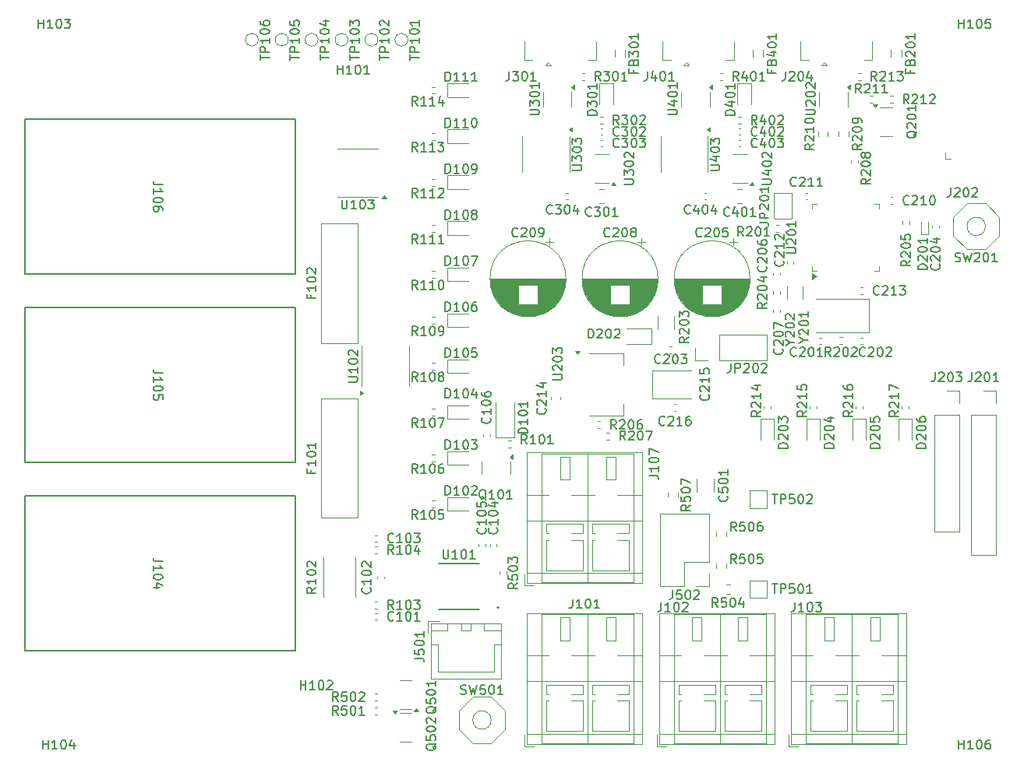
<source format=gto>
G04 #@! TF.GenerationSoftware,KiCad,Pcbnew,9.0.1+1*
G04 #@! TF.CreationDate,2025-05-13T02:00:57+00:00*
G04 #@! TF.ProjectId,akkupack-ng,616b6b75-7061-4636-9b2d-6e672e6b6963,rev?*
G04 #@! TF.SameCoordinates,Original*
G04 #@! TF.FileFunction,Legend,Top*
G04 #@! TF.FilePolarity,Positive*
%FSLAX46Y46*%
G04 Gerber Fmt 4.6, Leading zero omitted, Abs format (unit mm)*
G04 Created by KiCad (PCBNEW 9.0.1+1) date 2025-05-13 02:00:57*
%MOMM*%
%LPD*%
G01*
G04 APERTURE LIST*
%ADD10C,0.150000*%
%ADD11C,0.127000*%
%ADD12C,0.200000*%
%ADD13C,0.120000*%
%ADD14C,0.152400*%
G04 APERTURE END LIST*
D10*
X97285714Y-102954819D02*
X97285714Y-103764342D01*
X97285714Y-103764342D02*
X97333333Y-103859580D01*
X97333333Y-103859580D02*
X97380952Y-103907200D01*
X97380952Y-103907200D02*
X97476190Y-103954819D01*
X97476190Y-103954819D02*
X97666666Y-103954819D01*
X97666666Y-103954819D02*
X97761904Y-103907200D01*
X97761904Y-103907200D02*
X97809523Y-103859580D01*
X97809523Y-103859580D02*
X97857142Y-103764342D01*
X97857142Y-103764342D02*
X97857142Y-102954819D01*
X98857142Y-103954819D02*
X98285714Y-103954819D01*
X98571428Y-103954819D02*
X98571428Y-102954819D01*
X98571428Y-102954819D02*
X98476190Y-103097676D01*
X98476190Y-103097676D02*
X98380952Y-103192914D01*
X98380952Y-103192914D02*
X98285714Y-103240533D01*
X99476190Y-102954819D02*
X99571428Y-102954819D01*
X99571428Y-102954819D02*
X99666666Y-103002438D01*
X99666666Y-103002438D02*
X99714285Y-103050057D01*
X99714285Y-103050057D02*
X99761904Y-103145295D01*
X99761904Y-103145295D02*
X99809523Y-103335771D01*
X99809523Y-103335771D02*
X99809523Y-103573866D01*
X99809523Y-103573866D02*
X99761904Y-103764342D01*
X99761904Y-103764342D02*
X99714285Y-103859580D01*
X99714285Y-103859580D02*
X99666666Y-103907200D01*
X99666666Y-103907200D02*
X99571428Y-103954819D01*
X99571428Y-103954819D02*
X99476190Y-103954819D01*
X99476190Y-103954819D02*
X99380952Y-103907200D01*
X99380952Y-103907200D02*
X99333333Y-103859580D01*
X99333333Y-103859580D02*
X99285714Y-103764342D01*
X99285714Y-103764342D02*
X99238095Y-103573866D01*
X99238095Y-103573866D02*
X99238095Y-103335771D01*
X99238095Y-103335771D02*
X99285714Y-103145295D01*
X99285714Y-103145295D02*
X99333333Y-103050057D01*
X99333333Y-103050057D02*
X99380952Y-103002438D01*
X99380952Y-103002438D02*
X99476190Y-102954819D01*
X100761904Y-103954819D02*
X100190476Y-103954819D01*
X100476190Y-103954819D02*
X100476190Y-102954819D01*
X100476190Y-102954819D02*
X100380952Y-103097676D01*
X100380952Y-103097676D02*
X100285714Y-103192914D01*
X100285714Y-103192914D02*
X100190476Y-103240533D01*
X139380952Y-81954819D02*
X139047619Y-81478628D01*
X138809524Y-81954819D02*
X138809524Y-80954819D01*
X138809524Y-80954819D02*
X139190476Y-80954819D01*
X139190476Y-80954819D02*
X139285714Y-81002438D01*
X139285714Y-81002438D02*
X139333333Y-81050057D01*
X139333333Y-81050057D02*
X139380952Y-81145295D01*
X139380952Y-81145295D02*
X139380952Y-81288152D01*
X139380952Y-81288152D02*
X139333333Y-81383390D01*
X139333333Y-81383390D02*
X139285714Y-81431009D01*
X139285714Y-81431009D02*
X139190476Y-81478628D01*
X139190476Y-81478628D02*
X138809524Y-81478628D01*
X139761905Y-81050057D02*
X139809524Y-81002438D01*
X139809524Y-81002438D02*
X139904762Y-80954819D01*
X139904762Y-80954819D02*
X140142857Y-80954819D01*
X140142857Y-80954819D02*
X140238095Y-81002438D01*
X140238095Y-81002438D02*
X140285714Y-81050057D01*
X140285714Y-81050057D02*
X140333333Y-81145295D01*
X140333333Y-81145295D02*
X140333333Y-81240533D01*
X140333333Y-81240533D02*
X140285714Y-81383390D01*
X140285714Y-81383390D02*
X139714286Y-81954819D01*
X139714286Y-81954819D02*
X140333333Y-81954819D01*
X140952381Y-80954819D02*
X141047619Y-80954819D01*
X141047619Y-80954819D02*
X141142857Y-81002438D01*
X141142857Y-81002438D02*
X141190476Y-81050057D01*
X141190476Y-81050057D02*
X141238095Y-81145295D01*
X141238095Y-81145295D02*
X141285714Y-81335771D01*
X141285714Y-81335771D02*
X141285714Y-81573866D01*
X141285714Y-81573866D02*
X141238095Y-81764342D01*
X141238095Y-81764342D02*
X141190476Y-81859580D01*
X141190476Y-81859580D02*
X141142857Y-81907200D01*
X141142857Y-81907200D02*
X141047619Y-81954819D01*
X141047619Y-81954819D02*
X140952381Y-81954819D01*
X140952381Y-81954819D02*
X140857143Y-81907200D01*
X140857143Y-81907200D02*
X140809524Y-81859580D01*
X140809524Y-81859580D02*
X140761905Y-81764342D01*
X140761905Y-81764342D02*
X140714286Y-81573866D01*
X140714286Y-81573866D02*
X140714286Y-81335771D01*
X140714286Y-81335771D02*
X140761905Y-81145295D01*
X140761905Y-81145295D02*
X140809524Y-81050057D01*
X140809524Y-81050057D02*
X140857143Y-81002438D01*
X140857143Y-81002438D02*
X140952381Y-80954819D01*
X141666667Y-81050057D02*
X141714286Y-81002438D01*
X141714286Y-81002438D02*
X141809524Y-80954819D01*
X141809524Y-80954819D02*
X142047619Y-80954819D01*
X142047619Y-80954819D02*
X142142857Y-81002438D01*
X142142857Y-81002438D02*
X142190476Y-81050057D01*
X142190476Y-81050057D02*
X142238095Y-81145295D01*
X142238095Y-81145295D02*
X142238095Y-81240533D01*
X142238095Y-81240533D02*
X142190476Y-81383390D01*
X142190476Y-81383390D02*
X141619048Y-81954819D01*
X141619048Y-81954819D02*
X142238095Y-81954819D01*
X102359580Y-88619047D02*
X102407200Y-88666666D01*
X102407200Y-88666666D02*
X102454819Y-88809523D01*
X102454819Y-88809523D02*
X102454819Y-88904761D01*
X102454819Y-88904761D02*
X102407200Y-89047618D01*
X102407200Y-89047618D02*
X102311961Y-89142856D01*
X102311961Y-89142856D02*
X102216723Y-89190475D01*
X102216723Y-89190475D02*
X102026247Y-89238094D01*
X102026247Y-89238094D02*
X101883390Y-89238094D01*
X101883390Y-89238094D02*
X101692914Y-89190475D01*
X101692914Y-89190475D02*
X101597676Y-89142856D01*
X101597676Y-89142856D02*
X101502438Y-89047618D01*
X101502438Y-89047618D02*
X101454819Y-88904761D01*
X101454819Y-88904761D02*
X101454819Y-88809523D01*
X101454819Y-88809523D02*
X101502438Y-88666666D01*
X101502438Y-88666666D02*
X101550057Y-88619047D01*
X102454819Y-87666666D02*
X102454819Y-88238094D01*
X102454819Y-87952380D02*
X101454819Y-87952380D01*
X101454819Y-87952380D02*
X101597676Y-88047618D01*
X101597676Y-88047618D02*
X101692914Y-88142856D01*
X101692914Y-88142856D02*
X101740533Y-88238094D01*
X101454819Y-87047618D02*
X101454819Y-86952380D01*
X101454819Y-86952380D02*
X101502438Y-86857142D01*
X101502438Y-86857142D02*
X101550057Y-86809523D01*
X101550057Y-86809523D02*
X101645295Y-86761904D01*
X101645295Y-86761904D02*
X101835771Y-86714285D01*
X101835771Y-86714285D02*
X102073866Y-86714285D01*
X102073866Y-86714285D02*
X102264342Y-86761904D01*
X102264342Y-86761904D02*
X102359580Y-86809523D01*
X102359580Y-86809523D02*
X102407200Y-86857142D01*
X102407200Y-86857142D02*
X102454819Y-86952380D01*
X102454819Y-86952380D02*
X102454819Y-87047618D01*
X102454819Y-87047618D02*
X102407200Y-87142856D01*
X102407200Y-87142856D02*
X102359580Y-87190475D01*
X102359580Y-87190475D02*
X102264342Y-87238094D01*
X102264342Y-87238094D02*
X102073866Y-87285713D01*
X102073866Y-87285713D02*
X101835771Y-87285713D01*
X101835771Y-87285713D02*
X101645295Y-87238094D01*
X101645295Y-87238094D02*
X101550057Y-87190475D01*
X101550057Y-87190475D02*
X101502438Y-87142856D01*
X101502438Y-87142856D02*
X101454819Y-87047618D01*
X101454819Y-85857142D02*
X101454819Y-86047618D01*
X101454819Y-86047618D02*
X101502438Y-86142856D01*
X101502438Y-86142856D02*
X101550057Y-86190475D01*
X101550057Y-86190475D02*
X101692914Y-86285713D01*
X101692914Y-86285713D02*
X101883390Y-86333332D01*
X101883390Y-86333332D02*
X102264342Y-86333332D01*
X102264342Y-86333332D02*
X102359580Y-86285713D01*
X102359580Y-86285713D02*
X102407200Y-86238094D01*
X102407200Y-86238094D02*
X102454819Y-86142856D01*
X102454819Y-86142856D02*
X102454819Y-85952380D01*
X102454819Y-85952380D02*
X102407200Y-85857142D01*
X102407200Y-85857142D02*
X102359580Y-85809523D01*
X102359580Y-85809523D02*
X102264342Y-85761904D01*
X102264342Y-85761904D02*
X102026247Y-85761904D01*
X102026247Y-85761904D02*
X101931009Y-85809523D01*
X101931009Y-85809523D02*
X101883390Y-85857142D01*
X101883390Y-85857142D02*
X101835771Y-85952380D01*
X101835771Y-85952380D02*
X101835771Y-86142856D01*
X101835771Y-86142856D02*
X101883390Y-86238094D01*
X101883390Y-86238094D02*
X101931009Y-86285713D01*
X101931009Y-86285713D02*
X102026247Y-86333332D01*
X152424285Y-63594819D02*
X152424285Y-64309104D01*
X152424285Y-64309104D02*
X152376666Y-64451961D01*
X152376666Y-64451961D02*
X152281428Y-64547200D01*
X152281428Y-64547200D02*
X152138571Y-64594819D01*
X152138571Y-64594819D02*
X152043333Y-64594819D01*
X152852857Y-63690057D02*
X152900476Y-63642438D01*
X152900476Y-63642438D02*
X152995714Y-63594819D01*
X152995714Y-63594819D02*
X153233809Y-63594819D01*
X153233809Y-63594819D02*
X153329047Y-63642438D01*
X153329047Y-63642438D02*
X153376666Y-63690057D01*
X153376666Y-63690057D02*
X153424285Y-63785295D01*
X153424285Y-63785295D02*
X153424285Y-63880533D01*
X153424285Y-63880533D02*
X153376666Y-64023390D01*
X153376666Y-64023390D02*
X152805238Y-64594819D01*
X152805238Y-64594819D02*
X153424285Y-64594819D01*
X154043333Y-63594819D02*
X154138571Y-63594819D01*
X154138571Y-63594819D02*
X154233809Y-63642438D01*
X154233809Y-63642438D02*
X154281428Y-63690057D01*
X154281428Y-63690057D02*
X154329047Y-63785295D01*
X154329047Y-63785295D02*
X154376666Y-63975771D01*
X154376666Y-63975771D02*
X154376666Y-64213866D01*
X154376666Y-64213866D02*
X154329047Y-64404342D01*
X154329047Y-64404342D02*
X154281428Y-64499580D01*
X154281428Y-64499580D02*
X154233809Y-64547200D01*
X154233809Y-64547200D02*
X154138571Y-64594819D01*
X154138571Y-64594819D02*
X154043333Y-64594819D01*
X154043333Y-64594819D02*
X153948095Y-64547200D01*
X153948095Y-64547200D02*
X153900476Y-64499580D01*
X153900476Y-64499580D02*
X153852857Y-64404342D01*
X153852857Y-64404342D02*
X153805238Y-64213866D01*
X153805238Y-64213866D02*
X153805238Y-63975771D01*
X153805238Y-63975771D02*
X153852857Y-63785295D01*
X153852857Y-63785295D02*
X153900476Y-63690057D01*
X153900476Y-63690057D02*
X153948095Y-63642438D01*
X153948095Y-63642438D02*
X154043333Y-63594819D01*
X154757619Y-63690057D02*
X154805238Y-63642438D01*
X154805238Y-63642438D02*
X154900476Y-63594819D01*
X154900476Y-63594819D02*
X155138571Y-63594819D01*
X155138571Y-63594819D02*
X155233809Y-63642438D01*
X155233809Y-63642438D02*
X155281428Y-63690057D01*
X155281428Y-63690057D02*
X155329047Y-63785295D01*
X155329047Y-63785295D02*
X155329047Y-63880533D01*
X155329047Y-63880533D02*
X155281428Y-64023390D01*
X155281428Y-64023390D02*
X154710000Y-64594819D01*
X154710000Y-64594819D02*
X155329047Y-64594819D01*
X94493452Y-59654819D02*
X94160119Y-59178628D01*
X93922024Y-59654819D02*
X93922024Y-58654819D01*
X93922024Y-58654819D02*
X94302976Y-58654819D01*
X94302976Y-58654819D02*
X94398214Y-58702438D01*
X94398214Y-58702438D02*
X94445833Y-58750057D01*
X94445833Y-58750057D02*
X94493452Y-58845295D01*
X94493452Y-58845295D02*
X94493452Y-58988152D01*
X94493452Y-58988152D02*
X94445833Y-59083390D01*
X94445833Y-59083390D02*
X94398214Y-59131009D01*
X94398214Y-59131009D02*
X94302976Y-59178628D01*
X94302976Y-59178628D02*
X93922024Y-59178628D01*
X95445833Y-59654819D02*
X94874405Y-59654819D01*
X95160119Y-59654819D02*
X95160119Y-58654819D01*
X95160119Y-58654819D02*
X95064881Y-58797676D01*
X95064881Y-58797676D02*
X94969643Y-58892914D01*
X94969643Y-58892914D02*
X94874405Y-58940533D01*
X96398214Y-59654819D02*
X95826786Y-59654819D01*
X96112500Y-59654819D02*
X96112500Y-58654819D01*
X96112500Y-58654819D02*
X96017262Y-58797676D01*
X96017262Y-58797676D02*
X95922024Y-58892914D01*
X95922024Y-58892914D02*
X95826786Y-58940533D01*
X96731548Y-58654819D02*
X97350595Y-58654819D01*
X97350595Y-58654819D02*
X97017262Y-59035771D01*
X97017262Y-59035771D02*
X97160119Y-59035771D01*
X97160119Y-59035771D02*
X97255357Y-59083390D01*
X97255357Y-59083390D02*
X97302976Y-59131009D01*
X97302976Y-59131009D02*
X97350595Y-59226247D01*
X97350595Y-59226247D02*
X97350595Y-59464342D01*
X97350595Y-59464342D02*
X97302976Y-59559580D01*
X97302976Y-59559580D02*
X97255357Y-59607200D01*
X97255357Y-59607200D02*
X97160119Y-59654819D01*
X97160119Y-59654819D02*
X96874405Y-59654819D01*
X96874405Y-59654819D02*
X96779167Y-59607200D01*
X96779167Y-59607200D02*
X96731548Y-59559580D01*
X94493452Y-99654819D02*
X94160119Y-99178628D01*
X93922024Y-99654819D02*
X93922024Y-98654819D01*
X93922024Y-98654819D02*
X94302976Y-98654819D01*
X94302976Y-98654819D02*
X94398214Y-98702438D01*
X94398214Y-98702438D02*
X94445833Y-98750057D01*
X94445833Y-98750057D02*
X94493452Y-98845295D01*
X94493452Y-98845295D02*
X94493452Y-98988152D01*
X94493452Y-98988152D02*
X94445833Y-99083390D01*
X94445833Y-99083390D02*
X94398214Y-99131009D01*
X94398214Y-99131009D02*
X94302976Y-99178628D01*
X94302976Y-99178628D02*
X93922024Y-99178628D01*
X95445833Y-99654819D02*
X94874405Y-99654819D01*
X95160119Y-99654819D02*
X95160119Y-98654819D01*
X95160119Y-98654819D02*
X95064881Y-98797676D01*
X95064881Y-98797676D02*
X94969643Y-98892914D01*
X94969643Y-98892914D02*
X94874405Y-98940533D01*
X96064881Y-98654819D02*
X96160119Y-98654819D01*
X96160119Y-98654819D02*
X96255357Y-98702438D01*
X96255357Y-98702438D02*
X96302976Y-98750057D01*
X96302976Y-98750057D02*
X96350595Y-98845295D01*
X96350595Y-98845295D02*
X96398214Y-99035771D01*
X96398214Y-99035771D02*
X96398214Y-99273866D01*
X96398214Y-99273866D02*
X96350595Y-99464342D01*
X96350595Y-99464342D02*
X96302976Y-99559580D01*
X96302976Y-99559580D02*
X96255357Y-99607200D01*
X96255357Y-99607200D02*
X96160119Y-99654819D01*
X96160119Y-99654819D02*
X96064881Y-99654819D01*
X96064881Y-99654819D02*
X95969643Y-99607200D01*
X95969643Y-99607200D02*
X95922024Y-99559580D01*
X95922024Y-99559580D02*
X95874405Y-99464342D01*
X95874405Y-99464342D02*
X95826786Y-99273866D01*
X95826786Y-99273866D02*
X95826786Y-99035771D01*
X95826786Y-99035771D02*
X95874405Y-98845295D01*
X95874405Y-98845295D02*
X95922024Y-98750057D01*
X95922024Y-98750057D02*
X95969643Y-98702438D01*
X95969643Y-98702438D02*
X96064881Y-98654819D01*
X97302976Y-98654819D02*
X96826786Y-98654819D01*
X96826786Y-98654819D02*
X96779167Y-99131009D01*
X96779167Y-99131009D02*
X96826786Y-99083390D01*
X96826786Y-99083390D02*
X96922024Y-99035771D01*
X96922024Y-99035771D02*
X97160119Y-99035771D01*
X97160119Y-99035771D02*
X97255357Y-99083390D01*
X97255357Y-99083390D02*
X97302976Y-99131009D01*
X97302976Y-99131009D02*
X97350595Y-99226247D01*
X97350595Y-99226247D02*
X97350595Y-99464342D01*
X97350595Y-99464342D02*
X97302976Y-99559580D01*
X97302976Y-99559580D02*
X97255357Y-99607200D01*
X97255357Y-99607200D02*
X97160119Y-99654819D01*
X97160119Y-99654819D02*
X96922024Y-99654819D01*
X96922024Y-99654819D02*
X96826786Y-99607200D01*
X96826786Y-99607200D02*
X96779167Y-99559580D01*
X131784819Y-87869047D02*
X131308628Y-88202380D01*
X131784819Y-88440475D02*
X130784819Y-88440475D01*
X130784819Y-88440475D02*
X130784819Y-88059523D01*
X130784819Y-88059523D02*
X130832438Y-87964285D01*
X130832438Y-87964285D02*
X130880057Y-87916666D01*
X130880057Y-87916666D02*
X130975295Y-87869047D01*
X130975295Y-87869047D02*
X131118152Y-87869047D01*
X131118152Y-87869047D02*
X131213390Y-87916666D01*
X131213390Y-87916666D02*
X131261009Y-87964285D01*
X131261009Y-87964285D02*
X131308628Y-88059523D01*
X131308628Y-88059523D02*
X131308628Y-88440475D01*
X130880057Y-87488094D02*
X130832438Y-87440475D01*
X130832438Y-87440475D02*
X130784819Y-87345237D01*
X130784819Y-87345237D02*
X130784819Y-87107142D01*
X130784819Y-87107142D02*
X130832438Y-87011904D01*
X130832438Y-87011904D02*
X130880057Y-86964285D01*
X130880057Y-86964285D02*
X130975295Y-86916666D01*
X130975295Y-86916666D02*
X131070533Y-86916666D01*
X131070533Y-86916666D02*
X131213390Y-86964285D01*
X131213390Y-86964285D02*
X131784819Y-87535713D01*
X131784819Y-87535713D02*
X131784819Y-86916666D01*
X131784819Y-85964285D02*
X131784819Y-86535713D01*
X131784819Y-86249999D02*
X130784819Y-86249999D01*
X130784819Y-86249999D02*
X130927676Y-86345237D01*
X130927676Y-86345237D02*
X131022914Y-86440475D01*
X131022914Y-86440475D02*
X131070533Y-86535713D01*
X131118152Y-85107142D02*
X131784819Y-85107142D01*
X130737200Y-85345237D02*
X131451485Y-85583332D01*
X131451485Y-85583332D02*
X131451485Y-84964285D01*
X113380952Y-66609580D02*
X113333333Y-66657200D01*
X113333333Y-66657200D02*
X113190476Y-66704819D01*
X113190476Y-66704819D02*
X113095238Y-66704819D01*
X113095238Y-66704819D02*
X112952381Y-66657200D01*
X112952381Y-66657200D02*
X112857143Y-66561961D01*
X112857143Y-66561961D02*
X112809524Y-66466723D01*
X112809524Y-66466723D02*
X112761905Y-66276247D01*
X112761905Y-66276247D02*
X112761905Y-66133390D01*
X112761905Y-66133390D02*
X112809524Y-65942914D01*
X112809524Y-65942914D02*
X112857143Y-65847676D01*
X112857143Y-65847676D02*
X112952381Y-65752438D01*
X112952381Y-65752438D02*
X113095238Y-65704819D01*
X113095238Y-65704819D02*
X113190476Y-65704819D01*
X113190476Y-65704819D02*
X113333333Y-65752438D01*
X113333333Y-65752438D02*
X113380952Y-65800057D01*
X113714286Y-65704819D02*
X114333333Y-65704819D01*
X114333333Y-65704819D02*
X114000000Y-66085771D01*
X114000000Y-66085771D02*
X114142857Y-66085771D01*
X114142857Y-66085771D02*
X114238095Y-66133390D01*
X114238095Y-66133390D02*
X114285714Y-66181009D01*
X114285714Y-66181009D02*
X114333333Y-66276247D01*
X114333333Y-66276247D02*
X114333333Y-66514342D01*
X114333333Y-66514342D02*
X114285714Y-66609580D01*
X114285714Y-66609580D02*
X114238095Y-66657200D01*
X114238095Y-66657200D02*
X114142857Y-66704819D01*
X114142857Y-66704819D02*
X113857143Y-66704819D01*
X113857143Y-66704819D02*
X113761905Y-66657200D01*
X113761905Y-66657200D02*
X113714286Y-66609580D01*
X114952381Y-65704819D02*
X115047619Y-65704819D01*
X115047619Y-65704819D02*
X115142857Y-65752438D01*
X115142857Y-65752438D02*
X115190476Y-65800057D01*
X115190476Y-65800057D02*
X115238095Y-65895295D01*
X115238095Y-65895295D02*
X115285714Y-66085771D01*
X115285714Y-66085771D02*
X115285714Y-66323866D01*
X115285714Y-66323866D02*
X115238095Y-66514342D01*
X115238095Y-66514342D02*
X115190476Y-66609580D01*
X115190476Y-66609580D02*
X115142857Y-66657200D01*
X115142857Y-66657200D02*
X115047619Y-66704819D01*
X115047619Y-66704819D02*
X114952381Y-66704819D01*
X114952381Y-66704819D02*
X114857143Y-66657200D01*
X114857143Y-66657200D02*
X114809524Y-66609580D01*
X114809524Y-66609580D02*
X114761905Y-66514342D01*
X114761905Y-66514342D02*
X114714286Y-66323866D01*
X114714286Y-66323866D02*
X114714286Y-66085771D01*
X114714286Y-66085771D02*
X114761905Y-65895295D01*
X114761905Y-65895295D02*
X114809524Y-65800057D01*
X114809524Y-65800057D02*
X114857143Y-65752438D01*
X114857143Y-65752438D02*
X114952381Y-65704819D01*
X116238095Y-66704819D02*
X115666667Y-66704819D01*
X115952381Y-66704819D02*
X115952381Y-65704819D01*
X115952381Y-65704819D02*
X115857143Y-65847676D01*
X115857143Y-65847676D02*
X115761905Y-65942914D01*
X115761905Y-65942914D02*
X115666667Y-65990533D01*
X114380952Y-51954819D02*
X114047619Y-51478628D01*
X113809524Y-51954819D02*
X113809524Y-50954819D01*
X113809524Y-50954819D02*
X114190476Y-50954819D01*
X114190476Y-50954819D02*
X114285714Y-51002438D01*
X114285714Y-51002438D02*
X114333333Y-51050057D01*
X114333333Y-51050057D02*
X114380952Y-51145295D01*
X114380952Y-51145295D02*
X114380952Y-51288152D01*
X114380952Y-51288152D02*
X114333333Y-51383390D01*
X114333333Y-51383390D02*
X114285714Y-51431009D01*
X114285714Y-51431009D02*
X114190476Y-51478628D01*
X114190476Y-51478628D02*
X113809524Y-51478628D01*
X114714286Y-50954819D02*
X115333333Y-50954819D01*
X115333333Y-50954819D02*
X115000000Y-51335771D01*
X115000000Y-51335771D02*
X115142857Y-51335771D01*
X115142857Y-51335771D02*
X115238095Y-51383390D01*
X115238095Y-51383390D02*
X115285714Y-51431009D01*
X115285714Y-51431009D02*
X115333333Y-51526247D01*
X115333333Y-51526247D02*
X115333333Y-51764342D01*
X115333333Y-51764342D02*
X115285714Y-51859580D01*
X115285714Y-51859580D02*
X115238095Y-51907200D01*
X115238095Y-51907200D02*
X115142857Y-51954819D01*
X115142857Y-51954819D02*
X114857143Y-51954819D01*
X114857143Y-51954819D02*
X114761905Y-51907200D01*
X114761905Y-51907200D02*
X114714286Y-51859580D01*
X115952381Y-50954819D02*
X116047619Y-50954819D01*
X116047619Y-50954819D02*
X116142857Y-51002438D01*
X116142857Y-51002438D02*
X116190476Y-51050057D01*
X116190476Y-51050057D02*
X116238095Y-51145295D01*
X116238095Y-51145295D02*
X116285714Y-51335771D01*
X116285714Y-51335771D02*
X116285714Y-51573866D01*
X116285714Y-51573866D02*
X116238095Y-51764342D01*
X116238095Y-51764342D02*
X116190476Y-51859580D01*
X116190476Y-51859580D02*
X116142857Y-51907200D01*
X116142857Y-51907200D02*
X116047619Y-51954819D01*
X116047619Y-51954819D02*
X115952381Y-51954819D01*
X115952381Y-51954819D02*
X115857143Y-51907200D01*
X115857143Y-51907200D02*
X115809524Y-51859580D01*
X115809524Y-51859580D02*
X115761905Y-51764342D01*
X115761905Y-51764342D02*
X115714286Y-51573866D01*
X115714286Y-51573866D02*
X115714286Y-51335771D01*
X115714286Y-51335771D02*
X115761905Y-51145295D01*
X115761905Y-51145295D02*
X115809524Y-51050057D01*
X115809524Y-51050057D02*
X115857143Y-51002438D01*
X115857143Y-51002438D02*
X115952381Y-50954819D01*
X117238095Y-51954819D02*
X116666667Y-51954819D01*
X116952381Y-51954819D02*
X116952381Y-50954819D01*
X116952381Y-50954819D02*
X116857143Y-51097676D01*
X116857143Y-51097676D02*
X116761905Y-51192914D01*
X116761905Y-51192914D02*
X116666667Y-51240533D01*
X93652819Y-49714285D02*
X93652819Y-49142857D01*
X94652819Y-49428571D02*
X93652819Y-49428571D01*
X94652819Y-48809523D02*
X93652819Y-48809523D01*
X93652819Y-48809523D02*
X93652819Y-48428571D01*
X93652819Y-48428571D02*
X93700438Y-48333333D01*
X93700438Y-48333333D02*
X93748057Y-48285714D01*
X93748057Y-48285714D02*
X93843295Y-48238095D01*
X93843295Y-48238095D02*
X93986152Y-48238095D01*
X93986152Y-48238095D02*
X94081390Y-48285714D01*
X94081390Y-48285714D02*
X94129009Y-48333333D01*
X94129009Y-48333333D02*
X94176628Y-48428571D01*
X94176628Y-48428571D02*
X94176628Y-48809523D01*
X94652819Y-47285714D02*
X94652819Y-47857142D01*
X94652819Y-47571428D02*
X93652819Y-47571428D01*
X93652819Y-47571428D02*
X93795676Y-47666666D01*
X93795676Y-47666666D02*
X93890914Y-47761904D01*
X93890914Y-47761904D02*
X93938533Y-47857142D01*
X93652819Y-46666666D02*
X93652819Y-46571428D01*
X93652819Y-46571428D02*
X93700438Y-46476190D01*
X93700438Y-46476190D02*
X93748057Y-46428571D01*
X93748057Y-46428571D02*
X93843295Y-46380952D01*
X93843295Y-46380952D02*
X94033771Y-46333333D01*
X94033771Y-46333333D02*
X94271866Y-46333333D01*
X94271866Y-46333333D02*
X94462342Y-46380952D01*
X94462342Y-46380952D02*
X94557580Y-46428571D01*
X94557580Y-46428571D02*
X94605200Y-46476190D01*
X94605200Y-46476190D02*
X94652819Y-46571428D01*
X94652819Y-46571428D02*
X94652819Y-46666666D01*
X94652819Y-46666666D02*
X94605200Y-46761904D01*
X94605200Y-46761904D02*
X94557580Y-46809523D01*
X94557580Y-46809523D02*
X94462342Y-46857142D01*
X94462342Y-46857142D02*
X94271866Y-46904761D01*
X94271866Y-46904761D02*
X94033771Y-46904761D01*
X94033771Y-46904761D02*
X93843295Y-46857142D01*
X93843295Y-46857142D02*
X93748057Y-46809523D01*
X93748057Y-46809523D02*
X93700438Y-46761904D01*
X93700438Y-46761904D02*
X93652819Y-46666666D01*
X94652819Y-45380952D02*
X94652819Y-45952380D01*
X94652819Y-45666666D02*
X93652819Y-45666666D01*
X93652819Y-45666666D02*
X93795676Y-45761904D01*
X93795676Y-45761904D02*
X93890914Y-45857142D01*
X93890914Y-45857142D02*
X93938533Y-45952380D01*
X146784819Y-87869047D02*
X146308628Y-88202380D01*
X146784819Y-88440475D02*
X145784819Y-88440475D01*
X145784819Y-88440475D02*
X145784819Y-88059523D01*
X145784819Y-88059523D02*
X145832438Y-87964285D01*
X145832438Y-87964285D02*
X145880057Y-87916666D01*
X145880057Y-87916666D02*
X145975295Y-87869047D01*
X145975295Y-87869047D02*
X146118152Y-87869047D01*
X146118152Y-87869047D02*
X146213390Y-87916666D01*
X146213390Y-87916666D02*
X146261009Y-87964285D01*
X146261009Y-87964285D02*
X146308628Y-88059523D01*
X146308628Y-88059523D02*
X146308628Y-88440475D01*
X145880057Y-87488094D02*
X145832438Y-87440475D01*
X145832438Y-87440475D02*
X145784819Y-87345237D01*
X145784819Y-87345237D02*
X145784819Y-87107142D01*
X145784819Y-87107142D02*
X145832438Y-87011904D01*
X145832438Y-87011904D02*
X145880057Y-86964285D01*
X145880057Y-86964285D02*
X145975295Y-86916666D01*
X145975295Y-86916666D02*
X146070533Y-86916666D01*
X146070533Y-86916666D02*
X146213390Y-86964285D01*
X146213390Y-86964285D02*
X146784819Y-87535713D01*
X146784819Y-87535713D02*
X146784819Y-86916666D01*
X146784819Y-85964285D02*
X146784819Y-86535713D01*
X146784819Y-86249999D02*
X145784819Y-86249999D01*
X145784819Y-86249999D02*
X145927676Y-86345237D01*
X145927676Y-86345237D02*
X146022914Y-86440475D01*
X146022914Y-86440475D02*
X146070533Y-86535713D01*
X145784819Y-85630951D02*
X145784819Y-84964285D01*
X145784819Y-84964285D02*
X146784819Y-85392856D01*
X103109580Y-100619047D02*
X103157200Y-100666666D01*
X103157200Y-100666666D02*
X103204819Y-100809523D01*
X103204819Y-100809523D02*
X103204819Y-100904761D01*
X103204819Y-100904761D02*
X103157200Y-101047618D01*
X103157200Y-101047618D02*
X103061961Y-101142856D01*
X103061961Y-101142856D02*
X102966723Y-101190475D01*
X102966723Y-101190475D02*
X102776247Y-101238094D01*
X102776247Y-101238094D02*
X102633390Y-101238094D01*
X102633390Y-101238094D02*
X102442914Y-101190475D01*
X102442914Y-101190475D02*
X102347676Y-101142856D01*
X102347676Y-101142856D02*
X102252438Y-101047618D01*
X102252438Y-101047618D02*
X102204819Y-100904761D01*
X102204819Y-100904761D02*
X102204819Y-100809523D01*
X102204819Y-100809523D02*
X102252438Y-100666666D01*
X102252438Y-100666666D02*
X102300057Y-100619047D01*
X103204819Y-99666666D02*
X103204819Y-100238094D01*
X103204819Y-99952380D02*
X102204819Y-99952380D01*
X102204819Y-99952380D02*
X102347676Y-100047618D01*
X102347676Y-100047618D02*
X102442914Y-100142856D01*
X102442914Y-100142856D02*
X102490533Y-100238094D01*
X102204819Y-99047618D02*
X102204819Y-98952380D01*
X102204819Y-98952380D02*
X102252438Y-98857142D01*
X102252438Y-98857142D02*
X102300057Y-98809523D01*
X102300057Y-98809523D02*
X102395295Y-98761904D01*
X102395295Y-98761904D02*
X102585771Y-98714285D01*
X102585771Y-98714285D02*
X102823866Y-98714285D01*
X102823866Y-98714285D02*
X103014342Y-98761904D01*
X103014342Y-98761904D02*
X103109580Y-98809523D01*
X103109580Y-98809523D02*
X103157200Y-98857142D01*
X103157200Y-98857142D02*
X103204819Y-98952380D01*
X103204819Y-98952380D02*
X103204819Y-99047618D01*
X103204819Y-99047618D02*
X103157200Y-99142856D01*
X103157200Y-99142856D02*
X103109580Y-99190475D01*
X103109580Y-99190475D02*
X103014342Y-99238094D01*
X103014342Y-99238094D02*
X102823866Y-99285713D01*
X102823866Y-99285713D02*
X102585771Y-99285713D01*
X102585771Y-99285713D02*
X102395295Y-99238094D01*
X102395295Y-99238094D02*
X102300057Y-99190475D01*
X102300057Y-99190475D02*
X102252438Y-99142856D01*
X102252438Y-99142856D02*
X102204819Y-99047618D01*
X102538152Y-97857142D02*
X103204819Y-97857142D01*
X102157200Y-98095237D02*
X102871485Y-98333332D01*
X102871485Y-98333332D02*
X102871485Y-97714285D01*
X97522024Y-67024819D02*
X97522024Y-66024819D01*
X97522024Y-66024819D02*
X97760119Y-66024819D01*
X97760119Y-66024819D02*
X97902976Y-66072438D01*
X97902976Y-66072438D02*
X97998214Y-66167676D01*
X97998214Y-66167676D02*
X98045833Y-66262914D01*
X98045833Y-66262914D02*
X98093452Y-66453390D01*
X98093452Y-66453390D02*
X98093452Y-66596247D01*
X98093452Y-66596247D02*
X98045833Y-66786723D01*
X98045833Y-66786723D02*
X97998214Y-66881961D01*
X97998214Y-66881961D02*
X97902976Y-66977200D01*
X97902976Y-66977200D02*
X97760119Y-67024819D01*
X97760119Y-67024819D02*
X97522024Y-67024819D01*
X99045833Y-67024819D02*
X98474405Y-67024819D01*
X98760119Y-67024819D02*
X98760119Y-66024819D01*
X98760119Y-66024819D02*
X98664881Y-66167676D01*
X98664881Y-66167676D02*
X98569643Y-66262914D01*
X98569643Y-66262914D02*
X98474405Y-66310533D01*
X99664881Y-66024819D02*
X99760119Y-66024819D01*
X99760119Y-66024819D02*
X99855357Y-66072438D01*
X99855357Y-66072438D02*
X99902976Y-66120057D01*
X99902976Y-66120057D02*
X99950595Y-66215295D01*
X99950595Y-66215295D02*
X99998214Y-66405771D01*
X99998214Y-66405771D02*
X99998214Y-66643866D01*
X99998214Y-66643866D02*
X99950595Y-66834342D01*
X99950595Y-66834342D02*
X99902976Y-66929580D01*
X99902976Y-66929580D02*
X99855357Y-66977200D01*
X99855357Y-66977200D02*
X99760119Y-67024819D01*
X99760119Y-67024819D02*
X99664881Y-67024819D01*
X99664881Y-67024819D02*
X99569643Y-66977200D01*
X99569643Y-66977200D02*
X99522024Y-66929580D01*
X99522024Y-66929580D02*
X99474405Y-66834342D01*
X99474405Y-66834342D02*
X99426786Y-66643866D01*
X99426786Y-66643866D02*
X99426786Y-66405771D01*
X99426786Y-66405771D02*
X99474405Y-66215295D01*
X99474405Y-66215295D02*
X99522024Y-66120057D01*
X99522024Y-66120057D02*
X99569643Y-66072438D01*
X99569643Y-66072438D02*
X99664881Y-66024819D01*
X100569643Y-66453390D02*
X100474405Y-66405771D01*
X100474405Y-66405771D02*
X100426786Y-66358152D01*
X100426786Y-66358152D02*
X100379167Y-66262914D01*
X100379167Y-66262914D02*
X100379167Y-66215295D01*
X100379167Y-66215295D02*
X100426786Y-66120057D01*
X100426786Y-66120057D02*
X100474405Y-66072438D01*
X100474405Y-66072438D02*
X100569643Y-66024819D01*
X100569643Y-66024819D02*
X100760119Y-66024819D01*
X100760119Y-66024819D02*
X100855357Y-66072438D01*
X100855357Y-66072438D02*
X100902976Y-66120057D01*
X100902976Y-66120057D02*
X100950595Y-66215295D01*
X100950595Y-66215295D02*
X100950595Y-66262914D01*
X100950595Y-66262914D02*
X100902976Y-66358152D01*
X100902976Y-66358152D02*
X100855357Y-66405771D01*
X100855357Y-66405771D02*
X100760119Y-66453390D01*
X100760119Y-66453390D02*
X100569643Y-66453390D01*
X100569643Y-66453390D02*
X100474405Y-66501009D01*
X100474405Y-66501009D02*
X100426786Y-66548628D01*
X100426786Y-66548628D02*
X100379167Y-66643866D01*
X100379167Y-66643866D02*
X100379167Y-66834342D01*
X100379167Y-66834342D02*
X100426786Y-66929580D01*
X100426786Y-66929580D02*
X100474405Y-66977200D01*
X100474405Y-66977200D02*
X100569643Y-67024819D01*
X100569643Y-67024819D02*
X100760119Y-67024819D01*
X100760119Y-67024819D02*
X100855357Y-66977200D01*
X100855357Y-66977200D02*
X100902976Y-66929580D01*
X100902976Y-66929580D02*
X100950595Y-66834342D01*
X100950595Y-66834342D02*
X100950595Y-66643866D01*
X100950595Y-66643866D02*
X100902976Y-66548628D01*
X100902976Y-66548628D02*
X100855357Y-66501009D01*
X100855357Y-66501009D02*
X100760119Y-66453390D01*
X148750057Y-57447619D02*
X148702438Y-57542857D01*
X148702438Y-57542857D02*
X148607200Y-57638095D01*
X148607200Y-57638095D02*
X148464342Y-57780952D01*
X148464342Y-57780952D02*
X148416723Y-57876190D01*
X148416723Y-57876190D02*
X148416723Y-57971428D01*
X148654819Y-57923809D02*
X148607200Y-58019047D01*
X148607200Y-58019047D02*
X148511961Y-58114285D01*
X148511961Y-58114285D02*
X148321485Y-58161904D01*
X148321485Y-58161904D02*
X147988152Y-58161904D01*
X147988152Y-58161904D02*
X147797676Y-58114285D01*
X147797676Y-58114285D02*
X147702438Y-58019047D01*
X147702438Y-58019047D02*
X147654819Y-57923809D01*
X147654819Y-57923809D02*
X147654819Y-57733333D01*
X147654819Y-57733333D02*
X147702438Y-57638095D01*
X147702438Y-57638095D02*
X147797676Y-57542857D01*
X147797676Y-57542857D02*
X147988152Y-57495238D01*
X147988152Y-57495238D02*
X148321485Y-57495238D01*
X148321485Y-57495238D02*
X148511961Y-57542857D01*
X148511961Y-57542857D02*
X148607200Y-57638095D01*
X148607200Y-57638095D02*
X148654819Y-57733333D01*
X148654819Y-57733333D02*
X148654819Y-57923809D01*
X147750057Y-57114285D02*
X147702438Y-57066666D01*
X147702438Y-57066666D02*
X147654819Y-56971428D01*
X147654819Y-56971428D02*
X147654819Y-56733333D01*
X147654819Y-56733333D02*
X147702438Y-56638095D01*
X147702438Y-56638095D02*
X147750057Y-56590476D01*
X147750057Y-56590476D02*
X147845295Y-56542857D01*
X147845295Y-56542857D02*
X147940533Y-56542857D01*
X147940533Y-56542857D02*
X148083390Y-56590476D01*
X148083390Y-56590476D02*
X148654819Y-57161904D01*
X148654819Y-57161904D02*
X148654819Y-56542857D01*
X147654819Y-55923809D02*
X147654819Y-55828571D01*
X147654819Y-55828571D02*
X147702438Y-55733333D01*
X147702438Y-55733333D02*
X147750057Y-55685714D01*
X147750057Y-55685714D02*
X147845295Y-55638095D01*
X147845295Y-55638095D02*
X148035771Y-55590476D01*
X148035771Y-55590476D02*
X148273866Y-55590476D01*
X148273866Y-55590476D02*
X148464342Y-55638095D01*
X148464342Y-55638095D02*
X148559580Y-55685714D01*
X148559580Y-55685714D02*
X148607200Y-55733333D01*
X148607200Y-55733333D02*
X148654819Y-55828571D01*
X148654819Y-55828571D02*
X148654819Y-55923809D01*
X148654819Y-55923809D02*
X148607200Y-56019047D01*
X148607200Y-56019047D02*
X148559580Y-56066666D01*
X148559580Y-56066666D02*
X148464342Y-56114285D01*
X148464342Y-56114285D02*
X148273866Y-56161904D01*
X148273866Y-56161904D02*
X148035771Y-56161904D01*
X148035771Y-56161904D02*
X147845295Y-56114285D01*
X147845295Y-56114285D02*
X147750057Y-56066666D01*
X147750057Y-56066666D02*
X147702438Y-56019047D01*
X147702438Y-56019047D02*
X147654819Y-55923809D01*
X148654819Y-54638095D02*
X148654819Y-55209523D01*
X148654819Y-54923809D02*
X147654819Y-54923809D01*
X147654819Y-54923809D02*
X147797676Y-55019047D01*
X147797676Y-55019047D02*
X147892914Y-55114285D01*
X147892914Y-55114285D02*
X147940533Y-55209523D01*
X94493452Y-79654819D02*
X94160119Y-79178628D01*
X93922024Y-79654819D02*
X93922024Y-78654819D01*
X93922024Y-78654819D02*
X94302976Y-78654819D01*
X94302976Y-78654819D02*
X94398214Y-78702438D01*
X94398214Y-78702438D02*
X94445833Y-78750057D01*
X94445833Y-78750057D02*
X94493452Y-78845295D01*
X94493452Y-78845295D02*
X94493452Y-78988152D01*
X94493452Y-78988152D02*
X94445833Y-79083390D01*
X94445833Y-79083390D02*
X94398214Y-79131009D01*
X94398214Y-79131009D02*
X94302976Y-79178628D01*
X94302976Y-79178628D02*
X93922024Y-79178628D01*
X95445833Y-79654819D02*
X94874405Y-79654819D01*
X95160119Y-79654819D02*
X95160119Y-78654819D01*
X95160119Y-78654819D02*
X95064881Y-78797676D01*
X95064881Y-78797676D02*
X94969643Y-78892914D01*
X94969643Y-78892914D02*
X94874405Y-78940533D01*
X96064881Y-78654819D02*
X96160119Y-78654819D01*
X96160119Y-78654819D02*
X96255357Y-78702438D01*
X96255357Y-78702438D02*
X96302976Y-78750057D01*
X96302976Y-78750057D02*
X96350595Y-78845295D01*
X96350595Y-78845295D02*
X96398214Y-79035771D01*
X96398214Y-79035771D02*
X96398214Y-79273866D01*
X96398214Y-79273866D02*
X96350595Y-79464342D01*
X96350595Y-79464342D02*
X96302976Y-79559580D01*
X96302976Y-79559580D02*
X96255357Y-79607200D01*
X96255357Y-79607200D02*
X96160119Y-79654819D01*
X96160119Y-79654819D02*
X96064881Y-79654819D01*
X96064881Y-79654819D02*
X95969643Y-79607200D01*
X95969643Y-79607200D02*
X95922024Y-79559580D01*
X95922024Y-79559580D02*
X95874405Y-79464342D01*
X95874405Y-79464342D02*
X95826786Y-79273866D01*
X95826786Y-79273866D02*
X95826786Y-79035771D01*
X95826786Y-79035771D02*
X95874405Y-78845295D01*
X95874405Y-78845295D02*
X95922024Y-78750057D01*
X95922024Y-78750057D02*
X95969643Y-78702438D01*
X95969643Y-78702438D02*
X96064881Y-78654819D01*
X96874405Y-79654819D02*
X97064881Y-79654819D01*
X97064881Y-79654819D02*
X97160119Y-79607200D01*
X97160119Y-79607200D02*
X97207738Y-79559580D01*
X97207738Y-79559580D02*
X97302976Y-79416723D01*
X97302976Y-79416723D02*
X97350595Y-79226247D01*
X97350595Y-79226247D02*
X97350595Y-78845295D01*
X97350595Y-78845295D02*
X97302976Y-78750057D01*
X97302976Y-78750057D02*
X97255357Y-78702438D01*
X97255357Y-78702438D02*
X97160119Y-78654819D01*
X97160119Y-78654819D02*
X96969643Y-78654819D01*
X96969643Y-78654819D02*
X96874405Y-78702438D01*
X96874405Y-78702438D02*
X96826786Y-78750057D01*
X96826786Y-78750057D02*
X96779167Y-78845295D01*
X96779167Y-78845295D02*
X96779167Y-79083390D01*
X96779167Y-79083390D02*
X96826786Y-79178628D01*
X96826786Y-79178628D02*
X96874405Y-79226247D01*
X96874405Y-79226247D02*
X96969643Y-79273866D01*
X96969643Y-79273866D02*
X97160119Y-79273866D01*
X97160119Y-79273866D02*
X97255357Y-79226247D01*
X97255357Y-79226247D02*
X97302976Y-79178628D01*
X97302976Y-79178628D02*
X97350595Y-79083390D01*
X136784819Y-87869047D02*
X136308628Y-88202380D01*
X136784819Y-88440475D02*
X135784819Y-88440475D01*
X135784819Y-88440475D02*
X135784819Y-88059523D01*
X135784819Y-88059523D02*
X135832438Y-87964285D01*
X135832438Y-87964285D02*
X135880057Y-87916666D01*
X135880057Y-87916666D02*
X135975295Y-87869047D01*
X135975295Y-87869047D02*
X136118152Y-87869047D01*
X136118152Y-87869047D02*
X136213390Y-87916666D01*
X136213390Y-87916666D02*
X136261009Y-87964285D01*
X136261009Y-87964285D02*
X136308628Y-88059523D01*
X136308628Y-88059523D02*
X136308628Y-88440475D01*
X135880057Y-87488094D02*
X135832438Y-87440475D01*
X135832438Y-87440475D02*
X135784819Y-87345237D01*
X135784819Y-87345237D02*
X135784819Y-87107142D01*
X135784819Y-87107142D02*
X135832438Y-87011904D01*
X135832438Y-87011904D02*
X135880057Y-86964285D01*
X135880057Y-86964285D02*
X135975295Y-86916666D01*
X135975295Y-86916666D02*
X136070533Y-86916666D01*
X136070533Y-86916666D02*
X136213390Y-86964285D01*
X136213390Y-86964285D02*
X136784819Y-87535713D01*
X136784819Y-87535713D02*
X136784819Y-86916666D01*
X136784819Y-85964285D02*
X136784819Y-86535713D01*
X136784819Y-86249999D02*
X135784819Y-86249999D01*
X135784819Y-86249999D02*
X135927676Y-86345237D01*
X135927676Y-86345237D02*
X136022914Y-86440475D01*
X136022914Y-86440475D02*
X136070533Y-86535713D01*
X135784819Y-85059523D02*
X135784819Y-85535713D01*
X135784819Y-85535713D02*
X136261009Y-85583332D01*
X136261009Y-85583332D02*
X136213390Y-85535713D01*
X136213390Y-85535713D02*
X136165771Y-85440475D01*
X136165771Y-85440475D02*
X136165771Y-85202380D01*
X136165771Y-85202380D02*
X136213390Y-85107142D01*
X136213390Y-85107142D02*
X136261009Y-85059523D01*
X136261009Y-85059523D02*
X136356247Y-85011904D01*
X136356247Y-85011904D02*
X136594342Y-85011904D01*
X136594342Y-85011904D02*
X136689580Y-85059523D01*
X136689580Y-85059523D02*
X136737200Y-85107142D01*
X136737200Y-85107142D02*
X136784819Y-85202380D01*
X136784819Y-85202380D02*
X136784819Y-85440475D01*
X136784819Y-85440475D02*
X136737200Y-85535713D01*
X136737200Y-85535713D02*
X136689580Y-85583332D01*
X90402819Y-49714285D02*
X90402819Y-49142857D01*
X91402819Y-49428571D02*
X90402819Y-49428571D01*
X91402819Y-48809523D02*
X90402819Y-48809523D01*
X90402819Y-48809523D02*
X90402819Y-48428571D01*
X90402819Y-48428571D02*
X90450438Y-48333333D01*
X90450438Y-48333333D02*
X90498057Y-48285714D01*
X90498057Y-48285714D02*
X90593295Y-48238095D01*
X90593295Y-48238095D02*
X90736152Y-48238095D01*
X90736152Y-48238095D02*
X90831390Y-48285714D01*
X90831390Y-48285714D02*
X90879009Y-48333333D01*
X90879009Y-48333333D02*
X90926628Y-48428571D01*
X90926628Y-48428571D02*
X90926628Y-48809523D01*
X91402819Y-47285714D02*
X91402819Y-47857142D01*
X91402819Y-47571428D02*
X90402819Y-47571428D01*
X90402819Y-47571428D02*
X90545676Y-47666666D01*
X90545676Y-47666666D02*
X90640914Y-47761904D01*
X90640914Y-47761904D02*
X90688533Y-47857142D01*
X90402819Y-46666666D02*
X90402819Y-46571428D01*
X90402819Y-46571428D02*
X90450438Y-46476190D01*
X90450438Y-46476190D02*
X90498057Y-46428571D01*
X90498057Y-46428571D02*
X90593295Y-46380952D01*
X90593295Y-46380952D02*
X90783771Y-46333333D01*
X90783771Y-46333333D02*
X91021866Y-46333333D01*
X91021866Y-46333333D02*
X91212342Y-46380952D01*
X91212342Y-46380952D02*
X91307580Y-46428571D01*
X91307580Y-46428571D02*
X91355200Y-46476190D01*
X91355200Y-46476190D02*
X91402819Y-46571428D01*
X91402819Y-46571428D02*
X91402819Y-46666666D01*
X91402819Y-46666666D02*
X91355200Y-46761904D01*
X91355200Y-46761904D02*
X91307580Y-46809523D01*
X91307580Y-46809523D02*
X91212342Y-46857142D01*
X91212342Y-46857142D02*
X91021866Y-46904761D01*
X91021866Y-46904761D02*
X90783771Y-46904761D01*
X90783771Y-46904761D02*
X90593295Y-46857142D01*
X90593295Y-46857142D02*
X90498057Y-46809523D01*
X90498057Y-46809523D02*
X90450438Y-46761904D01*
X90450438Y-46761904D02*
X90402819Y-46666666D01*
X90498057Y-45952380D02*
X90450438Y-45904761D01*
X90450438Y-45904761D02*
X90402819Y-45809523D01*
X90402819Y-45809523D02*
X90402819Y-45571428D01*
X90402819Y-45571428D02*
X90450438Y-45476190D01*
X90450438Y-45476190D02*
X90498057Y-45428571D01*
X90498057Y-45428571D02*
X90593295Y-45380952D01*
X90593295Y-45380952D02*
X90688533Y-45380952D01*
X90688533Y-45380952D02*
X90831390Y-45428571D01*
X90831390Y-45428571D02*
X91402819Y-45999999D01*
X91402819Y-45999999D02*
X91402819Y-45380952D01*
X152914286Y-71607200D02*
X153057143Y-71654819D01*
X153057143Y-71654819D02*
X153295238Y-71654819D01*
X153295238Y-71654819D02*
X153390476Y-71607200D01*
X153390476Y-71607200D02*
X153438095Y-71559580D01*
X153438095Y-71559580D02*
X153485714Y-71464342D01*
X153485714Y-71464342D02*
X153485714Y-71369104D01*
X153485714Y-71369104D02*
X153438095Y-71273866D01*
X153438095Y-71273866D02*
X153390476Y-71226247D01*
X153390476Y-71226247D02*
X153295238Y-71178628D01*
X153295238Y-71178628D02*
X153104762Y-71131009D01*
X153104762Y-71131009D02*
X153009524Y-71083390D01*
X153009524Y-71083390D02*
X152961905Y-71035771D01*
X152961905Y-71035771D02*
X152914286Y-70940533D01*
X152914286Y-70940533D02*
X152914286Y-70845295D01*
X152914286Y-70845295D02*
X152961905Y-70750057D01*
X152961905Y-70750057D02*
X153009524Y-70702438D01*
X153009524Y-70702438D02*
X153104762Y-70654819D01*
X153104762Y-70654819D02*
X153342857Y-70654819D01*
X153342857Y-70654819D02*
X153485714Y-70702438D01*
X153819048Y-70654819D02*
X154057143Y-71654819D01*
X154057143Y-71654819D02*
X154247619Y-70940533D01*
X154247619Y-70940533D02*
X154438095Y-71654819D01*
X154438095Y-71654819D02*
X154676191Y-70654819D01*
X155009524Y-70750057D02*
X155057143Y-70702438D01*
X155057143Y-70702438D02*
X155152381Y-70654819D01*
X155152381Y-70654819D02*
X155390476Y-70654819D01*
X155390476Y-70654819D02*
X155485714Y-70702438D01*
X155485714Y-70702438D02*
X155533333Y-70750057D01*
X155533333Y-70750057D02*
X155580952Y-70845295D01*
X155580952Y-70845295D02*
X155580952Y-70940533D01*
X155580952Y-70940533D02*
X155533333Y-71083390D01*
X155533333Y-71083390D02*
X154961905Y-71654819D01*
X154961905Y-71654819D02*
X155580952Y-71654819D01*
X156200000Y-70654819D02*
X156295238Y-70654819D01*
X156295238Y-70654819D02*
X156390476Y-70702438D01*
X156390476Y-70702438D02*
X156438095Y-70750057D01*
X156438095Y-70750057D02*
X156485714Y-70845295D01*
X156485714Y-70845295D02*
X156533333Y-71035771D01*
X156533333Y-71035771D02*
X156533333Y-71273866D01*
X156533333Y-71273866D02*
X156485714Y-71464342D01*
X156485714Y-71464342D02*
X156438095Y-71559580D01*
X156438095Y-71559580D02*
X156390476Y-71607200D01*
X156390476Y-71607200D02*
X156295238Y-71654819D01*
X156295238Y-71654819D02*
X156200000Y-71654819D01*
X156200000Y-71654819D02*
X156104762Y-71607200D01*
X156104762Y-71607200D02*
X156057143Y-71559580D01*
X156057143Y-71559580D02*
X156009524Y-71464342D01*
X156009524Y-71464342D02*
X155961905Y-71273866D01*
X155961905Y-71273866D02*
X155961905Y-71035771D01*
X155961905Y-71035771D02*
X156009524Y-70845295D01*
X156009524Y-70845295D02*
X156057143Y-70750057D01*
X156057143Y-70750057D02*
X156104762Y-70702438D01*
X156104762Y-70702438D02*
X156200000Y-70654819D01*
X157485714Y-71654819D02*
X156914286Y-71654819D01*
X157200000Y-71654819D02*
X157200000Y-70654819D01*
X157200000Y-70654819D02*
X157104762Y-70797676D01*
X157104762Y-70797676D02*
X157009524Y-70892914D01*
X157009524Y-70892914D02*
X156914286Y-70940533D01*
X151159580Y-71919047D02*
X151207200Y-71966666D01*
X151207200Y-71966666D02*
X151254819Y-72109523D01*
X151254819Y-72109523D02*
X151254819Y-72204761D01*
X151254819Y-72204761D02*
X151207200Y-72347618D01*
X151207200Y-72347618D02*
X151111961Y-72442856D01*
X151111961Y-72442856D02*
X151016723Y-72490475D01*
X151016723Y-72490475D02*
X150826247Y-72538094D01*
X150826247Y-72538094D02*
X150683390Y-72538094D01*
X150683390Y-72538094D02*
X150492914Y-72490475D01*
X150492914Y-72490475D02*
X150397676Y-72442856D01*
X150397676Y-72442856D02*
X150302438Y-72347618D01*
X150302438Y-72347618D02*
X150254819Y-72204761D01*
X150254819Y-72204761D02*
X150254819Y-72109523D01*
X150254819Y-72109523D02*
X150302438Y-71966666D01*
X150302438Y-71966666D02*
X150350057Y-71919047D01*
X150350057Y-71538094D02*
X150302438Y-71490475D01*
X150302438Y-71490475D02*
X150254819Y-71395237D01*
X150254819Y-71395237D02*
X150254819Y-71157142D01*
X150254819Y-71157142D02*
X150302438Y-71061904D01*
X150302438Y-71061904D02*
X150350057Y-71014285D01*
X150350057Y-71014285D02*
X150445295Y-70966666D01*
X150445295Y-70966666D02*
X150540533Y-70966666D01*
X150540533Y-70966666D02*
X150683390Y-71014285D01*
X150683390Y-71014285D02*
X151254819Y-71585713D01*
X151254819Y-71585713D02*
X151254819Y-70966666D01*
X150254819Y-70347618D02*
X150254819Y-70252380D01*
X150254819Y-70252380D02*
X150302438Y-70157142D01*
X150302438Y-70157142D02*
X150350057Y-70109523D01*
X150350057Y-70109523D02*
X150445295Y-70061904D01*
X150445295Y-70061904D02*
X150635771Y-70014285D01*
X150635771Y-70014285D02*
X150873866Y-70014285D01*
X150873866Y-70014285D02*
X151064342Y-70061904D01*
X151064342Y-70061904D02*
X151159580Y-70109523D01*
X151159580Y-70109523D02*
X151207200Y-70157142D01*
X151207200Y-70157142D02*
X151254819Y-70252380D01*
X151254819Y-70252380D02*
X151254819Y-70347618D01*
X151254819Y-70347618D02*
X151207200Y-70442856D01*
X151207200Y-70442856D02*
X151159580Y-70490475D01*
X151159580Y-70490475D02*
X151064342Y-70538094D01*
X151064342Y-70538094D02*
X150873866Y-70585713D01*
X150873866Y-70585713D02*
X150635771Y-70585713D01*
X150635771Y-70585713D02*
X150445295Y-70538094D01*
X150445295Y-70538094D02*
X150350057Y-70490475D01*
X150350057Y-70490475D02*
X150302438Y-70442856D01*
X150302438Y-70442856D02*
X150254819Y-70347618D01*
X150588152Y-69157142D02*
X151254819Y-69157142D01*
X150207200Y-69395237D02*
X150921485Y-69633332D01*
X150921485Y-69633332D02*
X150921485Y-69014285D01*
X116954819Y-63214285D02*
X117764342Y-63214285D01*
X117764342Y-63214285D02*
X117859580Y-63166666D01*
X117859580Y-63166666D02*
X117907200Y-63119047D01*
X117907200Y-63119047D02*
X117954819Y-63023809D01*
X117954819Y-63023809D02*
X117954819Y-62833333D01*
X117954819Y-62833333D02*
X117907200Y-62738095D01*
X117907200Y-62738095D02*
X117859580Y-62690476D01*
X117859580Y-62690476D02*
X117764342Y-62642857D01*
X117764342Y-62642857D02*
X116954819Y-62642857D01*
X116954819Y-62261904D02*
X116954819Y-61642857D01*
X116954819Y-61642857D02*
X117335771Y-61976190D01*
X117335771Y-61976190D02*
X117335771Y-61833333D01*
X117335771Y-61833333D02*
X117383390Y-61738095D01*
X117383390Y-61738095D02*
X117431009Y-61690476D01*
X117431009Y-61690476D02*
X117526247Y-61642857D01*
X117526247Y-61642857D02*
X117764342Y-61642857D01*
X117764342Y-61642857D02*
X117859580Y-61690476D01*
X117859580Y-61690476D02*
X117907200Y-61738095D01*
X117907200Y-61738095D02*
X117954819Y-61833333D01*
X117954819Y-61833333D02*
X117954819Y-62119047D01*
X117954819Y-62119047D02*
X117907200Y-62214285D01*
X117907200Y-62214285D02*
X117859580Y-62261904D01*
X116954819Y-61023809D02*
X116954819Y-60928571D01*
X116954819Y-60928571D02*
X117002438Y-60833333D01*
X117002438Y-60833333D02*
X117050057Y-60785714D01*
X117050057Y-60785714D02*
X117145295Y-60738095D01*
X117145295Y-60738095D02*
X117335771Y-60690476D01*
X117335771Y-60690476D02*
X117573866Y-60690476D01*
X117573866Y-60690476D02*
X117764342Y-60738095D01*
X117764342Y-60738095D02*
X117859580Y-60785714D01*
X117859580Y-60785714D02*
X117907200Y-60833333D01*
X117907200Y-60833333D02*
X117954819Y-60928571D01*
X117954819Y-60928571D02*
X117954819Y-61023809D01*
X117954819Y-61023809D02*
X117907200Y-61119047D01*
X117907200Y-61119047D02*
X117859580Y-61166666D01*
X117859580Y-61166666D02*
X117764342Y-61214285D01*
X117764342Y-61214285D02*
X117573866Y-61261904D01*
X117573866Y-61261904D02*
X117335771Y-61261904D01*
X117335771Y-61261904D02*
X117145295Y-61214285D01*
X117145295Y-61214285D02*
X117050057Y-61166666D01*
X117050057Y-61166666D02*
X117002438Y-61119047D01*
X117002438Y-61119047D02*
X116954819Y-61023809D01*
X117050057Y-60309523D02*
X117002438Y-60261904D01*
X117002438Y-60261904D02*
X116954819Y-60166666D01*
X116954819Y-60166666D02*
X116954819Y-59928571D01*
X116954819Y-59928571D02*
X117002438Y-59833333D01*
X117002438Y-59833333D02*
X117050057Y-59785714D01*
X117050057Y-59785714D02*
X117145295Y-59738095D01*
X117145295Y-59738095D02*
X117240533Y-59738095D01*
X117240533Y-59738095D02*
X117383390Y-59785714D01*
X117383390Y-59785714D02*
X117954819Y-60357142D01*
X117954819Y-60357142D02*
X117954819Y-59738095D01*
X89359580Y-107119047D02*
X89407200Y-107166666D01*
X89407200Y-107166666D02*
X89454819Y-107309523D01*
X89454819Y-107309523D02*
X89454819Y-107404761D01*
X89454819Y-107404761D02*
X89407200Y-107547618D01*
X89407200Y-107547618D02*
X89311961Y-107642856D01*
X89311961Y-107642856D02*
X89216723Y-107690475D01*
X89216723Y-107690475D02*
X89026247Y-107738094D01*
X89026247Y-107738094D02*
X88883390Y-107738094D01*
X88883390Y-107738094D02*
X88692914Y-107690475D01*
X88692914Y-107690475D02*
X88597676Y-107642856D01*
X88597676Y-107642856D02*
X88502438Y-107547618D01*
X88502438Y-107547618D02*
X88454819Y-107404761D01*
X88454819Y-107404761D02*
X88454819Y-107309523D01*
X88454819Y-107309523D02*
X88502438Y-107166666D01*
X88502438Y-107166666D02*
X88550057Y-107119047D01*
X89454819Y-106166666D02*
X89454819Y-106738094D01*
X89454819Y-106452380D02*
X88454819Y-106452380D01*
X88454819Y-106452380D02*
X88597676Y-106547618D01*
X88597676Y-106547618D02*
X88692914Y-106642856D01*
X88692914Y-106642856D02*
X88740533Y-106738094D01*
X88454819Y-105547618D02*
X88454819Y-105452380D01*
X88454819Y-105452380D02*
X88502438Y-105357142D01*
X88502438Y-105357142D02*
X88550057Y-105309523D01*
X88550057Y-105309523D02*
X88645295Y-105261904D01*
X88645295Y-105261904D02*
X88835771Y-105214285D01*
X88835771Y-105214285D02*
X89073866Y-105214285D01*
X89073866Y-105214285D02*
X89264342Y-105261904D01*
X89264342Y-105261904D02*
X89359580Y-105309523D01*
X89359580Y-105309523D02*
X89407200Y-105357142D01*
X89407200Y-105357142D02*
X89454819Y-105452380D01*
X89454819Y-105452380D02*
X89454819Y-105547618D01*
X89454819Y-105547618D02*
X89407200Y-105642856D01*
X89407200Y-105642856D02*
X89359580Y-105690475D01*
X89359580Y-105690475D02*
X89264342Y-105738094D01*
X89264342Y-105738094D02*
X89073866Y-105785713D01*
X89073866Y-105785713D02*
X88835771Y-105785713D01*
X88835771Y-105785713D02*
X88645295Y-105738094D01*
X88645295Y-105738094D02*
X88550057Y-105690475D01*
X88550057Y-105690475D02*
X88502438Y-105642856D01*
X88502438Y-105642856D02*
X88454819Y-105547618D01*
X88550057Y-104833332D02*
X88502438Y-104785713D01*
X88502438Y-104785713D02*
X88454819Y-104690475D01*
X88454819Y-104690475D02*
X88454819Y-104452380D01*
X88454819Y-104452380D02*
X88502438Y-104357142D01*
X88502438Y-104357142D02*
X88550057Y-104309523D01*
X88550057Y-104309523D02*
X88645295Y-104261904D01*
X88645295Y-104261904D02*
X88740533Y-104261904D01*
X88740533Y-104261904D02*
X88883390Y-104309523D01*
X88883390Y-104309523D02*
X89454819Y-104880951D01*
X89454819Y-104880951D02*
X89454819Y-104261904D01*
X91880952Y-102109580D02*
X91833333Y-102157200D01*
X91833333Y-102157200D02*
X91690476Y-102204819D01*
X91690476Y-102204819D02*
X91595238Y-102204819D01*
X91595238Y-102204819D02*
X91452381Y-102157200D01*
X91452381Y-102157200D02*
X91357143Y-102061961D01*
X91357143Y-102061961D02*
X91309524Y-101966723D01*
X91309524Y-101966723D02*
X91261905Y-101776247D01*
X91261905Y-101776247D02*
X91261905Y-101633390D01*
X91261905Y-101633390D02*
X91309524Y-101442914D01*
X91309524Y-101442914D02*
X91357143Y-101347676D01*
X91357143Y-101347676D02*
X91452381Y-101252438D01*
X91452381Y-101252438D02*
X91595238Y-101204819D01*
X91595238Y-101204819D02*
X91690476Y-101204819D01*
X91690476Y-101204819D02*
X91833333Y-101252438D01*
X91833333Y-101252438D02*
X91880952Y-101300057D01*
X92833333Y-102204819D02*
X92261905Y-102204819D01*
X92547619Y-102204819D02*
X92547619Y-101204819D01*
X92547619Y-101204819D02*
X92452381Y-101347676D01*
X92452381Y-101347676D02*
X92357143Y-101442914D01*
X92357143Y-101442914D02*
X92261905Y-101490533D01*
X93452381Y-101204819D02*
X93547619Y-101204819D01*
X93547619Y-101204819D02*
X93642857Y-101252438D01*
X93642857Y-101252438D02*
X93690476Y-101300057D01*
X93690476Y-101300057D02*
X93738095Y-101395295D01*
X93738095Y-101395295D02*
X93785714Y-101585771D01*
X93785714Y-101585771D02*
X93785714Y-101823866D01*
X93785714Y-101823866D02*
X93738095Y-102014342D01*
X93738095Y-102014342D02*
X93690476Y-102109580D01*
X93690476Y-102109580D02*
X93642857Y-102157200D01*
X93642857Y-102157200D02*
X93547619Y-102204819D01*
X93547619Y-102204819D02*
X93452381Y-102204819D01*
X93452381Y-102204819D02*
X93357143Y-102157200D01*
X93357143Y-102157200D02*
X93309524Y-102109580D01*
X93309524Y-102109580D02*
X93261905Y-102014342D01*
X93261905Y-102014342D02*
X93214286Y-101823866D01*
X93214286Y-101823866D02*
X93214286Y-101585771D01*
X93214286Y-101585771D02*
X93261905Y-101395295D01*
X93261905Y-101395295D02*
X93309524Y-101300057D01*
X93309524Y-101300057D02*
X93357143Y-101252438D01*
X93357143Y-101252438D02*
X93452381Y-101204819D01*
X94119048Y-101204819D02*
X94738095Y-101204819D01*
X94738095Y-101204819D02*
X94404762Y-101585771D01*
X94404762Y-101585771D02*
X94547619Y-101585771D01*
X94547619Y-101585771D02*
X94642857Y-101633390D01*
X94642857Y-101633390D02*
X94690476Y-101681009D01*
X94690476Y-101681009D02*
X94738095Y-101776247D01*
X94738095Y-101776247D02*
X94738095Y-102014342D01*
X94738095Y-102014342D02*
X94690476Y-102109580D01*
X94690476Y-102109580D02*
X94642857Y-102157200D01*
X94642857Y-102157200D02*
X94547619Y-102204819D01*
X94547619Y-102204819D02*
X94261905Y-102204819D01*
X94261905Y-102204819D02*
X94166667Y-102157200D01*
X94166667Y-102157200D02*
X94119048Y-102109580D01*
X133035714Y-106704819D02*
X133607142Y-106704819D01*
X133321428Y-107704819D02*
X133321428Y-106704819D01*
X133940476Y-107704819D02*
X133940476Y-106704819D01*
X133940476Y-106704819D02*
X134321428Y-106704819D01*
X134321428Y-106704819D02*
X134416666Y-106752438D01*
X134416666Y-106752438D02*
X134464285Y-106800057D01*
X134464285Y-106800057D02*
X134511904Y-106895295D01*
X134511904Y-106895295D02*
X134511904Y-107038152D01*
X134511904Y-107038152D02*
X134464285Y-107133390D01*
X134464285Y-107133390D02*
X134416666Y-107181009D01*
X134416666Y-107181009D02*
X134321428Y-107228628D01*
X134321428Y-107228628D02*
X133940476Y-107228628D01*
X135416666Y-106704819D02*
X134940476Y-106704819D01*
X134940476Y-106704819D02*
X134892857Y-107181009D01*
X134892857Y-107181009D02*
X134940476Y-107133390D01*
X134940476Y-107133390D02*
X135035714Y-107085771D01*
X135035714Y-107085771D02*
X135273809Y-107085771D01*
X135273809Y-107085771D02*
X135369047Y-107133390D01*
X135369047Y-107133390D02*
X135416666Y-107181009D01*
X135416666Y-107181009D02*
X135464285Y-107276247D01*
X135464285Y-107276247D02*
X135464285Y-107514342D01*
X135464285Y-107514342D02*
X135416666Y-107609580D01*
X135416666Y-107609580D02*
X135369047Y-107657200D01*
X135369047Y-107657200D02*
X135273809Y-107704819D01*
X135273809Y-107704819D02*
X135035714Y-107704819D01*
X135035714Y-107704819D02*
X134940476Y-107657200D01*
X134940476Y-107657200D02*
X134892857Y-107609580D01*
X136083333Y-106704819D02*
X136178571Y-106704819D01*
X136178571Y-106704819D02*
X136273809Y-106752438D01*
X136273809Y-106752438D02*
X136321428Y-106800057D01*
X136321428Y-106800057D02*
X136369047Y-106895295D01*
X136369047Y-106895295D02*
X136416666Y-107085771D01*
X136416666Y-107085771D02*
X136416666Y-107323866D01*
X136416666Y-107323866D02*
X136369047Y-107514342D01*
X136369047Y-107514342D02*
X136321428Y-107609580D01*
X136321428Y-107609580D02*
X136273809Y-107657200D01*
X136273809Y-107657200D02*
X136178571Y-107704819D01*
X136178571Y-107704819D02*
X136083333Y-107704819D01*
X136083333Y-107704819D02*
X135988095Y-107657200D01*
X135988095Y-107657200D02*
X135940476Y-107609580D01*
X135940476Y-107609580D02*
X135892857Y-107514342D01*
X135892857Y-107514342D02*
X135845238Y-107323866D01*
X135845238Y-107323866D02*
X135845238Y-107085771D01*
X135845238Y-107085771D02*
X135892857Y-106895295D01*
X135892857Y-106895295D02*
X135940476Y-106800057D01*
X135940476Y-106800057D02*
X135988095Y-106752438D01*
X135988095Y-106752438D02*
X136083333Y-106704819D01*
X137369047Y-107704819D02*
X136797619Y-107704819D01*
X137083333Y-107704819D02*
X137083333Y-106704819D01*
X137083333Y-106704819D02*
X136988095Y-106847676D01*
X136988095Y-106847676D02*
X136892857Y-106942914D01*
X136892857Y-106942914D02*
X136797619Y-106990533D01*
X135630952Y-63359580D02*
X135583333Y-63407200D01*
X135583333Y-63407200D02*
X135440476Y-63454819D01*
X135440476Y-63454819D02*
X135345238Y-63454819D01*
X135345238Y-63454819D02*
X135202381Y-63407200D01*
X135202381Y-63407200D02*
X135107143Y-63311961D01*
X135107143Y-63311961D02*
X135059524Y-63216723D01*
X135059524Y-63216723D02*
X135011905Y-63026247D01*
X135011905Y-63026247D02*
X135011905Y-62883390D01*
X135011905Y-62883390D02*
X135059524Y-62692914D01*
X135059524Y-62692914D02*
X135107143Y-62597676D01*
X135107143Y-62597676D02*
X135202381Y-62502438D01*
X135202381Y-62502438D02*
X135345238Y-62454819D01*
X135345238Y-62454819D02*
X135440476Y-62454819D01*
X135440476Y-62454819D02*
X135583333Y-62502438D01*
X135583333Y-62502438D02*
X135630952Y-62550057D01*
X136011905Y-62550057D02*
X136059524Y-62502438D01*
X136059524Y-62502438D02*
X136154762Y-62454819D01*
X136154762Y-62454819D02*
X136392857Y-62454819D01*
X136392857Y-62454819D02*
X136488095Y-62502438D01*
X136488095Y-62502438D02*
X136535714Y-62550057D01*
X136535714Y-62550057D02*
X136583333Y-62645295D01*
X136583333Y-62645295D02*
X136583333Y-62740533D01*
X136583333Y-62740533D02*
X136535714Y-62883390D01*
X136535714Y-62883390D02*
X135964286Y-63454819D01*
X135964286Y-63454819D02*
X136583333Y-63454819D01*
X137535714Y-63454819D02*
X136964286Y-63454819D01*
X137250000Y-63454819D02*
X137250000Y-62454819D01*
X137250000Y-62454819D02*
X137154762Y-62597676D01*
X137154762Y-62597676D02*
X137059524Y-62692914D01*
X137059524Y-62692914D02*
X136964286Y-62740533D01*
X138488095Y-63454819D02*
X137916667Y-63454819D01*
X138202381Y-63454819D02*
X138202381Y-62454819D01*
X138202381Y-62454819D02*
X138107143Y-62597676D01*
X138107143Y-62597676D02*
X138011905Y-62692914D01*
X138011905Y-62692914D02*
X137916667Y-62740533D01*
X94493452Y-84654819D02*
X94160119Y-84178628D01*
X93922024Y-84654819D02*
X93922024Y-83654819D01*
X93922024Y-83654819D02*
X94302976Y-83654819D01*
X94302976Y-83654819D02*
X94398214Y-83702438D01*
X94398214Y-83702438D02*
X94445833Y-83750057D01*
X94445833Y-83750057D02*
X94493452Y-83845295D01*
X94493452Y-83845295D02*
X94493452Y-83988152D01*
X94493452Y-83988152D02*
X94445833Y-84083390D01*
X94445833Y-84083390D02*
X94398214Y-84131009D01*
X94398214Y-84131009D02*
X94302976Y-84178628D01*
X94302976Y-84178628D02*
X93922024Y-84178628D01*
X95445833Y-84654819D02*
X94874405Y-84654819D01*
X95160119Y-84654819D02*
X95160119Y-83654819D01*
X95160119Y-83654819D02*
X95064881Y-83797676D01*
X95064881Y-83797676D02*
X94969643Y-83892914D01*
X94969643Y-83892914D02*
X94874405Y-83940533D01*
X96064881Y-83654819D02*
X96160119Y-83654819D01*
X96160119Y-83654819D02*
X96255357Y-83702438D01*
X96255357Y-83702438D02*
X96302976Y-83750057D01*
X96302976Y-83750057D02*
X96350595Y-83845295D01*
X96350595Y-83845295D02*
X96398214Y-84035771D01*
X96398214Y-84035771D02*
X96398214Y-84273866D01*
X96398214Y-84273866D02*
X96350595Y-84464342D01*
X96350595Y-84464342D02*
X96302976Y-84559580D01*
X96302976Y-84559580D02*
X96255357Y-84607200D01*
X96255357Y-84607200D02*
X96160119Y-84654819D01*
X96160119Y-84654819D02*
X96064881Y-84654819D01*
X96064881Y-84654819D02*
X95969643Y-84607200D01*
X95969643Y-84607200D02*
X95922024Y-84559580D01*
X95922024Y-84559580D02*
X95874405Y-84464342D01*
X95874405Y-84464342D02*
X95826786Y-84273866D01*
X95826786Y-84273866D02*
X95826786Y-84035771D01*
X95826786Y-84035771D02*
X95874405Y-83845295D01*
X95874405Y-83845295D02*
X95922024Y-83750057D01*
X95922024Y-83750057D02*
X95969643Y-83702438D01*
X95969643Y-83702438D02*
X96064881Y-83654819D01*
X96969643Y-84083390D02*
X96874405Y-84035771D01*
X96874405Y-84035771D02*
X96826786Y-83988152D01*
X96826786Y-83988152D02*
X96779167Y-83892914D01*
X96779167Y-83892914D02*
X96779167Y-83845295D01*
X96779167Y-83845295D02*
X96826786Y-83750057D01*
X96826786Y-83750057D02*
X96874405Y-83702438D01*
X96874405Y-83702438D02*
X96969643Y-83654819D01*
X96969643Y-83654819D02*
X97160119Y-83654819D01*
X97160119Y-83654819D02*
X97255357Y-83702438D01*
X97255357Y-83702438D02*
X97302976Y-83750057D01*
X97302976Y-83750057D02*
X97350595Y-83845295D01*
X97350595Y-83845295D02*
X97350595Y-83892914D01*
X97350595Y-83892914D02*
X97302976Y-83988152D01*
X97302976Y-83988152D02*
X97255357Y-84035771D01*
X97255357Y-84035771D02*
X97160119Y-84083390D01*
X97160119Y-84083390D02*
X96969643Y-84083390D01*
X96969643Y-84083390D02*
X96874405Y-84131009D01*
X96874405Y-84131009D02*
X96826786Y-84178628D01*
X96826786Y-84178628D02*
X96779167Y-84273866D01*
X96779167Y-84273866D02*
X96779167Y-84464342D01*
X96779167Y-84464342D02*
X96826786Y-84559580D01*
X96826786Y-84559580D02*
X96874405Y-84607200D01*
X96874405Y-84607200D02*
X96969643Y-84654819D01*
X96969643Y-84654819D02*
X97160119Y-84654819D01*
X97160119Y-84654819D02*
X97255357Y-84607200D01*
X97255357Y-84607200D02*
X97302976Y-84559580D01*
X97302976Y-84559580D02*
X97350595Y-84464342D01*
X97350595Y-84464342D02*
X97350595Y-84273866D01*
X97350595Y-84273866D02*
X97302976Y-84178628D01*
X97302976Y-84178628D02*
X97255357Y-84131009D01*
X97255357Y-84131009D02*
X97160119Y-84083390D01*
X126109580Y-86119047D02*
X126157200Y-86166666D01*
X126157200Y-86166666D02*
X126204819Y-86309523D01*
X126204819Y-86309523D02*
X126204819Y-86404761D01*
X126204819Y-86404761D02*
X126157200Y-86547618D01*
X126157200Y-86547618D02*
X126061961Y-86642856D01*
X126061961Y-86642856D02*
X125966723Y-86690475D01*
X125966723Y-86690475D02*
X125776247Y-86738094D01*
X125776247Y-86738094D02*
X125633390Y-86738094D01*
X125633390Y-86738094D02*
X125442914Y-86690475D01*
X125442914Y-86690475D02*
X125347676Y-86642856D01*
X125347676Y-86642856D02*
X125252438Y-86547618D01*
X125252438Y-86547618D02*
X125204819Y-86404761D01*
X125204819Y-86404761D02*
X125204819Y-86309523D01*
X125204819Y-86309523D02*
X125252438Y-86166666D01*
X125252438Y-86166666D02*
X125300057Y-86119047D01*
X125300057Y-85738094D02*
X125252438Y-85690475D01*
X125252438Y-85690475D02*
X125204819Y-85595237D01*
X125204819Y-85595237D02*
X125204819Y-85357142D01*
X125204819Y-85357142D02*
X125252438Y-85261904D01*
X125252438Y-85261904D02*
X125300057Y-85214285D01*
X125300057Y-85214285D02*
X125395295Y-85166666D01*
X125395295Y-85166666D02*
X125490533Y-85166666D01*
X125490533Y-85166666D02*
X125633390Y-85214285D01*
X125633390Y-85214285D02*
X126204819Y-85785713D01*
X126204819Y-85785713D02*
X126204819Y-85166666D01*
X126204819Y-84214285D02*
X126204819Y-84785713D01*
X126204819Y-84499999D02*
X125204819Y-84499999D01*
X125204819Y-84499999D02*
X125347676Y-84595237D01*
X125347676Y-84595237D02*
X125442914Y-84690475D01*
X125442914Y-84690475D02*
X125490533Y-84785713D01*
X125204819Y-83309523D02*
X125204819Y-83785713D01*
X125204819Y-83785713D02*
X125681009Y-83833332D01*
X125681009Y-83833332D02*
X125633390Y-83785713D01*
X125633390Y-83785713D02*
X125585771Y-83690475D01*
X125585771Y-83690475D02*
X125585771Y-83452380D01*
X125585771Y-83452380D02*
X125633390Y-83357142D01*
X125633390Y-83357142D02*
X125681009Y-83309523D01*
X125681009Y-83309523D02*
X125776247Y-83261904D01*
X125776247Y-83261904D02*
X126014342Y-83261904D01*
X126014342Y-83261904D02*
X126109580Y-83309523D01*
X126109580Y-83309523D02*
X126157200Y-83357142D01*
X126157200Y-83357142D02*
X126204819Y-83452380D01*
X126204819Y-83452380D02*
X126204819Y-83690475D01*
X126204819Y-83690475D02*
X126157200Y-83785713D01*
X126157200Y-83785713D02*
X126109580Y-83833332D01*
X85870952Y-119454819D02*
X85537619Y-118978628D01*
X85299524Y-119454819D02*
X85299524Y-118454819D01*
X85299524Y-118454819D02*
X85680476Y-118454819D01*
X85680476Y-118454819D02*
X85775714Y-118502438D01*
X85775714Y-118502438D02*
X85823333Y-118550057D01*
X85823333Y-118550057D02*
X85870952Y-118645295D01*
X85870952Y-118645295D02*
X85870952Y-118788152D01*
X85870952Y-118788152D02*
X85823333Y-118883390D01*
X85823333Y-118883390D02*
X85775714Y-118931009D01*
X85775714Y-118931009D02*
X85680476Y-118978628D01*
X85680476Y-118978628D02*
X85299524Y-118978628D01*
X86775714Y-118454819D02*
X86299524Y-118454819D01*
X86299524Y-118454819D02*
X86251905Y-118931009D01*
X86251905Y-118931009D02*
X86299524Y-118883390D01*
X86299524Y-118883390D02*
X86394762Y-118835771D01*
X86394762Y-118835771D02*
X86632857Y-118835771D01*
X86632857Y-118835771D02*
X86728095Y-118883390D01*
X86728095Y-118883390D02*
X86775714Y-118931009D01*
X86775714Y-118931009D02*
X86823333Y-119026247D01*
X86823333Y-119026247D02*
X86823333Y-119264342D01*
X86823333Y-119264342D02*
X86775714Y-119359580D01*
X86775714Y-119359580D02*
X86728095Y-119407200D01*
X86728095Y-119407200D02*
X86632857Y-119454819D01*
X86632857Y-119454819D02*
X86394762Y-119454819D01*
X86394762Y-119454819D02*
X86299524Y-119407200D01*
X86299524Y-119407200D02*
X86251905Y-119359580D01*
X87442381Y-118454819D02*
X87537619Y-118454819D01*
X87537619Y-118454819D02*
X87632857Y-118502438D01*
X87632857Y-118502438D02*
X87680476Y-118550057D01*
X87680476Y-118550057D02*
X87728095Y-118645295D01*
X87728095Y-118645295D02*
X87775714Y-118835771D01*
X87775714Y-118835771D02*
X87775714Y-119073866D01*
X87775714Y-119073866D02*
X87728095Y-119264342D01*
X87728095Y-119264342D02*
X87680476Y-119359580D01*
X87680476Y-119359580D02*
X87632857Y-119407200D01*
X87632857Y-119407200D02*
X87537619Y-119454819D01*
X87537619Y-119454819D02*
X87442381Y-119454819D01*
X87442381Y-119454819D02*
X87347143Y-119407200D01*
X87347143Y-119407200D02*
X87299524Y-119359580D01*
X87299524Y-119359580D02*
X87251905Y-119264342D01*
X87251905Y-119264342D02*
X87204286Y-119073866D01*
X87204286Y-119073866D02*
X87204286Y-118835771D01*
X87204286Y-118835771D02*
X87251905Y-118645295D01*
X87251905Y-118645295D02*
X87299524Y-118550057D01*
X87299524Y-118550057D02*
X87347143Y-118502438D01*
X87347143Y-118502438D02*
X87442381Y-118454819D01*
X88156667Y-118550057D02*
X88204286Y-118502438D01*
X88204286Y-118502438D02*
X88299524Y-118454819D01*
X88299524Y-118454819D02*
X88537619Y-118454819D01*
X88537619Y-118454819D02*
X88632857Y-118502438D01*
X88632857Y-118502438D02*
X88680476Y-118550057D01*
X88680476Y-118550057D02*
X88728095Y-118645295D01*
X88728095Y-118645295D02*
X88728095Y-118740533D01*
X88728095Y-118740533D02*
X88680476Y-118883390D01*
X88680476Y-118883390D02*
X88109048Y-119454819D01*
X88109048Y-119454819D02*
X88728095Y-119454819D01*
X142680952Y-53284819D02*
X142347619Y-52808628D01*
X142109524Y-53284819D02*
X142109524Y-52284819D01*
X142109524Y-52284819D02*
X142490476Y-52284819D01*
X142490476Y-52284819D02*
X142585714Y-52332438D01*
X142585714Y-52332438D02*
X142633333Y-52380057D01*
X142633333Y-52380057D02*
X142680952Y-52475295D01*
X142680952Y-52475295D02*
X142680952Y-52618152D01*
X142680952Y-52618152D02*
X142633333Y-52713390D01*
X142633333Y-52713390D02*
X142585714Y-52761009D01*
X142585714Y-52761009D02*
X142490476Y-52808628D01*
X142490476Y-52808628D02*
X142109524Y-52808628D01*
X143061905Y-52380057D02*
X143109524Y-52332438D01*
X143109524Y-52332438D02*
X143204762Y-52284819D01*
X143204762Y-52284819D02*
X143442857Y-52284819D01*
X143442857Y-52284819D02*
X143538095Y-52332438D01*
X143538095Y-52332438D02*
X143585714Y-52380057D01*
X143585714Y-52380057D02*
X143633333Y-52475295D01*
X143633333Y-52475295D02*
X143633333Y-52570533D01*
X143633333Y-52570533D02*
X143585714Y-52713390D01*
X143585714Y-52713390D02*
X143014286Y-53284819D01*
X143014286Y-53284819D02*
X143633333Y-53284819D01*
X144585714Y-53284819D02*
X144014286Y-53284819D01*
X144300000Y-53284819D02*
X144300000Y-52284819D01*
X144300000Y-52284819D02*
X144204762Y-52427676D01*
X144204762Y-52427676D02*
X144109524Y-52522914D01*
X144109524Y-52522914D02*
X144014286Y-52570533D01*
X145538095Y-53284819D02*
X144966667Y-53284819D01*
X145252381Y-53284819D02*
X145252381Y-52284819D01*
X145252381Y-52284819D02*
X145157143Y-52427676D01*
X145157143Y-52427676D02*
X145061905Y-52522914D01*
X145061905Y-52522914D02*
X144966667Y-52570533D01*
X66795180Y-63261339D02*
X66080895Y-63261339D01*
X66080895Y-63261339D02*
X65938038Y-63213720D01*
X65938038Y-63213720D02*
X65842800Y-63118482D01*
X65842800Y-63118482D02*
X65795180Y-62975625D01*
X65795180Y-62975625D02*
X65795180Y-62880387D01*
X65795180Y-64261339D02*
X65795180Y-63689911D01*
X65795180Y-63975625D02*
X66795180Y-63975625D01*
X66795180Y-63975625D02*
X66652323Y-63880387D01*
X66652323Y-63880387D02*
X66557085Y-63785149D01*
X66557085Y-63785149D02*
X66509466Y-63689911D01*
X66795180Y-64880387D02*
X66795180Y-64975625D01*
X66795180Y-64975625D02*
X66747561Y-65070863D01*
X66747561Y-65070863D02*
X66699942Y-65118482D01*
X66699942Y-65118482D02*
X66604704Y-65166101D01*
X66604704Y-65166101D02*
X66414228Y-65213720D01*
X66414228Y-65213720D02*
X66176133Y-65213720D01*
X66176133Y-65213720D02*
X65985657Y-65166101D01*
X65985657Y-65166101D02*
X65890419Y-65118482D01*
X65890419Y-65118482D02*
X65842800Y-65070863D01*
X65842800Y-65070863D02*
X65795180Y-64975625D01*
X65795180Y-64975625D02*
X65795180Y-64880387D01*
X65795180Y-64880387D02*
X65842800Y-64785149D01*
X65842800Y-64785149D02*
X65890419Y-64737530D01*
X65890419Y-64737530D02*
X65985657Y-64689911D01*
X65985657Y-64689911D02*
X66176133Y-64642292D01*
X66176133Y-64642292D02*
X66414228Y-64642292D01*
X66414228Y-64642292D02*
X66604704Y-64689911D01*
X66604704Y-64689911D02*
X66699942Y-64737530D01*
X66699942Y-64737530D02*
X66747561Y-64785149D01*
X66747561Y-64785149D02*
X66795180Y-64880387D01*
X66795180Y-66070863D02*
X66795180Y-65880387D01*
X66795180Y-65880387D02*
X66747561Y-65785149D01*
X66747561Y-65785149D02*
X66699942Y-65737530D01*
X66699942Y-65737530D02*
X66557085Y-65642292D01*
X66557085Y-65642292D02*
X66366609Y-65594673D01*
X66366609Y-65594673D02*
X65985657Y-65594673D01*
X65985657Y-65594673D02*
X65890419Y-65642292D01*
X65890419Y-65642292D02*
X65842800Y-65689911D01*
X65842800Y-65689911D02*
X65795180Y-65785149D01*
X65795180Y-65785149D02*
X65795180Y-65975625D01*
X65795180Y-65975625D02*
X65842800Y-66070863D01*
X65842800Y-66070863D02*
X65890419Y-66118482D01*
X65890419Y-66118482D02*
X65985657Y-66166101D01*
X65985657Y-66166101D02*
X66223752Y-66166101D01*
X66223752Y-66166101D02*
X66318990Y-66118482D01*
X66318990Y-66118482D02*
X66366609Y-66070863D01*
X66366609Y-66070863D02*
X66414228Y-65975625D01*
X66414228Y-65975625D02*
X66414228Y-65785149D01*
X66414228Y-65785149D02*
X66366609Y-65689911D01*
X66366609Y-65689911D02*
X66318990Y-65642292D01*
X66318990Y-65642292D02*
X66223752Y-65594673D01*
X150714285Y-83684819D02*
X150714285Y-84399104D01*
X150714285Y-84399104D02*
X150666666Y-84541961D01*
X150666666Y-84541961D02*
X150571428Y-84637200D01*
X150571428Y-84637200D02*
X150428571Y-84684819D01*
X150428571Y-84684819D02*
X150333333Y-84684819D01*
X151142857Y-83780057D02*
X151190476Y-83732438D01*
X151190476Y-83732438D02*
X151285714Y-83684819D01*
X151285714Y-83684819D02*
X151523809Y-83684819D01*
X151523809Y-83684819D02*
X151619047Y-83732438D01*
X151619047Y-83732438D02*
X151666666Y-83780057D01*
X151666666Y-83780057D02*
X151714285Y-83875295D01*
X151714285Y-83875295D02*
X151714285Y-83970533D01*
X151714285Y-83970533D02*
X151666666Y-84113390D01*
X151666666Y-84113390D02*
X151095238Y-84684819D01*
X151095238Y-84684819D02*
X151714285Y-84684819D01*
X152333333Y-83684819D02*
X152428571Y-83684819D01*
X152428571Y-83684819D02*
X152523809Y-83732438D01*
X152523809Y-83732438D02*
X152571428Y-83780057D01*
X152571428Y-83780057D02*
X152619047Y-83875295D01*
X152619047Y-83875295D02*
X152666666Y-84065771D01*
X152666666Y-84065771D02*
X152666666Y-84303866D01*
X152666666Y-84303866D02*
X152619047Y-84494342D01*
X152619047Y-84494342D02*
X152571428Y-84589580D01*
X152571428Y-84589580D02*
X152523809Y-84637200D01*
X152523809Y-84637200D02*
X152428571Y-84684819D01*
X152428571Y-84684819D02*
X152333333Y-84684819D01*
X152333333Y-84684819D02*
X152238095Y-84637200D01*
X152238095Y-84637200D02*
X152190476Y-84589580D01*
X152190476Y-84589580D02*
X152142857Y-84494342D01*
X152142857Y-84494342D02*
X152095238Y-84303866D01*
X152095238Y-84303866D02*
X152095238Y-84065771D01*
X152095238Y-84065771D02*
X152142857Y-83875295D01*
X152142857Y-83875295D02*
X152190476Y-83780057D01*
X152190476Y-83780057D02*
X152238095Y-83732438D01*
X152238095Y-83732438D02*
X152333333Y-83684819D01*
X153000000Y-83684819D02*
X153619047Y-83684819D01*
X153619047Y-83684819D02*
X153285714Y-84065771D01*
X153285714Y-84065771D02*
X153428571Y-84065771D01*
X153428571Y-84065771D02*
X153523809Y-84113390D01*
X153523809Y-84113390D02*
X153571428Y-84161009D01*
X153571428Y-84161009D02*
X153619047Y-84256247D01*
X153619047Y-84256247D02*
X153619047Y-84494342D01*
X153619047Y-84494342D02*
X153571428Y-84589580D01*
X153571428Y-84589580D02*
X153523809Y-84637200D01*
X153523809Y-84637200D02*
X153428571Y-84684819D01*
X153428571Y-84684819D02*
X153142857Y-84684819D01*
X153142857Y-84684819D02*
X153047619Y-84637200D01*
X153047619Y-84637200D02*
X153000000Y-84589580D01*
X123954819Y-79869047D02*
X123478628Y-80202380D01*
X123954819Y-80440475D02*
X122954819Y-80440475D01*
X122954819Y-80440475D02*
X122954819Y-80059523D01*
X122954819Y-80059523D02*
X123002438Y-79964285D01*
X123002438Y-79964285D02*
X123050057Y-79916666D01*
X123050057Y-79916666D02*
X123145295Y-79869047D01*
X123145295Y-79869047D02*
X123288152Y-79869047D01*
X123288152Y-79869047D02*
X123383390Y-79916666D01*
X123383390Y-79916666D02*
X123431009Y-79964285D01*
X123431009Y-79964285D02*
X123478628Y-80059523D01*
X123478628Y-80059523D02*
X123478628Y-80440475D01*
X123050057Y-79488094D02*
X123002438Y-79440475D01*
X123002438Y-79440475D02*
X122954819Y-79345237D01*
X122954819Y-79345237D02*
X122954819Y-79107142D01*
X122954819Y-79107142D02*
X123002438Y-79011904D01*
X123002438Y-79011904D02*
X123050057Y-78964285D01*
X123050057Y-78964285D02*
X123145295Y-78916666D01*
X123145295Y-78916666D02*
X123240533Y-78916666D01*
X123240533Y-78916666D02*
X123383390Y-78964285D01*
X123383390Y-78964285D02*
X123954819Y-79535713D01*
X123954819Y-79535713D02*
X123954819Y-78916666D01*
X122954819Y-78297618D02*
X122954819Y-78202380D01*
X122954819Y-78202380D02*
X123002438Y-78107142D01*
X123002438Y-78107142D02*
X123050057Y-78059523D01*
X123050057Y-78059523D02*
X123145295Y-78011904D01*
X123145295Y-78011904D02*
X123335771Y-77964285D01*
X123335771Y-77964285D02*
X123573866Y-77964285D01*
X123573866Y-77964285D02*
X123764342Y-78011904D01*
X123764342Y-78011904D02*
X123859580Y-78059523D01*
X123859580Y-78059523D02*
X123907200Y-78107142D01*
X123907200Y-78107142D02*
X123954819Y-78202380D01*
X123954819Y-78202380D02*
X123954819Y-78297618D01*
X123954819Y-78297618D02*
X123907200Y-78392856D01*
X123907200Y-78392856D02*
X123859580Y-78440475D01*
X123859580Y-78440475D02*
X123764342Y-78488094D01*
X123764342Y-78488094D02*
X123573866Y-78535713D01*
X123573866Y-78535713D02*
X123335771Y-78535713D01*
X123335771Y-78535713D02*
X123145295Y-78488094D01*
X123145295Y-78488094D02*
X123050057Y-78440475D01*
X123050057Y-78440475D02*
X123002438Y-78392856D01*
X123002438Y-78392856D02*
X122954819Y-78297618D01*
X122954819Y-77630951D02*
X122954819Y-77011904D01*
X122954819Y-77011904D02*
X123335771Y-77345237D01*
X123335771Y-77345237D02*
X123335771Y-77202380D01*
X123335771Y-77202380D02*
X123383390Y-77107142D01*
X123383390Y-77107142D02*
X123431009Y-77059523D01*
X123431009Y-77059523D02*
X123526247Y-77011904D01*
X123526247Y-77011904D02*
X123764342Y-77011904D01*
X123764342Y-77011904D02*
X123859580Y-77059523D01*
X123859580Y-77059523D02*
X123907200Y-77107142D01*
X123907200Y-77107142D02*
X123954819Y-77202380D01*
X123954819Y-77202380D02*
X123954819Y-77488094D01*
X123954819Y-77488094D02*
X123907200Y-77583332D01*
X123907200Y-77583332D02*
X123859580Y-77630951D01*
X97522024Y-52024819D02*
X97522024Y-51024819D01*
X97522024Y-51024819D02*
X97760119Y-51024819D01*
X97760119Y-51024819D02*
X97902976Y-51072438D01*
X97902976Y-51072438D02*
X97998214Y-51167676D01*
X97998214Y-51167676D02*
X98045833Y-51262914D01*
X98045833Y-51262914D02*
X98093452Y-51453390D01*
X98093452Y-51453390D02*
X98093452Y-51596247D01*
X98093452Y-51596247D02*
X98045833Y-51786723D01*
X98045833Y-51786723D02*
X97998214Y-51881961D01*
X97998214Y-51881961D02*
X97902976Y-51977200D01*
X97902976Y-51977200D02*
X97760119Y-52024819D01*
X97760119Y-52024819D02*
X97522024Y-52024819D01*
X99045833Y-52024819D02*
X98474405Y-52024819D01*
X98760119Y-52024819D02*
X98760119Y-51024819D01*
X98760119Y-51024819D02*
X98664881Y-51167676D01*
X98664881Y-51167676D02*
X98569643Y-51262914D01*
X98569643Y-51262914D02*
X98474405Y-51310533D01*
X99998214Y-52024819D02*
X99426786Y-52024819D01*
X99712500Y-52024819D02*
X99712500Y-51024819D01*
X99712500Y-51024819D02*
X99617262Y-51167676D01*
X99617262Y-51167676D02*
X99522024Y-51262914D01*
X99522024Y-51262914D02*
X99426786Y-51310533D01*
X100950595Y-52024819D02*
X100379167Y-52024819D01*
X100664881Y-52024819D02*
X100664881Y-51024819D01*
X100664881Y-51024819D02*
X100569643Y-51167676D01*
X100569643Y-51167676D02*
X100474405Y-51262914D01*
X100474405Y-51262914D02*
X100379167Y-51310533D01*
X154714285Y-83684819D02*
X154714285Y-84399104D01*
X154714285Y-84399104D02*
X154666666Y-84541961D01*
X154666666Y-84541961D02*
X154571428Y-84637200D01*
X154571428Y-84637200D02*
X154428571Y-84684819D01*
X154428571Y-84684819D02*
X154333333Y-84684819D01*
X155142857Y-83780057D02*
X155190476Y-83732438D01*
X155190476Y-83732438D02*
X155285714Y-83684819D01*
X155285714Y-83684819D02*
X155523809Y-83684819D01*
X155523809Y-83684819D02*
X155619047Y-83732438D01*
X155619047Y-83732438D02*
X155666666Y-83780057D01*
X155666666Y-83780057D02*
X155714285Y-83875295D01*
X155714285Y-83875295D02*
X155714285Y-83970533D01*
X155714285Y-83970533D02*
X155666666Y-84113390D01*
X155666666Y-84113390D02*
X155095238Y-84684819D01*
X155095238Y-84684819D02*
X155714285Y-84684819D01*
X156333333Y-83684819D02*
X156428571Y-83684819D01*
X156428571Y-83684819D02*
X156523809Y-83732438D01*
X156523809Y-83732438D02*
X156571428Y-83780057D01*
X156571428Y-83780057D02*
X156619047Y-83875295D01*
X156619047Y-83875295D02*
X156666666Y-84065771D01*
X156666666Y-84065771D02*
X156666666Y-84303866D01*
X156666666Y-84303866D02*
X156619047Y-84494342D01*
X156619047Y-84494342D02*
X156571428Y-84589580D01*
X156571428Y-84589580D02*
X156523809Y-84637200D01*
X156523809Y-84637200D02*
X156428571Y-84684819D01*
X156428571Y-84684819D02*
X156333333Y-84684819D01*
X156333333Y-84684819D02*
X156238095Y-84637200D01*
X156238095Y-84637200D02*
X156190476Y-84589580D01*
X156190476Y-84589580D02*
X156142857Y-84494342D01*
X156142857Y-84494342D02*
X156095238Y-84303866D01*
X156095238Y-84303866D02*
X156095238Y-84065771D01*
X156095238Y-84065771D02*
X156142857Y-83875295D01*
X156142857Y-83875295D02*
X156190476Y-83780057D01*
X156190476Y-83780057D02*
X156238095Y-83732438D01*
X156238095Y-83732438D02*
X156333333Y-83684819D01*
X157619047Y-84684819D02*
X157047619Y-84684819D01*
X157333333Y-84684819D02*
X157333333Y-83684819D01*
X157333333Y-83684819D02*
X157238095Y-83827676D01*
X157238095Y-83827676D02*
X157142857Y-83922914D01*
X157142857Y-83922914D02*
X157047619Y-83970533D01*
X106380952Y-91454819D02*
X106047619Y-90978628D01*
X105809524Y-91454819D02*
X105809524Y-90454819D01*
X105809524Y-90454819D02*
X106190476Y-90454819D01*
X106190476Y-90454819D02*
X106285714Y-90502438D01*
X106285714Y-90502438D02*
X106333333Y-90550057D01*
X106333333Y-90550057D02*
X106380952Y-90645295D01*
X106380952Y-90645295D02*
X106380952Y-90788152D01*
X106380952Y-90788152D02*
X106333333Y-90883390D01*
X106333333Y-90883390D02*
X106285714Y-90931009D01*
X106285714Y-90931009D02*
X106190476Y-90978628D01*
X106190476Y-90978628D02*
X105809524Y-90978628D01*
X107333333Y-91454819D02*
X106761905Y-91454819D01*
X107047619Y-91454819D02*
X107047619Y-90454819D01*
X107047619Y-90454819D02*
X106952381Y-90597676D01*
X106952381Y-90597676D02*
X106857143Y-90692914D01*
X106857143Y-90692914D02*
X106761905Y-90740533D01*
X107952381Y-90454819D02*
X108047619Y-90454819D01*
X108047619Y-90454819D02*
X108142857Y-90502438D01*
X108142857Y-90502438D02*
X108190476Y-90550057D01*
X108190476Y-90550057D02*
X108238095Y-90645295D01*
X108238095Y-90645295D02*
X108285714Y-90835771D01*
X108285714Y-90835771D02*
X108285714Y-91073866D01*
X108285714Y-91073866D02*
X108238095Y-91264342D01*
X108238095Y-91264342D02*
X108190476Y-91359580D01*
X108190476Y-91359580D02*
X108142857Y-91407200D01*
X108142857Y-91407200D02*
X108047619Y-91454819D01*
X108047619Y-91454819D02*
X107952381Y-91454819D01*
X107952381Y-91454819D02*
X107857143Y-91407200D01*
X107857143Y-91407200D02*
X107809524Y-91359580D01*
X107809524Y-91359580D02*
X107761905Y-91264342D01*
X107761905Y-91264342D02*
X107714286Y-91073866D01*
X107714286Y-91073866D02*
X107714286Y-90835771D01*
X107714286Y-90835771D02*
X107761905Y-90645295D01*
X107761905Y-90645295D02*
X107809524Y-90550057D01*
X107809524Y-90550057D02*
X107857143Y-90502438D01*
X107857143Y-90502438D02*
X107952381Y-90454819D01*
X109238095Y-91454819D02*
X108666667Y-91454819D01*
X108952381Y-91454819D02*
X108952381Y-90454819D01*
X108952381Y-90454819D02*
X108857143Y-90597676D01*
X108857143Y-90597676D02*
X108761905Y-90692914D01*
X108761905Y-90692914D02*
X108666667Y-90740533D01*
X96550057Y-120047619D02*
X96502438Y-120142857D01*
X96502438Y-120142857D02*
X96407200Y-120238095D01*
X96407200Y-120238095D02*
X96264342Y-120380952D01*
X96264342Y-120380952D02*
X96216723Y-120476190D01*
X96216723Y-120476190D02*
X96216723Y-120571428D01*
X96454819Y-120523809D02*
X96407200Y-120619047D01*
X96407200Y-120619047D02*
X96311961Y-120714285D01*
X96311961Y-120714285D02*
X96121485Y-120761904D01*
X96121485Y-120761904D02*
X95788152Y-120761904D01*
X95788152Y-120761904D02*
X95597676Y-120714285D01*
X95597676Y-120714285D02*
X95502438Y-120619047D01*
X95502438Y-120619047D02*
X95454819Y-120523809D01*
X95454819Y-120523809D02*
X95454819Y-120333333D01*
X95454819Y-120333333D02*
X95502438Y-120238095D01*
X95502438Y-120238095D02*
X95597676Y-120142857D01*
X95597676Y-120142857D02*
X95788152Y-120095238D01*
X95788152Y-120095238D02*
X96121485Y-120095238D01*
X96121485Y-120095238D02*
X96311961Y-120142857D01*
X96311961Y-120142857D02*
X96407200Y-120238095D01*
X96407200Y-120238095D02*
X96454819Y-120333333D01*
X96454819Y-120333333D02*
X96454819Y-120523809D01*
X95454819Y-119190476D02*
X95454819Y-119666666D01*
X95454819Y-119666666D02*
X95931009Y-119714285D01*
X95931009Y-119714285D02*
X95883390Y-119666666D01*
X95883390Y-119666666D02*
X95835771Y-119571428D01*
X95835771Y-119571428D02*
X95835771Y-119333333D01*
X95835771Y-119333333D02*
X95883390Y-119238095D01*
X95883390Y-119238095D02*
X95931009Y-119190476D01*
X95931009Y-119190476D02*
X96026247Y-119142857D01*
X96026247Y-119142857D02*
X96264342Y-119142857D01*
X96264342Y-119142857D02*
X96359580Y-119190476D01*
X96359580Y-119190476D02*
X96407200Y-119238095D01*
X96407200Y-119238095D02*
X96454819Y-119333333D01*
X96454819Y-119333333D02*
X96454819Y-119571428D01*
X96454819Y-119571428D02*
X96407200Y-119666666D01*
X96407200Y-119666666D02*
X96359580Y-119714285D01*
X95454819Y-118523809D02*
X95454819Y-118428571D01*
X95454819Y-118428571D02*
X95502438Y-118333333D01*
X95502438Y-118333333D02*
X95550057Y-118285714D01*
X95550057Y-118285714D02*
X95645295Y-118238095D01*
X95645295Y-118238095D02*
X95835771Y-118190476D01*
X95835771Y-118190476D02*
X96073866Y-118190476D01*
X96073866Y-118190476D02*
X96264342Y-118238095D01*
X96264342Y-118238095D02*
X96359580Y-118285714D01*
X96359580Y-118285714D02*
X96407200Y-118333333D01*
X96407200Y-118333333D02*
X96454819Y-118428571D01*
X96454819Y-118428571D02*
X96454819Y-118523809D01*
X96454819Y-118523809D02*
X96407200Y-118619047D01*
X96407200Y-118619047D02*
X96359580Y-118666666D01*
X96359580Y-118666666D02*
X96264342Y-118714285D01*
X96264342Y-118714285D02*
X96073866Y-118761904D01*
X96073866Y-118761904D02*
X95835771Y-118761904D01*
X95835771Y-118761904D02*
X95645295Y-118714285D01*
X95645295Y-118714285D02*
X95550057Y-118666666D01*
X95550057Y-118666666D02*
X95502438Y-118619047D01*
X95502438Y-118619047D02*
X95454819Y-118523809D01*
X96454819Y-117238095D02*
X96454819Y-117809523D01*
X96454819Y-117523809D02*
X95454819Y-117523809D01*
X95454819Y-117523809D02*
X95597676Y-117619047D01*
X95597676Y-117619047D02*
X95692914Y-117714285D01*
X95692914Y-117714285D02*
X95740533Y-117809523D01*
X97522024Y-92024819D02*
X97522024Y-91024819D01*
X97522024Y-91024819D02*
X97760119Y-91024819D01*
X97760119Y-91024819D02*
X97902976Y-91072438D01*
X97902976Y-91072438D02*
X97998214Y-91167676D01*
X97998214Y-91167676D02*
X98045833Y-91262914D01*
X98045833Y-91262914D02*
X98093452Y-91453390D01*
X98093452Y-91453390D02*
X98093452Y-91596247D01*
X98093452Y-91596247D02*
X98045833Y-91786723D01*
X98045833Y-91786723D02*
X97998214Y-91881961D01*
X97998214Y-91881961D02*
X97902976Y-91977200D01*
X97902976Y-91977200D02*
X97760119Y-92024819D01*
X97760119Y-92024819D02*
X97522024Y-92024819D01*
X99045833Y-92024819D02*
X98474405Y-92024819D01*
X98760119Y-92024819D02*
X98760119Y-91024819D01*
X98760119Y-91024819D02*
X98664881Y-91167676D01*
X98664881Y-91167676D02*
X98569643Y-91262914D01*
X98569643Y-91262914D02*
X98474405Y-91310533D01*
X99664881Y-91024819D02*
X99760119Y-91024819D01*
X99760119Y-91024819D02*
X99855357Y-91072438D01*
X99855357Y-91072438D02*
X99902976Y-91120057D01*
X99902976Y-91120057D02*
X99950595Y-91215295D01*
X99950595Y-91215295D02*
X99998214Y-91405771D01*
X99998214Y-91405771D02*
X99998214Y-91643866D01*
X99998214Y-91643866D02*
X99950595Y-91834342D01*
X99950595Y-91834342D02*
X99902976Y-91929580D01*
X99902976Y-91929580D02*
X99855357Y-91977200D01*
X99855357Y-91977200D02*
X99760119Y-92024819D01*
X99760119Y-92024819D02*
X99664881Y-92024819D01*
X99664881Y-92024819D02*
X99569643Y-91977200D01*
X99569643Y-91977200D02*
X99522024Y-91929580D01*
X99522024Y-91929580D02*
X99474405Y-91834342D01*
X99474405Y-91834342D02*
X99426786Y-91643866D01*
X99426786Y-91643866D02*
X99426786Y-91405771D01*
X99426786Y-91405771D02*
X99474405Y-91215295D01*
X99474405Y-91215295D02*
X99522024Y-91120057D01*
X99522024Y-91120057D02*
X99569643Y-91072438D01*
X99569643Y-91072438D02*
X99664881Y-91024819D01*
X100331548Y-91024819D02*
X100950595Y-91024819D01*
X100950595Y-91024819D02*
X100617262Y-91405771D01*
X100617262Y-91405771D02*
X100760119Y-91405771D01*
X100760119Y-91405771D02*
X100855357Y-91453390D01*
X100855357Y-91453390D02*
X100902976Y-91501009D01*
X100902976Y-91501009D02*
X100950595Y-91596247D01*
X100950595Y-91596247D02*
X100950595Y-91834342D01*
X100950595Y-91834342D02*
X100902976Y-91929580D01*
X100902976Y-91929580D02*
X100855357Y-91977200D01*
X100855357Y-91977200D02*
X100760119Y-92024819D01*
X100760119Y-92024819D02*
X100474405Y-92024819D01*
X100474405Y-92024819D02*
X100379167Y-91977200D01*
X100379167Y-91977200D02*
X100331548Y-91929580D01*
X111314819Y-61689285D02*
X112124342Y-61689285D01*
X112124342Y-61689285D02*
X112219580Y-61641666D01*
X112219580Y-61641666D02*
X112267200Y-61594047D01*
X112267200Y-61594047D02*
X112314819Y-61498809D01*
X112314819Y-61498809D02*
X112314819Y-61308333D01*
X112314819Y-61308333D02*
X112267200Y-61213095D01*
X112267200Y-61213095D02*
X112219580Y-61165476D01*
X112219580Y-61165476D02*
X112124342Y-61117857D01*
X112124342Y-61117857D02*
X111314819Y-61117857D01*
X111314819Y-60736904D02*
X111314819Y-60117857D01*
X111314819Y-60117857D02*
X111695771Y-60451190D01*
X111695771Y-60451190D02*
X111695771Y-60308333D01*
X111695771Y-60308333D02*
X111743390Y-60213095D01*
X111743390Y-60213095D02*
X111791009Y-60165476D01*
X111791009Y-60165476D02*
X111886247Y-60117857D01*
X111886247Y-60117857D02*
X112124342Y-60117857D01*
X112124342Y-60117857D02*
X112219580Y-60165476D01*
X112219580Y-60165476D02*
X112267200Y-60213095D01*
X112267200Y-60213095D02*
X112314819Y-60308333D01*
X112314819Y-60308333D02*
X112314819Y-60594047D01*
X112314819Y-60594047D02*
X112267200Y-60689285D01*
X112267200Y-60689285D02*
X112219580Y-60736904D01*
X111314819Y-59498809D02*
X111314819Y-59403571D01*
X111314819Y-59403571D02*
X111362438Y-59308333D01*
X111362438Y-59308333D02*
X111410057Y-59260714D01*
X111410057Y-59260714D02*
X111505295Y-59213095D01*
X111505295Y-59213095D02*
X111695771Y-59165476D01*
X111695771Y-59165476D02*
X111933866Y-59165476D01*
X111933866Y-59165476D02*
X112124342Y-59213095D01*
X112124342Y-59213095D02*
X112219580Y-59260714D01*
X112219580Y-59260714D02*
X112267200Y-59308333D01*
X112267200Y-59308333D02*
X112314819Y-59403571D01*
X112314819Y-59403571D02*
X112314819Y-59498809D01*
X112314819Y-59498809D02*
X112267200Y-59594047D01*
X112267200Y-59594047D02*
X112219580Y-59641666D01*
X112219580Y-59641666D02*
X112124342Y-59689285D01*
X112124342Y-59689285D02*
X111933866Y-59736904D01*
X111933866Y-59736904D02*
X111695771Y-59736904D01*
X111695771Y-59736904D02*
X111505295Y-59689285D01*
X111505295Y-59689285D02*
X111410057Y-59641666D01*
X111410057Y-59641666D02*
X111362438Y-59594047D01*
X111362438Y-59594047D02*
X111314819Y-59498809D01*
X111314819Y-58832142D02*
X111314819Y-58213095D01*
X111314819Y-58213095D02*
X111695771Y-58546428D01*
X111695771Y-58546428D02*
X111695771Y-58403571D01*
X111695771Y-58403571D02*
X111743390Y-58308333D01*
X111743390Y-58308333D02*
X111791009Y-58260714D01*
X111791009Y-58260714D02*
X111886247Y-58213095D01*
X111886247Y-58213095D02*
X112124342Y-58213095D01*
X112124342Y-58213095D02*
X112219580Y-58260714D01*
X112219580Y-58260714D02*
X112267200Y-58308333D01*
X112267200Y-58308333D02*
X112314819Y-58403571D01*
X112314819Y-58403571D02*
X112314819Y-58689285D01*
X112314819Y-58689285D02*
X112267200Y-58784523D01*
X112267200Y-58784523D02*
X112219580Y-58832142D01*
X83454819Y-107081547D02*
X82978628Y-107414880D01*
X83454819Y-107652975D02*
X82454819Y-107652975D01*
X82454819Y-107652975D02*
X82454819Y-107272023D01*
X82454819Y-107272023D02*
X82502438Y-107176785D01*
X82502438Y-107176785D02*
X82550057Y-107129166D01*
X82550057Y-107129166D02*
X82645295Y-107081547D01*
X82645295Y-107081547D02*
X82788152Y-107081547D01*
X82788152Y-107081547D02*
X82883390Y-107129166D01*
X82883390Y-107129166D02*
X82931009Y-107176785D01*
X82931009Y-107176785D02*
X82978628Y-107272023D01*
X82978628Y-107272023D02*
X82978628Y-107652975D01*
X83454819Y-106129166D02*
X83454819Y-106700594D01*
X83454819Y-106414880D02*
X82454819Y-106414880D01*
X82454819Y-106414880D02*
X82597676Y-106510118D01*
X82597676Y-106510118D02*
X82692914Y-106605356D01*
X82692914Y-106605356D02*
X82740533Y-106700594D01*
X82454819Y-105510118D02*
X82454819Y-105414880D01*
X82454819Y-105414880D02*
X82502438Y-105319642D01*
X82502438Y-105319642D02*
X82550057Y-105272023D01*
X82550057Y-105272023D02*
X82645295Y-105224404D01*
X82645295Y-105224404D02*
X82835771Y-105176785D01*
X82835771Y-105176785D02*
X83073866Y-105176785D01*
X83073866Y-105176785D02*
X83264342Y-105224404D01*
X83264342Y-105224404D02*
X83359580Y-105272023D01*
X83359580Y-105272023D02*
X83407200Y-105319642D01*
X83407200Y-105319642D02*
X83454819Y-105414880D01*
X83454819Y-105414880D02*
X83454819Y-105510118D01*
X83454819Y-105510118D02*
X83407200Y-105605356D01*
X83407200Y-105605356D02*
X83359580Y-105652975D01*
X83359580Y-105652975D02*
X83264342Y-105700594D01*
X83264342Y-105700594D02*
X83073866Y-105748213D01*
X83073866Y-105748213D02*
X82835771Y-105748213D01*
X82835771Y-105748213D02*
X82645295Y-105700594D01*
X82645295Y-105700594D02*
X82550057Y-105652975D01*
X82550057Y-105652975D02*
X82502438Y-105605356D01*
X82502438Y-105605356D02*
X82454819Y-105510118D01*
X82550057Y-104795832D02*
X82502438Y-104748213D01*
X82502438Y-104748213D02*
X82454819Y-104652975D01*
X82454819Y-104652975D02*
X82454819Y-104414880D01*
X82454819Y-104414880D02*
X82502438Y-104319642D01*
X82502438Y-104319642D02*
X82550057Y-104272023D01*
X82550057Y-104272023D02*
X82645295Y-104224404D01*
X82645295Y-104224404D02*
X82740533Y-104224404D01*
X82740533Y-104224404D02*
X82883390Y-104272023D01*
X82883390Y-104272023D02*
X83454819Y-104843451D01*
X83454819Y-104843451D02*
X83454819Y-104224404D01*
X132454819Y-76119047D02*
X131978628Y-76452380D01*
X132454819Y-76690475D02*
X131454819Y-76690475D01*
X131454819Y-76690475D02*
X131454819Y-76309523D01*
X131454819Y-76309523D02*
X131502438Y-76214285D01*
X131502438Y-76214285D02*
X131550057Y-76166666D01*
X131550057Y-76166666D02*
X131645295Y-76119047D01*
X131645295Y-76119047D02*
X131788152Y-76119047D01*
X131788152Y-76119047D02*
X131883390Y-76166666D01*
X131883390Y-76166666D02*
X131931009Y-76214285D01*
X131931009Y-76214285D02*
X131978628Y-76309523D01*
X131978628Y-76309523D02*
X131978628Y-76690475D01*
X131550057Y-75738094D02*
X131502438Y-75690475D01*
X131502438Y-75690475D02*
X131454819Y-75595237D01*
X131454819Y-75595237D02*
X131454819Y-75357142D01*
X131454819Y-75357142D02*
X131502438Y-75261904D01*
X131502438Y-75261904D02*
X131550057Y-75214285D01*
X131550057Y-75214285D02*
X131645295Y-75166666D01*
X131645295Y-75166666D02*
X131740533Y-75166666D01*
X131740533Y-75166666D02*
X131883390Y-75214285D01*
X131883390Y-75214285D02*
X132454819Y-75785713D01*
X132454819Y-75785713D02*
X132454819Y-75166666D01*
X131454819Y-74547618D02*
X131454819Y-74452380D01*
X131454819Y-74452380D02*
X131502438Y-74357142D01*
X131502438Y-74357142D02*
X131550057Y-74309523D01*
X131550057Y-74309523D02*
X131645295Y-74261904D01*
X131645295Y-74261904D02*
X131835771Y-74214285D01*
X131835771Y-74214285D02*
X132073866Y-74214285D01*
X132073866Y-74214285D02*
X132264342Y-74261904D01*
X132264342Y-74261904D02*
X132359580Y-74309523D01*
X132359580Y-74309523D02*
X132407200Y-74357142D01*
X132407200Y-74357142D02*
X132454819Y-74452380D01*
X132454819Y-74452380D02*
X132454819Y-74547618D01*
X132454819Y-74547618D02*
X132407200Y-74642856D01*
X132407200Y-74642856D02*
X132359580Y-74690475D01*
X132359580Y-74690475D02*
X132264342Y-74738094D01*
X132264342Y-74738094D02*
X132073866Y-74785713D01*
X132073866Y-74785713D02*
X131835771Y-74785713D01*
X131835771Y-74785713D02*
X131645295Y-74738094D01*
X131645295Y-74738094D02*
X131550057Y-74690475D01*
X131550057Y-74690475D02*
X131502438Y-74642856D01*
X131502438Y-74642856D02*
X131454819Y-74547618D01*
X131788152Y-73357142D02*
X132454819Y-73357142D01*
X131407200Y-73595237D02*
X132121485Y-73833332D01*
X132121485Y-73833332D02*
X132121485Y-73214285D01*
X153285714Y-124654819D02*
X153285714Y-123654819D01*
X153285714Y-124131009D02*
X153857142Y-124131009D01*
X153857142Y-124654819D02*
X153857142Y-123654819D01*
X154857142Y-124654819D02*
X154285714Y-124654819D01*
X154571428Y-124654819D02*
X154571428Y-123654819D01*
X154571428Y-123654819D02*
X154476190Y-123797676D01*
X154476190Y-123797676D02*
X154380952Y-123892914D01*
X154380952Y-123892914D02*
X154285714Y-123940533D01*
X155476190Y-123654819D02*
X155571428Y-123654819D01*
X155571428Y-123654819D02*
X155666666Y-123702438D01*
X155666666Y-123702438D02*
X155714285Y-123750057D01*
X155714285Y-123750057D02*
X155761904Y-123845295D01*
X155761904Y-123845295D02*
X155809523Y-124035771D01*
X155809523Y-124035771D02*
X155809523Y-124273866D01*
X155809523Y-124273866D02*
X155761904Y-124464342D01*
X155761904Y-124464342D02*
X155714285Y-124559580D01*
X155714285Y-124559580D02*
X155666666Y-124607200D01*
X155666666Y-124607200D02*
X155571428Y-124654819D01*
X155571428Y-124654819D02*
X155476190Y-124654819D01*
X155476190Y-124654819D02*
X155380952Y-124607200D01*
X155380952Y-124607200D02*
X155333333Y-124559580D01*
X155333333Y-124559580D02*
X155285714Y-124464342D01*
X155285714Y-124464342D02*
X155238095Y-124273866D01*
X155238095Y-124273866D02*
X155238095Y-124035771D01*
X155238095Y-124035771D02*
X155285714Y-123845295D01*
X155285714Y-123845295D02*
X155333333Y-123750057D01*
X155333333Y-123750057D02*
X155380952Y-123702438D01*
X155380952Y-123702438D02*
X155476190Y-123654819D01*
X156666666Y-123654819D02*
X156476190Y-123654819D01*
X156476190Y-123654819D02*
X156380952Y-123702438D01*
X156380952Y-123702438D02*
X156333333Y-123750057D01*
X156333333Y-123750057D02*
X156238095Y-123892914D01*
X156238095Y-123892914D02*
X156190476Y-124083390D01*
X156190476Y-124083390D02*
X156190476Y-124464342D01*
X156190476Y-124464342D02*
X156238095Y-124559580D01*
X156238095Y-124559580D02*
X156285714Y-124607200D01*
X156285714Y-124607200D02*
X156380952Y-124654819D01*
X156380952Y-124654819D02*
X156571428Y-124654819D01*
X156571428Y-124654819D02*
X156666666Y-124607200D01*
X156666666Y-124607200D02*
X156714285Y-124559580D01*
X156714285Y-124559580D02*
X156761904Y-124464342D01*
X156761904Y-124464342D02*
X156761904Y-124226247D01*
X156761904Y-124226247D02*
X156714285Y-124131009D01*
X156714285Y-124131009D02*
X156666666Y-124083390D01*
X156666666Y-124083390D02*
X156571428Y-124035771D01*
X156571428Y-124035771D02*
X156380952Y-124035771D01*
X156380952Y-124035771D02*
X156285714Y-124083390D01*
X156285714Y-124083390D02*
X156238095Y-124131009D01*
X156238095Y-124131009D02*
X156190476Y-124226247D01*
X109130952Y-66359580D02*
X109083333Y-66407200D01*
X109083333Y-66407200D02*
X108940476Y-66454819D01*
X108940476Y-66454819D02*
X108845238Y-66454819D01*
X108845238Y-66454819D02*
X108702381Y-66407200D01*
X108702381Y-66407200D02*
X108607143Y-66311961D01*
X108607143Y-66311961D02*
X108559524Y-66216723D01*
X108559524Y-66216723D02*
X108511905Y-66026247D01*
X108511905Y-66026247D02*
X108511905Y-65883390D01*
X108511905Y-65883390D02*
X108559524Y-65692914D01*
X108559524Y-65692914D02*
X108607143Y-65597676D01*
X108607143Y-65597676D02*
X108702381Y-65502438D01*
X108702381Y-65502438D02*
X108845238Y-65454819D01*
X108845238Y-65454819D02*
X108940476Y-65454819D01*
X108940476Y-65454819D02*
X109083333Y-65502438D01*
X109083333Y-65502438D02*
X109130952Y-65550057D01*
X109464286Y-65454819D02*
X110083333Y-65454819D01*
X110083333Y-65454819D02*
X109750000Y-65835771D01*
X109750000Y-65835771D02*
X109892857Y-65835771D01*
X109892857Y-65835771D02*
X109988095Y-65883390D01*
X109988095Y-65883390D02*
X110035714Y-65931009D01*
X110035714Y-65931009D02*
X110083333Y-66026247D01*
X110083333Y-66026247D02*
X110083333Y-66264342D01*
X110083333Y-66264342D02*
X110035714Y-66359580D01*
X110035714Y-66359580D02*
X109988095Y-66407200D01*
X109988095Y-66407200D02*
X109892857Y-66454819D01*
X109892857Y-66454819D02*
X109607143Y-66454819D01*
X109607143Y-66454819D02*
X109511905Y-66407200D01*
X109511905Y-66407200D02*
X109464286Y-66359580D01*
X110702381Y-65454819D02*
X110797619Y-65454819D01*
X110797619Y-65454819D02*
X110892857Y-65502438D01*
X110892857Y-65502438D02*
X110940476Y-65550057D01*
X110940476Y-65550057D02*
X110988095Y-65645295D01*
X110988095Y-65645295D02*
X111035714Y-65835771D01*
X111035714Y-65835771D02*
X111035714Y-66073866D01*
X111035714Y-66073866D02*
X110988095Y-66264342D01*
X110988095Y-66264342D02*
X110940476Y-66359580D01*
X110940476Y-66359580D02*
X110892857Y-66407200D01*
X110892857Y-66407200D02*
X110797619Y-66454819D01*
X110797619Y-66454819D02*
X110702381Y-66454819D01*
X110702381Y-66454819D02*
X110607143Y-66407200D01*
X110607143Y-66407200D02*
X110559524Y-66359580D01*
X110559524Y-66359580D02*
X110511905Y-66264342D01*
X110511905Y-66264342D02*
X110464286Y-66073866D01*
X110464286Y-66073866D02*
X110464286Y-65835771D01*
X110464286Y-65835771D02*
X110511905Y-65645295D01*
X110511905Y-65645295D02*
X110559524Y-65550057D01*
X110559524Y-65550057D02*
X110607143Y-65502438D01*
X110607143Y-65502438D02*
X110702381Y-65454819D01*
X111892857Y-65788152D02*
X111892857Y-66454819D01*
X111654762Y-65407200D02*
X111416667Y-66121485D01*
X111416667Y-66121485D02*
X112035714Y-66121485D01*
X87004819Y-84714285D02*
X87814342Y-84714285D01*
X87814342Y-84714285D02*
X87909580Y-84666666D01*
X87909580Y-84666666D02*
X87957200Y-84619047D01*
X87957200Y-84619047D02*
X88004819Y-84523809D01*
X88004819Y-84523809D02*
X88004819Y-84333333D01*
X88004819Y-84333333D02*
X87957200Y-84238095D01*
X87957200Y-84238095D02*
X87909580Y-84190476D01*
X87909580Y-84190476D02*
X87814342Y-84142857D01*
X87814342Y-84142857D02*
X87004819Y-84142857D01*
X88004819Y-83142857D02*
X88004819Y-83714285D01*
X88004819Y-83428571D02*
X87004819Y-83428571D01*
X87004819Y-83428571D02*
X87147676Y-83523809D01*
X87147676Y-83523809D02*
X87242914Y-83619047D01*
X87242914Y-83619047D02*
X87290533Y-83714285D01*
X87004819Y-82523809D02*
X87004819Y-82428571D01*
X87004819Y-82428571D02*
X87052438Y-82333333D01*
X87052438Y-82333333D02*
X87100057Y-82285714D01*
X87100057Y-82285714D02*
X87195295Y-82238095D01*
X87195295Y-82238095D02*
X87385771Y-82190476D01*
X87385771Y-82190476D02*
X87623866Y-82190476D01*
X87623866Y-82190476D02*
X87814342Y-82238095D01*
X87814342Y-82238095D02*
X87909580Y-82285714D01*
X87909580Y-82285714D02*
X87957200Y-82333333D01*
X87957200Y-82333333D02*
X88004819Y-82428571D01*
X88004819Y-82428571D02*
X88004819Y-82523809D01*
X88004819Y-82523809D02*
X87957200Y-82619047D01*
X87957200Y-82619047D02*
X87909580Y-82666666D01*
X87909580Y-82666666D02*
X87814342Y-82714285D01*
X87814342Y-82714285D02*
X87623866Y-82761904D01*
X87623866Y-82761904D02*
X87385771Y-82761904D01*
X87385771Y-82761904D02*
X87195295Y-82714285D01*
X87195295Y-82714285D02*
X87100057Y-82666666D01*
X87100057Y-82666666D02*
X87052438Y-82619047D01*
X87052438Y-82619047D02*
X87004819Y-82523809D01*
X87100057Y-81809523D02*
X87052438Y-81761904D01*
X87052438Y-81761904D02*
X87004819Y-81666666D01*
X87004819Y-81666666D02*
X87004819Y-81428571D01*
X87004819Y-81428571D02*
X87052438Y-81333333D01*
X87052438Y-81333333D02*
X87100057Y-81285714D01*
X87100057Y-81285714D02*
X87195295Y-81238095D01*
X87195295Y-81238095D02*
X87290533Y-81238095D01*
X87290533Y-81238095D02*
X87433390Y-81285714D01*
X87433390Y-81285714D02*
X88004819Y-81857142D01*
X88004819Y-81857142D02*
X88004819Y-81238095D01*
X129130952Y-104454819D02*
X128797619Y-103978628D01*
X128559524Y-104454819D02*
X128559524Y-103454819D01*
X128559524Y-103454819D02*
X128940476Y-103454819D01*
X128940476Y-103454819D02*
X129035714Y-103502438D01*
X129035714Y-103502438D02*
X129083333Y-103550057D01*
X129083333Y-103550057D02*
X129130952Y-103645295D01*
X129130952Y-103645295D02*
X129130952Y-103788152D01*
X129130952Y-103788152D02*
X129083333Y-103883390D01*
X129083333Y-103883390D02*
X129035714Y-103931009D01*
X129035714Y-103931009D02*
X128940476Y-103978628D01*
X128940476Y-103978628D02*
X128559524Y-103978628D01*
X130035714Y-103454819D02*
X129559524Y-103454819D01*
X129559524Y-103454819D02*
X129511905Y-103931009D01*
X129511905Y-103931009D02*
X129559524Y-103883390D01*
X129559524Y-103883390D02*
X129654762Y-103835771D01*
X129654762Y-103835771D02*
X129892857Y-103835771D01*
X129892857Y-103835771D02*
X129988095Y-103883390D01*
X129988095Y-103883390D02*
X130035714Y-103931009D01*
X130035714Y-103931009D02*
X130083333Y-104026247D01*
X130083333Y-104026247D02*
X130083333Y-104264342D01*
X130083333Y-104264342D02*
X130035714Y-104359580D01*
X130035714Y-104359580D02*
X129988095Y-104407200D01*
X129988095Y-104407200D02*
X129892857Y-104454819D01*
X129892857Y-104454819D02*
X129654762Y-104454819D01*
X129654762Y-104454819D02*
X129559524Y-104407200D01*
X129559524Y-104407200D02*
X129511905Y-104359580D01*
X130702381Y-103454819D02*
X130797619Y-103454819D01*
X130797619Y-103454819D02*
X130892857Y-103502438D01*
X130892857Y-103502438D02*
X130940476Y-103550057D01*
X130940476Y-103550057D02*
X130988095Y-103645295D01*
X130988095Y-103645295D02*
X131035714Y-103835771D01*
X131035714Y-103835771D02*
X131035714Y-104073866D01*
X131035714Y-104073866D02*
X130988095Y-104264342D01*
X130988095Y-104264342D02*
X130940476Y-104359580D01*
X130940476Y-104359580D02*
X130892857Y-104407200D01*
X130892857Y-104407200D02*
X130797619Y-104454819D01*
X130797619Y-104454819D02*
X130702381Y-104454819D01*
X130702381Y-104454819D02*
X130607143Y-104407200D01*
X130607143Y-104407200D02*
X130559524Y-104359580D01*
X130559524Y-104359580D02*
X130511905Y-104264342D01*
X130511905Y-104264342D02*
X130464286Y-104073866D01*
X130464286Y-104073866D02*
X130464286Y-103835771D01*
X130464286Y-103835771D02*
X130511905Y-103645295D01*
X130511905Y-103645295D02*
X130559524Y-103550057D01*
X130559524Y-103550057D02*
X130607143Y-103502438D01*
X130607143Y-103502438D02*
X130702381Y-103454819D01*
X131940476Y-103454819D02*
X131464286Y-103454819D01*
X131464286Y-103454819D02*
X131416667Y-103931009D01*
X131416667Y-103931009D02*
X131464286Y-103883390D01*
X131464286Y-103883390D02*
X131559524Y-103835771D01*
X131559524Y-103835771D02*
X131797619Y-103835771D01*
X131797619Y-103835771D02*
X131892857Y-103883390D01*
X131892857Y-103883390D02*
X131940476Y-103931009D01*
X131940476Y-103931009D02*
X131988095Y-104026247D01*
X131988095Y-104026247D02*
X131988095Y-104264342D01*
X131988095Y-104264342D02*
X131940476Y-104359580D01*
X131940476Y-104359580D02*
X131892857Y-104407200D01*
X131892857Y-104407200D02*
X131797619Y-104454819D01*
X131797619Y-104454819D02*
X131559524Y-104454819D01*
X131559524Y-104454819D02*
X131464286Y-104407200D01*
X131464286Y-104407200D02*
X131416667Y-104359580D01*
X126314819Y-61689285D02*
X127124342Y-61689285D01*
X127124342Y-61689285D02*
X127219580Y-61641666D01*
X127219580Y-61641666D02*
X127267200Y-61594047D01*
X127267200Y-61594047D02*
X127314819Y-61498809D01*
X127314819Y-61498809D02*
X127314819Y-61308333D01*
X127314819Y-61308333D02*
X127267200Y-61213095D01*
X127267200Y-61213095D02*
X127219580Y-61165476D01*
X127219580Y-61165476D02*
X127124342Y-61117857D01*
X127124342Y-61117857D02*
X126314819Y-61117857D01*
X126648152Y-60213095D02*
X127314819Y-60213095D01*
X126267200Y-60451190D02*
X126981485Y-60689285D01*
X126981485Y-60689285D02*
X126981485Y-60070238D01*
X126314819Y-59498809D02*
X126314819Y-59403571D01*
X126314819Y-59403571D02*
X126362438Y-59308333D01*
X126362438Y-59308333D02*
X126410057Y-59260714D01*
X126410057Y-59260714D02*
X126505295Y-59213095D01*
X126505295Y-59213095D02*
X126695771Y-59165476D01*
X126695771Y-59165476D02*
X126933866Y-59165476D01*
X126933866Y-59165476D02*
X127124342Y-59213095D01*
X127124342Y-59213095D02*
X127219580Y-59260714D01*
X127219580Y-59260714D02*
X127267200Y-59308333D01*
X127267200Y-59308333D02*
X127314819Y-59403571D01*
X127314819Y-59403571D02*
X127314819Y-59498809D01*
X127314819Y-59498809D02*
X127267200Y-59594047D01*
X127267200Y-59594047D02*
X127219580Y-59641666D01*
X127219580Y-59641666D02*
X127124342Y-59689285D01*
X127124342Y-59689285D02*
X126933866Y-59736904D01*
X126933866Y-59736904D02*
X126695771Y-59736904D01*
X126695771Y-59736904D02*
X126505295Y-59689285D01*
X126505295Y-59689285D02*
X126410057Y-59641666D01*
X126410057Y-59641666D02*
X126362438Y-59594047D01*
X126362438Y-59594047D02*
X126314819Y-59498809D01*
X126314819Y-58832142D02*
X126314819Y-58213095D01*
X126314819Y-58213095D02*
X126695771Y-58546428D01*
X126695771Y-58546428D02*
X126695771Y-58403571D01*
X126695771Y-58403571D02*
X126743390Y-58308333D01*
X126743390Y-58308333D02*
X126791009Y-58260714D01*
X126791009Y-58260714D02*
X126886247Y-58213095D01*
X126886247Y-58213095D02*
X127124342Y-58213095D01*
X127124342Y-58213095D02*
X127219580Y-58260714D01*
X127219580Y-58260714D02*
X127267200Y-58308333D01*
X127267200Y-58308333D02*
X127314819Y-58403571D01*
X127314819Y-58403571D02*
X127314819Y-58689285D01*
X127314819Y-58689285D02*
X127267200Y-58784523D01*
X127267200Y-58784523D02*
X127219580Y-58832142D01*
X111364285Y-108334819D02*
X111364285Y-109049104D01*
X111364285Y-109049104D02*
X111316666Y-109191961D01*
X111316666Y-109191961D02*
X111221428Y-109287200D01*
X111221428Y-109287200D02*
X111078571Y-109334819D01*
X111078571Y-109334819D02*
X110983333Y-109334819D01*
X112364285Y-109334819D02*
X111792857Y-109334819D01*
X112078571Y-109334819D02*
X112078571Y-108334819D01*
X112078571Y-108334819D02*
X111983333Y-108477676D01*
X111983333Y-108477676D02*
X111888095Y-108572914D01*
X111888095Y-108572914D02*
X111792857Y-108620533D01*
X112983333Y-108334819D02*
X113078571Y-108334819D01*
X113078571Y-108334819D02*
X113173809Y-108382438D01*
X113173809Y-108382438D02*
X113221428Y-108430057D01*
X113221428Y-108430057D02*
X113269047Y-108525295D01*
X113269047Y-108525295D02*
X113316666Y-108715771D01*
X113316666Y-108715771D02*
X113316666Y-108953866D01*
X113316666Y-108953866D02*
X113269047Y-109144342D01*
X113269047Y-109144342D02*
X113221428Y-109239580D01*
X113221428Y-109239580D02*
X113173809Y-109287200D01*
X113173809Y-109287200D02*
X113078571Y-109334819D01*
X113078571Y-109334819D02*
X112983333Y-109334819D01*
X112983333Y-109334819D02*
X112888095Y-109287200D01*
X112888095Y-109287200D02*
X112840476Y-109239580D01*
X112840476Y-109239580D02*
X112792857Y-109144342D01*
X112792857Y-109144342D02*
X112745238Y-108953866D01*
X112745238Y-108953866D02*
X112745238Y-108715771D01*
X112745238Y-108715771D02*
X112792857Y-108525295D01*
X112792857Y-108525295D02*
X112840476Y-108430057D01*
X112840476Y-108430057D02*
X112888095Y-108382438D01*
X112888095Y-108382438D02*
X112983333Y-108334819D01*
X114269047Y-109334819D02*
X113697619Y-109334819D01*
X113983333Y-109334819D02*
X113983333Y-108334819D01*
X113983333Y-108334819D02*
X113888095Y-108477676D01*
X113888095Y-108477676D02*
X113792857Y-108572914D01*
X113792857Y-108572914D02*
X113697619Y-108620533D01*
X136704819Y-55664285D02*
X137514342Y-55664285D01*
X137514342Y-55664285D02*
X137609580Y-55616666D01*
X137609580Y-55616666D02*
X137657200Y-55569047D01*
X137657200Y-55569047D02*
X137704819Y-55473809D01*
X137704819Y-55473809D02*
X137704819Y-55283333D01*
X137704819Y-55283333D02*
X137657200Y-55188095D01*
X137657200Y-55188095D02*
X137609580Y-55140476D01*
X137609580Y-55140476D02*
X137514342Y-55092857D01*
X137514342Y-55092857D02*
X136704819Y-55092857D01*
X136800057Y-54664285D02*
X136752438Y-54616666D01*
X136752438Y-54616666D02*
X136704819Y-54521428D01*
X136704819Y-54521428D02*
X136704819Y-54283333D01*
X136704819Y-54283333D02*
X136752438Y-54188095D01*
X136752438Y-54188095D02*
X136800057Y-54140476D01*
X136800057Y-54140476D02*
X136895295Y-54092857D01*
X136895295Y-54092857D02*
X136990533Y-54092857D01*
X136990533Y-54092857D02*
X137133390Y-54140476D01*
X137133390Y-54140476D02*
X137704819Y-54711904D01*
X137704819Y-54711904D02*
X137704819Y-54092857D01*
X136704819Y-53473809D02*
X136704819Y-53378571D01*
X136704819Y-53378571D02*
X136752438Y-53283333D01*
X136752438Y-53283333D02*
X136800057Y-53235714D01*
X136800057Y-53235714D02*
X136895295Y-53188095D01*
X136895295Y-53188095D02*
X137085771Y-53140476D01*
X137085771Y-53140476D02*
X137323866Y-53140476D01*
X137323866Y-53140476D02*
X137514342Y-53188095D01*
X137514342Y-53188095D02*
X137609580Y-53235714D01*
X137609580Y-53235714D02*
X137657200Y-53283333D01*
X137657200Y-53283333D02*
X137704819Y-53378571D01*
X137704819Y-53378571D02*
X137704819Y-53473809D01*
X137704819Y-53473809D02*
X137657200Y-53569047D01*
X137657200Y-53569047D02*
X137609580Y-53616666D01*
X137609580Y-53616666D02*
X137514342Y-53664285D01*
X137514342Y-53664285D02*
X137323866Y-53711904D01*
X137323866Y-53711904D02*
X137085771Y-53711904D01*
X137085771Y-53711904D02*
X136895295Y-53664285D01*
X136895295Y-53664285D02*
X136800057Y-53616666D01*
X136800057Y-53616666D02*
X136752438Y-53569047D01*
X136752438Y-53569047D02*
X136704819Y-53473809D01*
X136800057Y-52759523D02*
X136752438Y-52711904D01*
X136752438Y-52711904D02*
X136704819Y-52616666D01*
X136704819Y-52616666D02*
X136704819Y-52378571D01*
X136704819Y-52378571D02*
X136752438Y-52283333D01*
X136752438Y-52283333D02*
X136800057Y-52235714D01*
X136800057Y-52235714D02*
X136895295Y-52188095D01*
X136895295Y-52188095D02*
X136990533Y-52188095D01*
X136990533Y-52188095D02*
X137133390Y-52235714D01*
X137133390Y-52235714D02*
X137704819Y-52807142D01*
X137704819Y-52807142D02*
X137704819Y-52188095D01*
X94493452Y-94654819D02*
X94160119Y-94178628D01*
X93922024Y-94654819D02*
X93922024Y-93654819D01*
X93922024Y-93654819D02*
X94302976Y-93654819D01*
X94302976Y-93654819D02*
X94398214Y-93702438D01*
X94398214Y-93702438D02*
X94445833Y-93750057D01*
X94445833Y-93750057D02*
X94493452Y-93845295D01*
X94493452Y-93845295D02*
X94493452Y-93988152D01*
X94493452Y-93988152D02*
X94445833Y-94083390D01*
X94445833Y-94083390D02*
X94398214Y-94131009D01*
X94398214Y-94131009D02*
X94302976Y-94178628D01*
X94302976Y-94178628D02*
X93922024Y-94178628D01*
X95445833Y-94654819D02*
X94874405Y-94654819D01*
X95160119Y-94654819D02*
X95160119Y-93654819D01*
X95160119Y-93654819D02*
X95064881Y-93797676D01*
X95064881Y-93797676D02*
X94969643Y-93892914D01*
X94969643Y-93892914D02*
X94874405Y-93940533D01*
X96064881Y-93654819D02*
X96160119Y-93654819D01*
X96160119Y-93654819D02*
X96255357Y-93702438D01*
X96255357Y-93702438D02*
X96302976Y-93750057D01*
X96302976Y-93750057D02*
X96350595Y-93845295D01*
X96350595Y-93845295D02*
X96398214Y-94035771D01*
X96398214Y-94035771D02*
X96398214Y-94273866D01*
X96398214Y-94273866D02*
X96350595Y-94464342D01*
X96350595Y-94464342D02*
X96302976Y-94559580D01*
X96302976Y-94559580D02*
X96255357Y-94607200D01*
X96255357Y-94607200D02*
X96160119Y-94654819D01*
X96160119Y-94654819D02*
X96064881Y-94654819D01*
X96064881Y-94654819D02*
X95969643Y-94607200D01*
X95969643Y-94607200D02*
X95922024Y-94559580D01*
X95922024Y-94559580D02*
X95874405Y-94464342D01*
X95874405Y-94464342D02*
X95826786Y-94273866D01*
X95826786Y-94273866D02*
X95826786Y-94035771D01*
X95826786Y-94035771D02*
X95874405Y-93845295D01*
X95874405Y-93845295D02*
X95922024Y-93750057D01*
X95922024Y-93750057D02*
X95969643Y-93702438D01*
X95969643Y-93702438D02*
X96064881Y-93654819D01*
X97255357Y-93654819D02*
X97064881Y-93654819D01*
X97064881Y-93654819D02*
X96969643Y-93702438D01*
X96969643Y-93702438D02*
X96922024Y-93750057D01*
X96922024Y-93750057D02*
X96826786Y-93892914D01*
X96826786Y-93892914D02*
X96779167Y-94083390D01*
X96779167Y-94083390D02*
X96779167Y-94464342D01*
X96779167Y-94464342D02*
X96826786Y-94559580D01*
X96826786Y-94559580D02*
X96874405Y-94607200D01*
X96874405Y-94607200D02*
X96969643Y-94654819D01*
X96969643Y-94654819D02*
X97160119Y-94654819D01*
X97160119Y-94654819D02*
X97255357Y-94607200D01*
X97255357Y-94607200D02*
X97302976Y-94559580D01*
X97302976Y-94559580D02*
X97350595Y-94464342D01*
X97350595Y-94464342D02*
X97350595Y-94226247D01*
X97350595Y-94226247D02*
X97302976Y-94131009D01*
X97302976Y-94131009D02*
X97255357Y-94083390D01*
X97255357Y-94083390D02*
X97160119Y-94035771D01*
X97160119Y-94035771D02*
X96969643Y-94035771D01*
X96969643Y-94035771D02*
X96874405Y-94083390D01*
X96874405Y-94083390D02*
X96826786Y-94131009D01*
X96826786Y-94131009D02*
X96779167Y-94226247D01*
X101952380Y-97550057D02*
X101857142Y-97502438D01*
X101857142Y-97502438D02*
X101761904Y-97407200D01*
X101761904Y-97407200D02*
X101619047Y-97264342D01*
X101619047Y-97264342D02*
X101523809Y-97216723D01*
X101523809Y-97216723D02*
X101428571Y-97216723D01*
X101476190Y-97454819D02*
X101380952Y-97407200D01*
X101380952Y-97407200D02*
X101285714Y-97311961D01*
X101285714Y-97311961D02*
X101238095Y-97121485D01*
X101238095Y-97121485D02*
X101238095Y-96788152D01*
X101238095Y-96788152D02*
X101285714Y-96597676D01*
X101285714Y-96597676D02*
X101380952Y-96502438D01*
X101380952Y-96502438D02*
X101476190Y-96454819D01*
X101476190Y-96454819D02*
X101666666Y-96454819D01*
X101666666Y-96454819D02*
X101761904Y-96502438D01*
X101761904Y-96502438D02*
X101857142Y-96597676D01*
X101857142Y-96597676D02*
X101904761Y-96788152D01*
X101904761Y-96788152D02*
X101904761Y-97121485D01*
X101904761Y-97121485D02*
X101857142Y-97311961D01*
X101857142Y-97311961D02*
X101761904Y-97407200D01*
X101761904Y-97407200D02*
X101666666Y-97454819D01*
X101666666Y-97454819D02*
X101476190Y-97454819D01*
X102857142Y-97454819D02*
X102285714Y-97454819D01*
X102571428Y-97454819D02*
X102571428Y-96454819D01*
X102571428Y-96454819D02*
X102476190Y-96597676D01*
X102476190Y-96597676D02*
X102380952Y-96692914D01*
X102380952Y-96692914D02*
X102285714Y-96740533D01*
X103476190Y-96454819D02*
X103571428Y-96454819D01*
X103571428Y-96454819D02*
X103666666Y-96502438D01*
X103666666Y-96502438D02*
X103714285Y-96550057D01*
X103714285Y-96550057D02*
X103761904Y-96645295D01*
X103761904Y-96645295D02*
X103809523Y-96835771D01*
X103809523Y-96835771D02*
X103809523Y-97073866D01*
X103809523Y-97073866D02*
X103761904Y-97264342D01*
X103761904Y-97264342D02*
X103714285Y-97359580D01*
X103714285Y-97359580D02*
X103666666Y-97407200D01*
X103666666Y-97407200D02*
X103571428Y-97454819D01*
X103571428Y-97454819D02*
X103476190Y-97454819D01*
X103476190Y-97454819D02*
X103380952Y-97407200D01*
X103380952Y-97407200D02*
X103333333Y-97359580D01*
X103333333Y-97359580D02*
X103285714Y-97264342D01*
X103285714Y-97264342D02*
X103238095Y-97073866D01*
X103238095Y-97073866D02*
X103238095Y-96835771D01*
X103238095Y-96835771D02*
X103285714Y-96645295D01*
X103285714Y-96645295D02*
X103333333Y-96550057D01*
X103333333Y-96550057D02*
X103380952Y-96502438D01*
X103380952Y-96502438D02*
X103476190Y-96454819D01*
X104761904Y-97454819D02*
X104190476Y-97454819D01*
X104476190Y-97454819D02*
X104476190Y-96454819D01*
X104476190Y-96454819D02*
X104380952Y-96597676D01*
X104380952Y-96597676D02*
X104285714Y-96692914D01*
X104285714Y-96692914D02*
X104190476Y-96740533D01*
X104464285Y-50954819D02*
X104464285Y-51669104D01*
X104464285Y-51669104D02*
X104416666Y-51811961D01*
X104416666Y-51811961D02*
X104321428Y-51907200D01*
X104321428Y-51907200D02*
X104178571Y-51954819D01*
X104178571Y-51954819D02*
X104083333Y-51954819D01*
X104845238Y-50954819D02*
X105464285Y-50954819D01*
X105464285Y-50954819D02*
X105130952Y-51335771D01*
X105130952Y-51335771D02*
X105273809Y-51335771D01*
X105273809Y-51335771D02*
X105369047Y-51383390D01*
X105369047Y-51383390D02*
X105416666Y-51431009D01*
X105416666Y-51431009D02*
X105464285Y-51526247D01*
X105464285Y-51526247D02*
X105464285Y-51764342D01*
X105464285Y-51764342D02*
X105416666Y-51859580D01*
X105416666Y-51859580D02*
X105369047Y-51907200D01*
X105369047Y-51907200D02*
X105273809Y-51954819D01*
X105273809Y-51954819D02*
X104988095Y-51954819D01*
X104988095Y-51954819D02*
X104892857Y-51907200D01*
X104892857Y-51907200D02*
X104845238Y-51859580D01*
X106083333Y-50954819D02*
X106178571Y-50954819D01*
X106178571Y-50954819D02*
X106273809Y-51002438D01*
X106273809Y-51002438D02*
X106321428Y-51050057D01*
X106321428Y-51050057D02*
X106369047Y-51145295D01*
X106369047Y-51145295D02*
X106416666Y-51335771D01*
X106416666Y-51335771D02*
X106416666Y-51573866D01*
X106416666Y-51573866D02*
X106369047Y-51764342D01*
X106369047Y-51764342D02*
X106321428Y-51859580D01*
X106321428Y-51859580D02*
X106273809Y-51907200D01*
X106273809Y-51907200D02*
X106178571Y-51954819D01*
X106178571Y-51954819D02*
X106083333Y-51954819D01*
X106083333Y-51954819D02*
X105988095Y-51907200D01*
X105988095Y-51907200D02*
X105940476Y-51859580D01*
X105940476Y-51859580D02*
X105892857Y-51764342D01*
X105892857Y-51764342D02*
X105845238Y-51573866D01*
X105845238Y-51573866D02*
X105845238Y-51335771D01*
X105845238Y-51335771D02*
X105892857Y-51145295D01*
X105892857Y-51145295D02*
X105940476Y-51050057D01*
X105940476Y-51050057D02*
X105988095Y-51002438D01*
X105988095Y-51002438D02*
X106083333Y-50954819D01*
X107369047Y-51954819D02*
X106797619Y-51954819D01*
X107083333Y-51954819D02*
X107083333Y-50954819D01*
X107083333Y-50954819D02*
X106988095Y-51097676D01*
X106988095Y-51097676D02*
X106892857Y-51192914D01*
X106892857Y-51192914D02*
X106797619Y-51240533D01*
X135464285Y-108704819D02*
X135464285Y-109419104D01*
X135464285Y-109419104D02*
X135416666Y-109561961D01*
X135416666Y-109561961D02*
X135321428Y-109657200D01*
X135321428Y-109657200D02*
X135178571Y-109704819D01*
X135178571Y-109704819D02*
X135083333Y-109704819D01*
X136464285Y-109704819D02*
X135892857Y-109704819D01*
X136178571Y-109704819D02*
X136178571Y-108704819D01*
X136178571Y-108704819D02*
X136083333Y-108847676D01*
X136083333Y-108847676D02*
X135988095Y-108942914D01*
X135988095Y-108942914D02*
X135892857Y-108990533D01*
X137083333Y-108704819D02*
X137178571Y-108704819D01*
X137178571Y-108704819D02*
X137273809Y-108752438D01*
X137273809Y-108752438D02*
X137321428Y-108800057D01*
X137321428Y-108800057D02*
X137369047Y-108895295D01*
X137369047Y-108895295D02*
X137416666Y-109085771D01*
X137416666Y-109085771D02*
X137416666Y-109323866D01*
X137416666Y-109323866D02*
X137369047Y-109514342D01*
X137369047Y-109514342D02*
X137321428Y-109609580D01*
X137321428Y-109609580D02*
X137273809Y-109657200D01*
X137273809Y-109657200D02*
X137178571Y-109704819D01*
X137178571Y-109704819D02*
X137083333Y-109704819D01*
X137083333Y-109704819D02*
X136988095Y-109657200D01*
X136988095Y-109657200D02*
X136940476Y-109609580D01*
X136940476Y-109609580D02*
X136892857Y-109514342D01*
X136892857Y-109514342D02*
X136845238Y-109323866D01*
X136845238Y-109323866D02*
X136845238Y-109085771D01*
X136845238Y-109085771D02*
X136892857Y-108895295D01*
X136892857Y-108895295D02*
X136940476Y-108800057D01*
X136940476Y-108800057D02*
X136988095Y-108752438D01*
X136988095Y-108752438D02*
X137083333Y-108704819D01*
X137750000Y-108704819D02*
X138369047Y-108704819D01*
X138369047Y-108704819D02*
X138035714Y-109085771D01*
X138035714Y-109085771D02*
X138178571Y-109085771D01*
X138178571Y-109085771D02*
X138273809Y-109133390D01*
X138273809Y-109133390D02*
X138321428Y-109181009D01*
X138321428Y-109181009D02*
X138369047Y-109276247D01*
X138369047Y-109276247D02*
X138369047Y-109514342D01*
X138369047Y-109514342D02*
X138321428Y-109609580D01*
X138321428Y-109609580D02*
X138273809Y-109657200D01*
X138273809Y-109657200D02*
X138178571Y-109704819D01*
X138178571Y-109704819D02*
X137892857Y-109704819D01*
X137892857Y-109704819D02*
X137797619Y-109657200D01*
X137797619Y-109657200D02*
X137750000Y-109609580D01*
X94493452Y-69654819D02*
X94160119Y-69178628D01*
X93922024Y-69654819D02*
X93922024Y-68654819D01*
X93922024Y-68654819D02*
X94302976Y-68654819D01*
X94302976Y-68654819D02*
X94398214Y-68702438D01*
X94398214Y-68702438D02*
X94445833Y-68750057D01*
X94445833Y-68750057D02*
X94493452Y-68845295D01*
X94493452Y-68845295D02*
X94493452Y-68988152D01*
X94493452Y-68988152D02*
X94445833Y-69083390D01*
X94445833Y-69083390D02*
X94398214Y-69131009D01*
X94398214Y-69131009D02*
X94302976Y-69178628D01*
X94302976Y-69178628D02*
X93922024Y-69178628D01*
X95445833Y-69654819D02*
X94874405Y-69654819D01*
X95160119Y-69654819D02*
X95160119Y-68654819D01*
X95160119Y-68654819D02*
X95064881Y-68797676D01*
X95064881Y-68797676D02*
X94969643Y-68892914D01*
X94969643Y-68892914D02*
X94874405Y-68940533D01*
X96398214Y-69654819D02*
X95826786Y-69654819D01*
X96112500Y-69654819D02*
X96112500Y-68654819D01*
X96112500Y-68654819D02*
X96017262Y-68797676D01*
X96017262Y-68797676D02*
X95922024Y-68892914D01*
X95922024Y-68892914D02*
X95826786Y-68940533D01*
X97350595Y-69654819D02*
X96779167Y-69654819D01*
X97064881Y-69654819D02*
X97064881Y-68654819D01*
X97064881Y-68654819D02*
X96969643Y-68797676D01*
X96969643Y-68797676D02*
X96874405Y-68892914D01*
X96874405Y-68892914D02*
X96779167Y-68940533D01*
X106704819Y-55664285D02*
X107514342Y-55664285D01*
X107514342Y-55664285D02*
X107609580Y-55616666D01*
X107609580Y-55616666D02*
X107657200Y-55569047D01*
X107657200Y-55569047D02*
X107704819Y-55473809D01*
X107704819Y-55473809D02*
X107704819Y-55283333D01*
X107704819Y-55283333D02*
X107657200Y-55188095D01*
X107657200Y-55188095D02*
X107609580Y-55140476D01*
X107609580Y-55140476D02*
X107514342Y-55092857D01*
X107514342Y-55092857D02*
X106704819Y-55092857D01*
X106704819Y-54711904D02*
X106704819Y-54092857D01*
X106704819Y-54092857D02*
X107085771Y-54426190D01*
X107085771Y-54426190D02*
X107085771Y-54283333D01*
X107085771Y-54283333D02*
X107133390Y-54188095D01*
X107133390Y-54188095D02*
X107181009Y-54140476D01*
X107181009Y-54140476D02*
X107276247Y-54092857D01*
X107276247Y-54092857D02*
X107514342Y-54092857D01*
X107514342Y-54092857D02*
X107609580Y-54140476D01*
X107609580Y-54140476D02*
X107657200Y-54188095D01*
X107657200Y-54188095D02*
X107704819Y-54283333D01*
X107704819Y-54283333D02*
X107704819Y-54569047D01*
X107704819Y-54569047D02*
X107657200Y-54664285D01*
X107657200Y-54664285D02*
X107609580Y-54711904D01*
X106704819Y-53473809D02*
X106704819Y-53378571D01*
X106704819Y-53378571D02*
X106752438Y-53283333D01*
X106752438Y-53283333D02*
X106800057Y-53235714D01*
X106800057Y-53235714D02*
X106895295Y-53188095D01*
X106895295Y-53188095D02*
X107085771Y-53140476D01*
X107085771Y-53140476D02*
X107323866Y-53140476D01*
X107323866Y-53140476D02*
X107514342Y-53188095D01*
X107514342Y-53188095D02*
X107609580Y-53235714D01*
X107609580Y-53235714D02*
X107657200Y-53283333D01*
X107657200Y-53283333D02*
X107704819Y-53378571D01*
X107704819Y-53378571D02*
X107704819Y-53473809D01*
X107704819Y-53473809D02*
X107657200Y-53569047D01*
X107657200Y-53569047D02*
X107609580Y-53616666D01*
X107609580Y-53616666D02*
X107514342Y-53664285D01*
X107514342Y-53664285D02*
X107323866Y-53711904D01*
X107323866Y-53711904D02*
X107085771Y-53711904D01*
X107085771Y-53711904D02*
X106895295Y-53664285D01*
X106895295Y-53664285D02*
X106800057Y-53616666D01*
X106800057Y-53616666D02*
X106752438Y-53569047D01*
X106752438Y-53569047D02*
X106704819Y-53473809D01*
X107704819Y-52188095D02*
X107704819Y-52759523D01*
X107704819Y-52473809D02*
X106704819Y-52473809D01*
X106704819Y-52473809D02*
X106847676Y-52569047D01*
X106847676Y-52569047D02*
X106942914Y-52664285D01*
X106942914Y-52664285D02*
X106990533Y-52759523D01*
X82931009Y-75285714D02*
X82931009Y-75619047D01*
X83454819Y-75619047D02*
X82454819Y-75619047D01*
X82454819Y-75619047D02*
X82454819Y-75142857D01*
X83454819Y-74238095D02*
X83454819Y-74809523D01*
X83454819Y-74523809D02*
X82454819Y-74523809D01*
X82454819Y-74523809D02*
X82597676Y-74619047D01*
X82597676Y-74619047D02*
X82692914Y-74714285D01*
X82692914Y-74714285D02*
X82740533Y-74809523D01*
X82454819Y-73619047D02*
X82454819Y-73523809D01*
X82454819Y-73523809D02*
X82502438Y-73428571D01*
X82502438Y-73428571D02*
X82550057Y-73380952D01*
X82550057Y-73380952D02*
X82645295Y-73333333D01*
X82645295Y-73333333D02*
X82835771Y-73285714D01*
X82835771Y-73285714D02*
X83073866Y-73285714D01*
X83073866Y-73285714D02*
X83264342Y-73333333D01*
X83264342Y-73333333D02*
X83359580Y-73380952D01*
X83359580Y-73380952D02*
X83407200Y-73428571D01*
X83407200Y-73428571D02*
X83454819Y-73523809D01*
X83454819Y-73523809D02*
X83454819Y-73619047D01*
X83454819Y-73619047D02*
X83407200Y-73714285D01*
X83407200Y-73714285D02*
X83359580Y-73761904D01*
X83359580Y-73761904D02*
X83264342Y-73809523D01*
X83264342Y-73809523D02*
X83073866Y-73857142D01*
X83073866Y-73857142D02*
X82835771Y-73857142D01*
X82835771Y-73857142D02*
X82645295Y-73809523D01*
X82645295Y-73809523D02*
X82550057Y-73761904D01*
X82550057Y-73761904D02*
X82502438Y-73714285D01*
X82502438Y-73714285D02*
X82454819Y-73619047D01*
X82550057Y-72904761D02*
X82502438Y-72857142D01*
X82502438Y-72857142D02*
X82454819Y-72761904D01*
X82454819Y-72761904D02*
X82454819Y-72523809D01*
X82454819Y-72523809D02*
X82502438Y-72428571D01*
X82502438Y-72428571D02*
X82550057Y-72380952D01*
X82550057Y-72380952D02*
X82645295Y-72333333D01*
X82645295Y-72333333D02*
X82740533Y-72333333D01*
X82740533Y-72333333D02*
X82883390Y-72380952D01*
X82883390Y-72380952D02*
X83454819Y-72952380D01*
X83454819Y-72952380D02*
X83454819Y-72333333D01*
X113059524Y-79954819D02*
X113059524Y-78954819D01*
X113059524Y-78954819D02*
X113297619Y-78954819D01*
X113297619Y-78954819D02*
X113440476Y-79002438D01*
X113440476Y-79002438D02*
X113535714Y-79097676D01*
X113535714Y-79097676D02*
X113583333Y-79192914D01*
X113583333Y-79192914D02*
X113630952Y-79383390D01*
X113630952Y-79383390D02*
X113630952Y-79526247D01*
X113630952Y-79526247D02*
X113583333Y-79716723D01*
X113583333Y-79716723D02*
X113535714Y-79811961D01*
X113535714Y-79811961D02*
X113440476Y-79907200D01*
X113440476Y-79907200D02*
X113297619Y-79954819D01*
X113297619Y-79954819D02*
X113059524Y-79954819D01*
X114011905Y-79050057D02*
X114059524Y-79002438D01*
X114059524Y-79002438D02*
X114154762Y-78954819D01*
X114154762Y-78954819D02*
X114392857Y-78954819D01*
X114392857Y-78954819D02*
X114488095Y-79002438D01*
X114488095Y-79002438D02*
X114535714Y-79050057D01*
X114535714Y-79050057D02*
X114583333Y-79145295D01*
X114583333Y-79145295D02*
X114583333Y-79240533D01*
X114583333Y-79240533D02*
X114535714Y-79383390D01*
X114535714Y-79383390D02*
X113964286Y-79954819D01*
X113964286Y-79954819D02*
X114583333Y-79954819D01*
X115202381Y-78954819D02*
X115297619Y-78954819D01*
X115297619Y-78954819D02*
X115392857Y-79002438D01*
X115392857Y-79002438D02*
X115440476Y-79050057D01*
X115440476Y-79050057D02*
X115488095Y-79145295D01*
X115488095Y-79145295D02*
X115535714Y-79335771D01*
X115535714Y-79335771D02*
X115535714Y-79573866D01*
X115535714Y-79573866D02*
X115488095Y-79764342D01*
X115488095Y-79764342D02*
X115440476Y-79859580D01*
X115440476Y-79859580D02*
X115392857Y-79907200D01*
X115392857Y-79907200D02*
X115297619Y-79954819D01*
X115297619Y-79954819D02*
X115202381Y-79954819D01*
X115202381Y-79954819D02*
X115107143Y-79907200D01*
X115107143Y-79907200D02*
X115059524Y-79859580D01*
X115059524Y-79859580D02*
X115011905Y-79764342D01*
X115011905Y-79764342D02*
X114964286Y-79573866D01*
X114964286Y-79573866D02*
X114964286Y-79335771D01*
X114964286Y-79335771D02*
X115011905Y-79145295D01*
X115011905Y-79145295D02*
X115059524Y-79050057D01*
X115059524Y-79050057D02*
X115107143Y-79002438D01*
X115107143Y-79002438D02*
X115202381Y-78954819D01*
X115916667Y-79050057D02*
X115964286Y-79002438D01*
X115964286Y-79002438D02*
X116059524Y-78954819D01*
X116059524Y-78954819D02*
X116297619Y-78954819D01*
X116297619Y-78954819D02*
X116392857Y-79002438D01*
X116392857Y-79002438D02*
X116440476Y-79050057D01*
X116440476Y-79050057D02*
X116488095Y-79145295D01*
X116488095Y-79145295D02*
X116488095Y-79240533D01*
X116488095Y-79240533D02*
X116440476Y-79383390D01*
X116440476Y-79383390D02*
X115869048Y-79954819D01*
X115869048Y-79954819D02*
X116488095Y-79954819D01*
X136478628Y-80178571D02*
X136954819Y-80178571D01*
X135954819Y-80511904D02*
X136478628Y-80178571D01*
X136478628Y-80178571D02*
X135954819Y-79845238D01*
X136050057Y-79559523D02*
X136002438Y-79511904D01*
X136002438Y-79511904D02*
X135954819Y-79416666D01*
X135954819Y-79416666D02*
X135954819Y-79178571D01*
X135954819Y-79178571D02*
X136002438Y-79083333D01*
X136002438Y-79083333D02*
X136050057Y-79035714D01*
X136050057Y-79035714D02*
X136145295Y-78988095D01*
X136145295Y-78988095D02*
X136240533Y-78988095D01*
X136240533Y-78988095D02*
X136383390Y-79035714D01*
X136383390Y-79035714D02*
X136954819Y-79607142D01*
X136954819Y-79607142D02*
X136954819Y-78988095D01*
X135954819Y-78369047D02*
X135954819Y-78273809D01*
X135954819Y-78273809D02*
X136002438Y-78178571D01*
X136002438Y-78178571D02*
X136050057Y-78130952D01*
X136050057Y-78130952D02*
X136145295Y-78083333D01*
X136145295Y-78083333D02*
X136335771Y-78035714D01*
X136335771Y-78035714D02*
X136573866Y-78035714D01*
X136573866Y-78035714D02*
X136764342Y-78083333D01*
X136764342Y-78083333D02*
X136859580Y-78130952D01*
X136859580Y-78130952D02*
X136907200Y-78178571D01*
X136907200Y-78178571D02*
X136954819Y-78273809D01*
X136954819Y-78273809D02*
X136954819Y-78369047D01*
X136954819Y-78369047D02*
X136907200Y-78464285D01*
X136907200Y-78464285D02*
X136859580Y-78511904D01*
X136859580Y-78511904D02*
X136764342Y-78559523D01*
X136764342Y-78559523D02*
X136573866Y-78607142D01*
X136573866Y-78607142D02*
X136335771Y-78607142D01*
X136335771Y-78607142D02*
X136145295Y-78559523D01*
X136145295Y-78559523D02*
X136050057Y-78511904D01*
X136050057Y-78511904D02*
X136002438Y-78464285D01*
X136002438Y-78464285D02*
X135954819Y-78369047D01*
X136954819Y-77083333D02*
X136954819Y-77654761D01*
X136954819Y-77369047D02*
X135954819Y-77369047D01*
X135954819Y-77369047D02*
X136097676Y-77464285D01*
X136097676Y-77464285D02*
X136192914Y-77559523D01*
X136192914Y-77559523D02*
X136240533Y-77654761D01*
X85880952Y-120954819D02*
X85547619Y-120478628D01*
X85309524Y-120954819D02*
X85309524Y-119954819D01*
X85309524Y-119954819D02*
X85690476Y-119954819D01*
X85690476Y-119954819D02*
X85785714Y-120002438D01*
X85785714Y-120002438D02*
X85833333Y-120050057D01*
X85833333Y-120050057D02*
X85880952Y-120145295D01*
X85880952Y-120145295D02*
X85880952Y-120288152D01*
X85880952Y-120288152D02*
X85833333Y-120383390D01*
X85833333Y-120383390D02*
X85785714Y-120431009D01*
X85785714Y-120431009D02*
X85690476Y-120478628D01*
X85690476Y-120478628D02*
X85309524Y-120478628D01*
X86785714Y-119954819D02*
X86309524Y-119954819D01*
X86309524Y-119954819D02*
X86261905Y-120431009D01*
X86261905Y-120431009D02*
X86309524Y-120383390D01*
X86309524Y-120383390D02*
X86404762Y-120335771D01*
X86404762Y-120335771D02*
X86642857Y-120335771D01*
X86642857Y-120335771D02*
X86738095Y-120383390D01*
X86738095Y-120383390D02*
X86785714Y-120431009D01*
X86785714Y-120431009D02*
X86833333Y-120526247D01*
X86833333Y-120526247D02*
X86833333Y-120764342D01*
X86833333Y-120764342D02*
X86785714Y-120859580D01*
X86785714Y-120859580D02*
X86738095Y-120907200D01*
X86738095Y-120907200D02*
X86642857Y-120954819D01*
X86642857Y-120954819D02*
X86404762Y-120954819D01*
X86404762Y-120954819D02*
X86309524Y-120907200D01*
X86309524Y-120907200D02*
X86261905Y-120859580D01*
X87452381Y-119954819D02*
X87547619Y-119954819D01*
X87547619Y-119954819D02*
X87642857Y-120002438D01*
X87642857Y-120002438D02*
X87690476Y-120050057D01*
X87690476Y-120050057D02*
X87738095Y-120145295D01*
X87738095Y-120145295D02*
X87785714Y-120335771D01*
X87785714Y-120335771D02*
X87785714Y-120573866D01*
X87785714Y-120573866D02*
X87738095Y-120764342D01*
X87738095Y-120764342D02*
X87690476Y-120859580D01*
X87690476Y-120859580D02*
X87642857Y-120907200D01*
X87642857Y-120907200D02*
X87547619Y-120954819D01*
X87547619Y-120954819D02*
X87452381Y-120954819D01*
X87452381Y-120954819D02*
X87357143Y-120907200D01*
X87357143Y-120907200D02*
X87309524Y-120859580D01*
X87309524Y-120859580D02*
X87261905Y-120764342D01*
X87261905Y-120764342D02*
X87214286Y-120573866D01*
X87214286Y-120573866D02*
X87214286Y-120335771D01*
X87214286Y-120335771D02*
X87261905Y-120145295D01*
X87261905Y-120145295D02*
X87309524Y-120050057D01*
X87309524Y-120050057D02*
X87357143Y-120002438D01*
X87357143Y-120002438D02*
X87452381Y-119954819D01*
X88738095Y-120954819D02*
X88166667Y-120954819D01*
X88452381Y-120954819D02*
X88452381Y-119954819D01*
X88452381Y-119954819D02*
X88357143Y-120097676D01*
X88357143Y-120097676D02*
X88261905Y-120192914D01*
X88261905Y-120192914D02*
X88166667Y-120240533D01*
X85785714Y-51254819D02*
X85785714Y-50254819D01*
X85785714Y-50731009D02*
X86357142Y-50731009D01*
X86357142Y-51254819D02*
X86357142Y-50254819D01*
X87357142Y-51254819D02*
X86785714Y-51254819D01*
X87071428Y-51254819D02*
X87071428Y-50254819D01*
X87071428Y-50254819D02*
X86976190Y-50397676D01*
X86976190Y-50397676D02*
X86880952Y-50492914D01*
X86880952Y-50492914D02*
X86785714Y-50540533D01*
X87976190Y-50254819D02*
X88071428Y-50254819D01*
X88071428Y-50254819D02*
X88166666Y-50302438D01*
X88166666Y-50302438D02*
X88214285Y-50350057D01*
X88214285Y-50350057D02*
X88261904Y-50445295D01*
X88261904Y-50445295D02*
X88309523Y-50635771D01*
X88309523Y-50635771D02*
X88309523Y-50873866D01*
X88309523Y-50873866D02*
X88261904Y-51064342D01*
X88261904Y-51064342D02*
X88214285Y-51159580D01*
X88214285Y-51159580D02*
X88166666Y-51207200D01*
X88166666Y-51207200D02*
X88071428Y-51254819D01*
X88071428Y-51254819D02*
X87976190Y-51254819D01*
X87976190Y-51254819D02*
X87880952Y-51207200D01*
X87880952Y-51207200D02*
X87833333Y-51159580D01*
X87833333Y-51159580D02*
X87785714Y-51064342D01*
X87785714Y-51064342D02*
X87738095Y-50873866D01*
X87738095Y-50873866D02*
X87738095Y-50635771D01*
X87738095Y-50635771D02*
X87785714Y-50445295D01*
X87785714Y-50445295D02*
X87833333Y-50350057D01*
X87833333Y-50350057D02*
X87880952Y-50302438D01*
X87880952Y-50302438D02*
X87976190Y-50254819D01*
X89261904Y-51254819D02*
X88690476Y-51254819D01*
X88976190Y-51254819D02*
X88976190Y-50254819D01*
X88976190Y-50254819D02*
X88880952Y-50397676D01*
X88880952Y-50397676D02*
X88785714Y-50492914D01*
X88785714Y-50492914D02*
X88690476Y-50540533D01*
X94493452Y-74654819D02*
X94160119Y-74178628D01*
X93922024Y-74654819D02*
X93922024Y-73654819D01*
X93922024Y-73654819D02*
X94302976Y-73654819D01*
X94302976Y-73654819D02*
X94398214Y-73702438D01*
X94398214Y-73702438D02*
X94445833Y-73750057D01*
X94445833Y-73750057D02*
X94493452Y-73845295D01*
X94493452Y-73845295D02*
X94493452Y-73988152D01*
X94493452Y-73988152D02*
X94445833Y-74083390D01*
X94445833Y-74083390D02*
X94398214Y-74131009D01*
X94398214Y-74131009D02*
X94302976Y-74178628D01*
X94302976Y-74178628D02*
X93922024Y-74178628D01*
X95445833Y-74654819D02*
X94874405Y-74654819D01*
X95160119Y-74654819D02*
X95160119Y-73654819D01*
X95160119Y-73654819D02*
X95064881Y-73797676D01*
X95064881Y-73797676D02*
X94969643Y-73892914D01*
X94969643Y-73892914D02*
X94874405Y-73940533D01*
X96398214Y-74654819D02*
X95826786Y-74654819D01*
X96112500Y-74654819D02*
X96112500Y-73654819D01*
X96112500Y-73654819D02*
X96017262Y-73797676D01*
X96017262Y-73797676D02*
X95922024Y-73892914D01*
X95922024Y-73892914D02*
X95826786Y-73940533D01*
X97017262Y-73654819D02*
X97112500Y-73654819D01*
X97112500Y-73654819D02*
X97207738Y-73702438D01*
X97207738Y-73702438D02*
X97255357Y-73750057D01*
X97255357Y-73750057D02*
X97302976Y-73845295D01*
X97302976Y-73845295D02*
X97350595Y-74035771D01*
X97350595Y-74035771D02*
X97350595Y-74273866D01*
X97350595Y-74273866D02*
X97302976Y-74464342D01*
X97302976Y-74464342D02*
X97255357Y-74559580D01*
X97255357Y-74559580D02*
X97207738Y-74607200D01*
X97207738Y-74607200D02*
X97112500Y-74654819D01*
X97112500Y-74654819D02*
X97017262Y-74654819D01*
X97017262Y-74654819D02*
X96922024Y-74607200D01*
X96922024Y-74607200D02*
X96874405Y-74559580D01*
X96874405Y-74559580D02*
X96826786Y-74464342D01*
X96826786Y-74464342D02*
X96779167Y-74273866D01*
X96779167Y-74273866D02*
X96779167Y-74035771D01*
X96779167Y-74035771D02*
X96826786Y-73845295D01*
X96826786Y-73845295D02*
X96874405Y-73750057D01*
X96874405Y-73750057D02*
X96922024Y-73702438D01*
X96922024Y-73702438D02*
X97017262Y-73654819D01*
X96550057Y-124047619D02*
X96502438Y-124142857D01*
X96502438Y-124142857D02*
X96407200Y-124238095D01*
X96407200Y-124238095D02*
X96264342Y-124380952D01*
X96264342Y-124380952D02*
X96216723Y-124476190D01*
X96216723Y-124476190D02*
X96216723Y-124571428D01*
X96454819Y-124523809D02*
X96407200Y-124619047D01*
X96407200Y-124619047D02*
X96311961Y-124714285D01*
X96311961Y-124714285D02*
X96121485Y-124761904D01*
X96121485Y-124761904D02*
X95788152Y-124761904D01*
X95788152Y-124761904D02*
X95597676Y-124714285D01*
X95597676Y-124714285D02*
X95502438Y-124619047D01*
X95502438Y-124619047D02*
X95454819Y-124523809D01*
X95454819Y-124523809D02*
X95454819Y-124333333D01*
X95454819Y-124333333D02*
X95502438Y-124238095D01*
X95502438Y-124238095D02*
X95597676Y-124142857D01*
X95597676Y-124142857D02*
X95788152Y-124095238D01*
X95788152Y-124095238D02*
X96121485Y-124095238D01*
X96121485Y-124095238D02*
X96311961Y-124142857D01*
X96311961Y-124142857D02*
X96407200Y-124238095D01*
X96407200Y-124238095D02*
X96454819Y-124333333D01*
X96454819Y-124333333D02*
X96454819Y-124523809D01*
X95454819Y-123190476D02*
X95454819Y-123666666D01*
X95454819Y-123666666D02*
X95931009Y-123714285D01*
X95931009Y-123714285D02*
X95883390Y-123666666D01*
X95883390Y-123666666D02*
X95835771Y-123571428D01*
X95835771Y-123571428D02*
X95835771Y-123333333D01*
X95835771Y-123333333D02*
X95883390Y-123238095D01*
X95883390Y-123238095D02*
X95931009Y-123190476D01*
X95931009Y-123190476D02*
X96026247Y-123142857D01*
X96026247Y-123142857D02*
X96264342Y-123142857D01*
X96264342Y-123142857D02*
X96359580Y-123190476D01*
X96359580Y-123190476D02*
X96407200Y-123238095D01*
X96407200Y-123238095D02*
X96454819Y-123333333D01*
X96454819Y-123333333D02*
X96454819Y-123571428D01*
X96454819Y-123571428D02*
X96407200Y-123666666D01*
X96407200Y-123666666D02*
X96359580Y-123714285D01*
X95454819Y-122523809D02*
X95454819Y-122428571D01*
X95454819Y-122428571D02*
X95502438Y-122333333D01*
X95502438Y-122333333D02*
X95550057Y-122285714D01*
X95550057Y-122285714D02*
X95645295Y-122238095D01*
X95645295Y-122238095D02*
X95835771Y-122190476D01*
X95835771Y-122190476D02*
X96073866Y-122190476D01*
X96073866Y-122190476D02*
X96264342Y-122238095D01*
X96264342Y-122238095D02*
X96359580Y-122285714D01*
X96359580Y-122285714D02*
X96407200Y-122333333D01*
X96407200Y-122333333D02*
X96454819Y-122428571D01*
X96454819Y-122428571D02*
X96454819Y-122523809D01*
X96454819Y-122523809D02*
X96407200Y-122619047D01*
X96407200Y-122619047D02*
X96359580Y-122666666D01*
X96359580Y-122666666D02*
X96264342Y-122714285D01*
X96264342Y-122714285D02*
X96073866Y-122761904D01*
X96073866Y-122761904D02*
X95835771Y-122761904D01*
X95835771Y-122761904D02*
X95645295Y-122714285D01*
X95645295Y-122714285D02*
X95550057Y-122666666D01*
X95550057Y-122666666D02*
X95502438Y-122619047D01*
X95502438Y-122619047D02*
X95454819Y-122523809D01*
X95550057Y-121809523D02*
X95502438Y-121761904D01*
X95502438Y-121761904D02*
X95454819Y-121666666D01*
X95454819Y-121666666D02*
X95454819Y-121428571D01*
X95454819Y-121428571D02*
X95502438Y-121333333D01*
X95502438Y-121333333D02*
X95550057Y-121285714D01*
X95550057Y-121285714D02*
X95645295Y-121238095D01*
X95645295Y-121238095D02*
X95740533Y-121238095D01*
X95740533Y-121238095D02*
X95883390Y-121285714D01*
X95883390Y-121285714D02*
X96454819Y-121857142D01*
X96454819Y-121857142D02*
X96454819Y-121238095D01*
X91880952Y-110609580D02*
X91833333Y-110657200D01*
X91833333Y-110657200D02*
X91690476Y-110704819D01*
X91690476Y-110704819D02*
X91595238Y-110704819D01*
X91595238Y-110704819D02*
X91452381Y-110657200D01*
X91452381Y-110657200D02*
X91357143Y-110561961D01*
X91357143Y-110561961D02*
X91309524Y-110466723D01*
X91309524Y-110466723D02*
X91261905Y-110276247D01*
X91261905Y-110276247D02*
X91261905Y-110133390D01*
X91261905Y-110133390D02*
X91309524Y-109942914D01*
X91309524Y-109942914D02*
X91357143Y-109847676D01*
X91357143Y-109847676D02*
X91452381Y-109752438D01*
X91452381Y-109752438D02*
X91595238Y-109704819D01*
X91595238Y-109704819D02*
X91690476Y-109704819D01*
X91690476Y-109704819D02*
X91833333Y-109752438D01*
X91833333Y-109752438D02*
X91880952Y-109800057D01*
X92833333Y-110704819D02*
X92261905Y-110704819D01*
X92547619Y-110704819D02*
X92547619Y-109704819D01*
X92547619Y-109704819D02*
X92452381Y-109847676D01*
X92452381Y-109847676D02*
X92357143Y-109942914D01*
X92357143Y-109942914D02*
X92261905Y-109990533D01*
X93452381Y-109704819D02*
X93547619Y-109704819D01*
X93547619Y-109704819D02*
X93642857Y-109752438D01*
X93642857Y-109752438D02*
X93690476Y-109800057D01*
X93690476Y-109800057D02*
X93738095Y-109895295D01*
X93738095Y-109895295D02*
X93785714Y-110085771D01*
X93785714Y-110085771D02*
X93785714Y-110323866D01*
X93785714Y-110323866D02*
X93738095Y-110514342D01*
X93738095Y-110514342D02*
X93690476Y-110609580D01*
X93690476Y-110609580D02*
X93642857Y-110657200D01*
X93642857Y-110657200D02*
X93547619Y-110704819D01*
X93547619Y-110704819D02*
X93452381Y-110704819D01*
X93452381Y-110704819D02*
X93357143Y-110657200D01*
X93357143Y-110657200D02*
X93309524Y-110609580D01*
X93309524Y-110609580D02*
X93261905Y-110514342D01*
X93261905Y-110514342D02*
X93214286Y-110323866D01*
X93214286Y-110323866D02*
X93214286Y-110085771D01*
X93214286Y-110085771D02*
X93261905Y-109895295D01*
X93261905Y-109895295D02*
X93309524Y-109800057D01*
X93309524Y-109800057D02*
X93357143Y-109752438D01*
X93357143Y-109752438D02*
X93452381Y-109704819D01*
X94738095Y-110704819D02*
X94166667Y-110704819D01*
X94452381Y-110704819D02*
X94452381Y-109704819D01*
X94452381Y-109704819D02*
X94357143Y-109847676D01*
X94357143Y-109847676D02*
X94261905Y-109942914D01*
X94261905Y-109942914D02*
X94166667Y-109990533D01*
X105380952Y-68859580D02*
X105333333Y-68907200D01*
X105333333Y-68907200D02*
X105190476Y-68954819D01*
X105190476Y-68954819D02*
X105095238Y-68954819D01*
X105095238Y-68954819D02*
X104952381Y-68907200D01*
X104952381Y-68907200D02*
X104857143Y-68811961D01*
X104857143Y-68811961D02*
X104809524Y-68716723D01*
X104809524Y-68716723D02*
X104761905Y-68526247D01*
X104761905Y-68526247D02*
X104761905Y-68383390D01*
X104761905Y-68383390D02*
X104809524Y-68192914D01*
X104809524Y-68192914D02*
X104857143Y-68097676D01*
X104857143Y-68097676D02*
X104952381Y-68002438D01*
X104952381Y-68002438D02*
X105095238Y-67954819D01*
X105095238Y-67954819D02*
X105190476Y-67954819D01*
X105190476Y-67954819D02*
X105333333Y-68002438D01*
X105333333Y-68002438D02*
X105380952Y-68050057D01*
X105761905Y-68050057D02*
X105809524Y-68002438D01*
X105809524Y-68002438D02*
X105904762Y-67954819D01*
X105904762Y-67954819D02*
X106142857Y-67954819D01*
X106142857Y-67954819D02*
X106238095Y-68002438D01*
X106238095Y-68002438D02*
X106285714Y-68050057D01*
X106285714Y-68050057D02*
X106333333Y-68145295D01*
X106333333Y-68145295D02*
X106333333Y-68240533D01*
X106333333Y-68240533D02*
X106285714Y-68383390D01*
X106285714Y-68383390D02*
X105714286Y-68954819D01*
X105714286Y-68954819D02*
X106333333Y-68954819D01*
X106952381Y-67954819D02*
X107047619Y-67954819D01*
X107047619Y-67954819D02*
X107142857Y-68002438D01*
X107142857Y-68002438D02*
X107190476Y-68050057D01*
X107190476Y-68050057D02*
X107238095Y-68145295D01*
X107238095Y-68145295D02*
X107285714Y-68335771D01*
X107285714Y-68335771D02*
X107285714Y-68573866D01*
X107285714Y-68573866D02*
X107238095Y-68764342D01*
X107238095Y-68764342D02*
X107190476Y-68859580D01*
X107190476Y-68859580D02*
X107142857Y-68907200D01*
X107142857Y-68907200D02*
X107047619Y-68954819D01*
X107047619Y-68954819D02*
X106952381Y-68954819D01*
X106952381Y-68954819D02*
X106857143Y-68907200D01*
X106857143Y-68907200D02*
X106809524Y-68859580D01*
X106809524Y-68859580D02*
X106761905Y-68764342D01*
X106761905Y-68764342D02*
X106714286Y-68573866D01*
X106714286Y-68573866D02*
X106714286Y-68335771D01*
X106714286Y-68335771D02*
X106761905Y-68145295D01*
X106761905Y-68145295D02*
X106809524Y-68050057D01*
X106809524Y-68050057D02*
X106857143Y-68002438D01*
X106857143Y-68002438D02*
X106952381Y-67954819D01*
X107761905Y-68954819D02*
X107952381Y-68954819D01*
X107952381Y-68954819D02*
X108047619Y-68907200D01*
X108047619Y-68907200D02*
X108095238Y-68859580D01*
X108095238Y-68859580D02*
X108190476Y-68716723D01*
X108190476Y-68716723D02*
X108238095Y-68526247D01*
X108238095Y-68526247D02*
X108238095Y-68145295D01*
X108238095Y-68145295D02*
X108190476Y-68050057D01*
X108190476Y-68050057D02*
X108142857Y-68002438D01*
X108142857Y-68002438D02*
X108047619Y-67954819D01*
X108047619Y-67954819D02*
X107857143Y-67954819D01*
X107857143Y-67954819D02*
X107761905Y-68002438D01*
X107761905Y-68002438D02*
X107714286Y-68050057D01*
X107714286Y-68050057D02*
X107666667Y-68145295D01*
X107666667Y-68145295D02*
X107666667Y-68383390D01*
X107666667Y-68383390D02*
X107714286Y-68478628D01*
X107714286Y-68478628D02*
X107761905Y-68526247D01*
X107761905Y-68526247D02*
X107857143Y-68573866D01*
X107857143Y-68573866D02*
X108047619Y-68573866D01*
X108047619Y-68573866D02*
X108142857Y-68526247D01*
X108142857Y-68526247D02*
X108190476Y-68478628D01*
X108190476Y-68478628D02*
X108238095Y-68383390D01*
X132981009Y-50785714D02*
X132981009Y-51119047D01*
X133504819Y-51119047D02*
X132504819Y-51119047D01*
X132504819Y-51119047D02*
X132504819Y-50642857D01*
X132981009Y-49928571D02*
X133028628Y-49785714D01*
X133028628Y-49785714D02*
X133076247Y-49738095D01*
X133076247Y-49738095D02*
X133171485Y-49690476D01*
X133171485Y-49690476D02*
X133314342Y-49690476D01*
X133314342Y-49690476D02*
X133409580Y-49738095D01*
X133409580Y-49738095D02*
X133457200Y-49785714D01*
X133457200Y-49785714D02*
X133504819Y-49880952D01*
X133504819Y-49880952D02*
X133504819Y-50261904D01*
X133504819Y-50261904D02*
X132504819Y-50261904D01*
X132504819Y-50261904D02*
X132504819Y-49928571D01*
X132504819Y-49928571D02*
X132552438Y-49833333D01*
X132552438Y-49833333D02*
X132600057Y-49785714D01*
X132600057Y-49785714D02*
X132695295Y-49738095D01*
X132695295Y-49738095D02*
X132790533Y-49738095D01*
X132790533Y-49738095D02*
X132885771Y-49785714D01*
X132885771Y-49785714D02*
X132933390Y-49833333D01*
X132933390Y-49833333D02*
X132981009Y-49928571D01*
X132981009Y-49928571D02*
X132981009Y-50261904D01*
X132838152Y-48833333D02*
X133504819Y-48833333D01*
X132457200Y-49071428D02*
X133171485Y-49309523D01*
X133171485Y-49309523D02*
X133171485Y-48690476D01*
X132504819Y-48119047D02*
X132504819Y-48023809D01*
X132504819Y-48023809D02*
X132552438Y-47928571D01*
X132552438Y-47928571D02*
X132600057Y-47880952D01*
X132600057Y-47880952D02*
X132695295Y-47833333D01*
X132695295Y-47833333D02*
X132885771Y-47785714D01*
X132885771Y-47785714D02*
X133123866Y-47785714D01*
X133123866Y-47785714D02*
X133314342Y-47833333D01*
X133314342Y-47833333D02*
X133409580Y-47880952D01*
X133409580Y-47880952D02*
X133457200Y-47928571D01*
X133457200Y-47928571D02*
X133504819Y-48023809D01*
X133504819Y-48023809D02*
X133504819Y-48119047D01*
X133504819Y-48119047D02*
X133457200Y-48214285D01*
X133457200Y-48214285D02*
X133409580Y-48261904D01*
X133409580Y-48261904D02*
X133314342Y-48309523D01*
X133314342Y-48309523D02*
X133123866Y-48357142D01*
X133123866Y-48357142D02*
X132885771Y-48357142D01*
X132885771Y-48357142D02*
X132695295Y-48309523D01*
X132695295Y-48309523D02*
X132600057Y-48261904D01*
X132600057Y-48261904D02*
X132552438Y-48214285D01*
X132552438Y-48214285D02*
X132504819Y-48119047D01*
X133504819Y-46833333D02*
X133504819Y-47404761D01*
X133504819Y-47119047D02*
X132504819Y-47119047D01*
X132504819Y-47119047D02*
X132647676Y-47214285D01*
X132647676Y-47214285D02*
X132742914Y-47309523D01*
X132742914Y-47309523D02*
X132790533Y-47404761D01*
X66795180Y-83761339D02*
X66080895Y-83761339D01*
X66080895Y-83761339D02*
X65938038Y-83713720D01*
X65938038Y-83713720D02*
X65842800Y-83618482D01*
X65842800Y-83618482D02*
X65795180Y-83475625D01*
X65795180Y-83475625D02*
X65795180Y-83380387D01*
X65795180Y-84761339D02*
X65795180Y-84189911D01*
X65795180Y-84475625D02*
X66795180Y-84475625D01*
X66795180Y-84475625D02*
X66652323Y-84380387D01*
X66652323Y-84380387D02*
X66557085Y-84285149D01*
X66557085Y-84285149D02*
X66509466Y-84189911D01*
X66795180Y-85380387D02*
X66795180Y-85475625D01*
X66795180Y-85475625D02*
X66747561Y-85570863D01*
X66747561Y-85570863D02*
X66699942Y-85618482D01*
X66699942Y-85618482D02*
X66604704Y-85666101D01*
X66604704Y-85666101D02*
X66414228Y-85713720D01*
X66414228Y-85713720D02*
X66176133Y-85713720D01*
X66176133Y-85713720D02*
X65985657Y-85666101D01*
X65985657Y-85666101D02*
X65890419Y-85618482D01*
X65890419Y-85618482D02*
X65842800Y-85570863D01*
X65842800Y-85570863D02*
X65795180Y-85475625D01*
X65795180Y-85475625D02*
X65795180Y-85380387D01*
X65795180Y-85380387D02*
X65842800Y-85285149D01*
X65842800Y-85285149D02*
X65890419Y-85237530D01*
X65890419Y-85237530D02*
X65985657Y-85189911D01*
X65985657Y-85189911D02*
X66176133Y-85142292D01*
X66176133Y-85142292D02*
X66414228Y-85142292D01*
X66414228Y-85142292D02*
X66604704Y-85189911D01*
X66604704Y-85189911D02*
X66699942Y-85237530D01*
X66699942Y-85237530D02*
X66747561Y-85285149D01*
X66747561Y-85285149D02*
X66795180Y-85380387D01*
X66795180Y-86618482D02*
X66795180Y-86142292D01*
X66795180Y-86142292D02*
X66318990Y-86094673D01*
X66318990Y-86094673D02*
X66366609Y-86142292D01*
X66366609Y-86142292D02*
X66414228Y-86237530D01*
X66414228Y-86237530D02*
X66414228Y-86475625D01*
X66414228Y-86475625D02*
X66366609Y-86570863D01*
X66366609Y-86570863D02*
X66318990Y-86618482D01*
X66318990Y-86618482D02*
X66223752Y-86666101D01*
X66223752Y-86666101D02*
X65985657Y-86666101D01*
X65985657Y-86666101D02*
X65890419Y-86618482D01*
X65890419Y-86618482D02*
X65842800Y-86570863D01*
X65842800Y-86570863D02*
X65795180Y-86475625D01*
X65795180Y-86475625D02*
X65795180Y-86237530D01*
X65795180Y-86237530D02*
X65842800Y-86142292D01*
X65842800Y-86142292D02*
X65890419Y-86094673D01*
X131380952Y-59124580D02*
X131333333Y-59172200D01*
X131333333Y-59172200D02*
X131190476Y-59219819D01*
X131190476Y-59219819D02*
X131095238Y-59219819D01*
X131095238Y-59219819D02*
X130952381Y-59172200D01*
X130952381Y-59172200D02*
X130857143Y-59076961D01*
X130857143Y-59076961D02*
X130809524Y-58981723D01*
X130809524Y-58981723D02*
X130761905Y-58791247D01*
X130761905Y-58791247D02*
X130761905Y-58648390D01*
X130761905Y-58648390D02*
X130809524Y-58457914D01*
X130809524Y-58457914D02*
X130857143Y-58362676D01*
X130857143Y-58362676D02*
X130952381Y-58267438D01*
X130952381Y-58267438D02*
X131095238Y-58219819D01*
X131095238Y-58219819D02*
X131190476Y-58219819D01*
X131190476Y-58219819D02*
X131333333Y-58267438D01*
X131333333Y-58267438D02*
X131380952Y-58315057D01*
X132238095Y-58553152D02*
X132238095Y-59219819D01*
X132000000Y-58172200D02*
X131761905Y-58886485D01*
X131761905Y-58886485D02*
X132380952Y-58886485D01*
X132952381Y-58219819D02*
X133047619Y-58219819D01*
X133047619Y-58219819D02*
X133142857Y-58267438D01*
X133142857Y-58267438D02*
X133190476Y-58315057D01*
X133190476Y-58315057D02*
X133238095Y-58410295D01*
X133238095Y-58410295D02*
X133285714Y-58600771D01*
X133285714Y-58600771D02*
X133285714Y-58838866D01*
X133285714Y-58838866D02*
X133238095Y-59029342D01*
X133238095Y-59029342D02*
X133190476Y-59124580D01*
X133190476Y-59124580D02*
X133142857Y-59172200D01*
X133142857Y-59172200D02*
X133047619Y-59219819D01*
X133047619Y-59219819D02*
X132952381Y-59219819D01*
X132952381Y-59219819D02*
X132857143Y-59172200D01*
X132857143Y-59172200D02*
X132809524Y-59124580D01*
X132809524Y-59124580D02*
X132761905Y-59029342D01*
X132761905Y-59029342D02*
X132714286Y-58838866D01*
X132714286Y-58838866D02*
X132714286Y-58600771D01*
X132714286Y-58600771D02*
X132761905Y-58410295D01*
X132761905Y-58410295D02*
X132809524Y-58315057D01*
X132809524Y-58315057D02*
X132857143Y-58267438D01*
X132857143Y-58267438D02*
X132952381Y-58219819D01*
X133619048Y-58219819D02*
X134238095Y-58219819D01*
X134238095Y-58219819D02*
X133904762Y-58600771D01*
X133904762Y-58600771D02*
X134047619Y-58600771D01*
X134047619Y-58600771D02*
X134142857Y-58648390D01*
X134142857Y-58648390D02*
X134190476Y-58696009D01*
X134190476Y-58696009D02*
X134238095Y-58791247D01*
X134238095Y-58791247D02*
X134238095Y-59029342D01*
X134238095Y-59029342D02*
X134190476Y-59124580D01*
X134190476Y-59124580D02*
X134142857Y-59172200D01*
X134142857Y-59172200D02*
X134047619Y-59219819D01*
X134047619Y-59219819D02*
X133761905Y-59219819D01*
X133761905Y-59219819D02*
X133666667Y-59172200D01*
X133666667Y-59172200D02*
X133619048Y-59124580D01*
X131380952Y-56704819D02*
X131047619Y-56228628D01*
X130809524Y-56704819D02*
X130809524Y-55704819D01*
X130809524Y-55704819D02*
X131190476Y-55704819D01*
X131190476Y-55704819D02*
X131285714Y-55752438D01*
X131285714Y-55752438D02*
X131333333Y-55800057D01*
X131333333Y-55800057D02*
X131380952Y-55895295D01*
X131380952Y-55895295D02*
X131380952Y-56038152D01*
X131380952Y-56038152D02*
X131333333Y-56133390D01*
X131333333Y-56133390D02*
X131285714Y-56181009D01*
X131285714Y-56181009D02*
X131190476Y-56228628D01*
X131190476Y-56228628D02*
X130809524Y-56228628D01*
X132238095Y-56038152D02*
X132238095Y-56704819D01*
X132000000Y-55657200D02*
X131761905Y-56371485D01*
X131761905Y-56371485D02*
X132380952Y-56371485D01*
X132952381Y-55704819D02*
X133047619Y-55704819D01*
X133047619Y-55704819D02*
X133142857Y-55752438D01*
X133142857Y-55752438D02*
X133190476Y-55800057D01*
X133190476Y-55800057D02*
X133238095Y-55895295D01*
X133238095Y-55895295D02*
X133285714Y-56085771D01*
X133285714Y-56085771D02*
X133285714Y-56323866D01*
X133285714Y-56323866D02*
X133238095Y-56514342D01*
X133238095Y-56514342D02*
X133190476Y-56609580D01*
X133190476Y-56609580D02*
X133142857Y-56657200D01*
X133142857Y-56657200D02*
X133047619Y-56704819D01*
X133047619Y-56704819D02*
X132952381Y-56704819D01*
X132952381Y-56704819D02*
X132857143Y-56657200D01*
X132857143Y-56657200D02*
X132809524Y-56609580D01*
X132809524Y-56609580D02*
X132761905Y-56514342D01*
X132761905Y-56514342D02*
X132714286Y-56323866D01*
X132714286Y-56323866D02*
X132714286Y-56085771D01*
X132714286Y-56085771D02*
X132761905Y-55895295D01*
X132761905Y-55895295D02*
X132809524Y-55800057D01*
X132809524Y-55800057D02*
X132857143Y-55752438D01*
X132857143Y-55752438D02*
X132952381Y-55704819D01*
X133666667Y-55800057D02*
X133714286Y-55752438D01*
X133714286Y-55752438D02*
X133809524Y-55704819D01*
X133809524Y-55704819D02*
X134047619Y-55704819D01*
X134047619Y-55704819D02*
X134142857Y-55752438D01*
X134142857Y-55752438D02*
X134190476Y-55800057D01*
X134190476Y-55800057D02*
X134238095Y-55895295D01*
X134238095Y-55895295D02*
X134238095Y-55990533D01*
X134238095Y-55990533D02*
X134190476Y-56133390D01*
X134190476Y-56133390D02*
X133619048Y-56704819D01*
X133619048Y-56704819D02*
X134238095Y-56704819D01*
X66795180Y-104261339D02*
X66080895Y-104261339D01*
X66080895Y-104261339D02*
X65938038Y-104213720D01*
X65938038Y-104213720D02*
X65842800Y-104118482D01*
X65842800Y-104118482D02*
X65795180Y-103975625D01*
X65795180Y-103975625D02*
X65795180Y-103880387D01*
X65795180Y-105261339D02*
X65795180Y-104689911D01*
X65795180Y-104975625D02*
X66795180Y-104975625D01*
X66795180Y-104975625D02*
X66652323Y-104880387D01*
X66652323Y-104880387D02*
X66557085Y-104785149D01*
X66557085Y-104785149D02*
X66509466Y-104689911D01*
X66795180Y-105880387D02*
X66795180Y-105975625D01*
X66795180Y-105975625D02*
X66747561Y-106070863D01*
X66747561Y-106070863D02*
X66699942Y-106118482D01*
X66699942Y-106118482D02*
X66604704Y-106166101D01*
X66604704Y-106166101D02*
X66414228Y-106213720D01*
X66414228Y-106213720D02*
X66176133Y-106213720D01*
X66176133Y-106213720D02*
X65985657Y-106166101D01*
X65985657Y-106166101D02*
X65890419Y-106118482D01*
X65890419Y-106118482D02*
X65842800Y-106070863D01*
X65842800Y-106070863D02*
X65795180Y-105975625D01*
X65795180Y-105975625D02*
X65795180Y-105880387D01*
X65795180Y-105880387D02*
X65842800Y-105785149D01*
X65842800Y-105785149D02*
X65890419Y-105737530D01*
X65890419Y-105737530D02*
X65985657Y-105689911D01*
X65985657Y-105689911D02*
X66176133Y-105642292D01*
X66176133Y-105642292D02*
X66414228Y-105642292D01*
X66414228Y-105642292D02*
X66604704Y-105689911D01*
X66604704Y-105689911D02*
X66699942Y-105737530D01*
X66699942Y-105737530D02*
X66747561Y-105785149D01*
X66747561Y-105785149D02*
X66795180Y-105880387D01*
X66461847Y-107070863D02*
X65795180Y-107070863D01*
X66842800Y-106832768D02*
X66128514Y-106594673D01*
X66128514Y-106594673D02*
X66128514Y-107213720D01*
X53785714Y-124654819D02*
X53785714Y-123654819D01*
X53785714Y-124131009D02*
X54357142Y-124131009D01*
X54357142Y-124654819D02*
X54357142Y-123654819D01*
X55357142Y-124654819D02*
X54785714Y-124654819D01*
X55071428Y-124654819D02*
X55071428Y-123654819D01*
X55071428Y-123654819D02*
X54976190Y-123797676D01*
X54976190Y-123797676D02*
X54880952Y-123892914D01*
X54880952Y-123892914D02*
X54785714Y-123940533D01*
X55976190Y-123654819D02*
X56071428Y-123654819D01*
X56071428Y-123654819D02*
X56166666Y-123702438D01*
X56166666Y-123702438D02*
X56214285Y-123750057D01*
X56214285Y-123750057D02*
X56261904Y-123845295D01*
X56261904Y-123845295D02*
X56309523Y-124035771D01*
X56309523Y-124035771D02*
X56309523Y-124273866D01*
X56309523Y-124273866D02*
X56261904Y-124464342D01*
X56261904Y-124464342D02*
X56214285Y-124559580D01*
X56214285Y-124559580D02*
X56166666Y-124607200D01*
X56166666Y-124607200D02*
X56071428Y-124654819D01*
X56071428Y-124654819D02*
X55976190Y-124654819D01*
X55976190Y-124654819D02*
X55880952Y-124607200D01*
X55880952Y-124607200D02*
X55833333Y-124559580D01*
X55833333Y-124559580D02*
X55785714Y-124464342D01*
X55785714Y-124464342D02*
X55738095Y-124273866D01*
X55738095Y-124273866D02*
X55738095Y-124035771D01*
X55738095Y-124035771D02*
X55785714Y-123845295D01*
X55785714Y-123845295D02*
X55833333Y-123750057D01*
X55833333Y-123750057D02*
X55880952Y-123702438D01*
X55880952Y-123702438D02*
X55976190Y-123654819D01*
X57166666Y-123988152D02*
X57166666Y-124654819D01*
X56928571Y-123607200D02*
X56690476Y-124321485D01*
X56690476Y-124321485D02*
X57309523Y-124321485D01*
X109204819Y-84464285D02*
X110014342Y-84464285D01*
X110014342Y-84464285D02*
X110109580Y-84416666D01*
X110109580Y-84416666D02*
X110157200Y-84369047D01*
X110157200Y-84369047D02*
X110204819Y-84273809D01*
X110204819Y-84273809D02*
X110204819Y-84083333D01*
X110204819Y-84083333D02*
X110157200Y-83988095D01*
X110157200Y-83988095D02*
X110109580Y-83940476D01*
X110109580Y-83940476D02*
X110014342Y-83892857D01*
X110014342Y-83892857D02*
X109204819Y-83892857D01*
X109300057Y-83464285D02*
X109252438Y-83416666D01*
X109252438Y-83416666D02*
X109204819Y-83321428D01*
X109204819Y-83321428D02*
X109204819Y-83083333D01*
X109204819Y-83083333D02*
X109252438Y-82988095D01*
X109252438Y-82988095D02*
X109300057Y-82940476D01*
X109300057Y-82940476D02*
X109395295Y-82892857D01*
X109395295Y-82892857D02*
X109490533Y-82892857D01*
X109490533Y-82892857D02*
X109633390Y-82940476D01*
X109633390Y-82940476D02*
X110204819Y-83511904D01*
X110204819Y-83511904D02*
X110204819Y-82892857D01*
X109204819Y-82273809D02*
X109204819Y-82178571D01*
X109204819Y-82178571D02*
X109252438Y-82083333D01*
X109252438Y-82083333D02*
X109300057Y-82035714D01*
X109300057Y-82035714D02*
X109395295Y-81988095D01*
X109395295Y-81988095D02*
X109585771Y-81940476D01*
X109585771Y-81940476D02*
X109823866Y-81940476D01*
X109823866Y-81940476D02*
X110014342Y-81988095D01*
X110014342Y-81988095D02*
X110109580Y-82035714D01*
X110109580Y-82035714D02*
X110157200Y-82083333D01*
X110157200Y-82083333D02*
X110204819Y-82178571D01*
X110204819Y-82178571D02*
X110204819Y-82273809D01*
X110204819Y-82273809D02*
X110157200Y-82369047D01*
X110157200Y-82369047D02*
X110109580Y-82416666D01*
X110109580Y-82416666D02*
X110014342Y-82464285D01*
X110014342Y-82464285D02*
X109823866Y-82511904D01*
X109823866Y-82511904D02*
X109585771Y-82511904D01*
X109585771Y-82511904D02*
X109395295Y-82464285D01*
X109395295Y-82464285D02*
X109300057Y-82416666D01*
X109300057Y-82416666D02*
X109252438Y-82369047D01*
X109252438Y-82369047D02*
X109204819Y-82273809D01*
X109204819Y-81607142D02*
X109204819Y-80988095D01*
X109204819Y-80988095D02*
X109585771Y-81321428D01*
X109585771Y-81321428D02*
X109585771Y-81178571D01*
X109585771Y-81178571D02*
X109633390Y-81083333D01*
X109633390Y-81083333D02*
X109681009Y-81035714D01*
X109681009Y-81035714D02*
X109776247Y-80988095D01*
X109776247Y-80988095D02*
X110014342Y-80988095D01*
X110014342Y-80988095D02*
X110109580Y-81035714D01*
X110109580Y-81035714D02*
X110157200Y-81083333D01*
X110157200Y-81083333D02*
X110204819Y-81178571D01*
X110204819Y-81178571D02*
X110204819Y-81464285D01*
X110204819Y-81464285D02*
X110157200Y-81559523D01*
X110157200Y-81559523D02*
X110109580Y-81607142D01*
X132359580Y-72119047D02*
X132407200Y-72166666D01*
X132407200Y-72166666D02*
X132454819Y-72309523D01*
X132454819Y-72309523D02*
X132454819Y-72404761D01*
X132454819Y-72404761D02*
X132407200Y-72547618D01*
X132407200Y-72547618D02*
X132311961Y-72642856D01*
X132311961Y-72642856D02*
X132216723Y-72690475D01*
X132216723Y-72690475D02*
X132026247Y-72738094D01*
X132026247Y-72738094D02*
X131883390Y-72738094D01*
X131883390Y-72738094D02*
X131692914Y-72690475D01*
X131692914Y-72690475D02*
X131597676Y-72642856D01*
X131597676Y-72642856D02*
X131502438Y-72547618D01*
X131502438Y-72547618D02*
X131454819Y-72404761D01*
X131454819Y-72404761D02*
X131454819Y-72309523D01*
X131454819Y-72309523D02*
X131502438Y-72166666D01*
X131502438Y-72166666D02*
X131550057Y-72119047D01*
X131550057Y-71738094D02*
X131502438Y-71690475D01*
X131502438Y-71690475D02*
X131454819Y-71595237D01*
X131454819Y-71595237D02*
X131454819Y-71357142D01*
X131454819Y-71357142D02*
X131502438Y-71261904D01*
X131502438Y-71261904D02*
X131550057Y-71214285D01*
X131550057Y-71214285D02*
X131645295Y-71166666D01*
X131645295Y-71166666D02*
X131740533Y-71166666D01*
X131740533Y-71166666D02*
X131883390Y-71214285D01*
X131883390Y-71214285D02*
X132454819Y-71785713D01*
X132454819Y-71785713D02*
X132454819Y-71166666D01*
X131454819Y-70547618D02*
X131454819Y-70452380D01*
X131454819Y-70452380D02*
X131502438Y-70357142D01*
X131502438Y-70357142D02*
X131550057Y-70309523D01*
X131550057Y-70309523D02*
X131645295Y-70261904D01*
X131645295Y-70261904D02*
X131835771Y-70214285D01*
X131835771Y-70214285D02*
X132073866Y-70214285D01*
X132073866Y-70214285D02*
X132264342Y-70261904D01*
X132264342Y-70261904D02*
X132359580Y-70309523D01*
X132359580Y-70309523D02*
X132407200Y-70357142D01*
X132407200Y-70357142D02*
X132454819Y-70452380D01*
X132454819Y-70452380D02*
X132454819Y-70547618D01*
X132454819Y-70547618D02*
X132407200Y-70642856D01*
X132407200Y-70642856D02*
X132359580Y-70690475D01*
X132359580Y-70690475D02*
X132264342Y-70738094D01*
X132264342Y-70738094D02*
X132073866Y-70785713D01*
X132073866Y-70785713D02*
X131835771Y-70785713D01*
X131835771Y-70785713D02*
X131645295Y-70738094D01*
X131645295Y-70738094D02*
X131550057Y-70690475D01*
X131550057Y-70690475D02*
X131502438Y-70642856D01*
X131502438Y-70642856D02*
X131454819Y-70547618D01*
X131454819Y-69357142D02*
X131454819Y-69547618D01*
X131454819Y-69547618D02*
X131502438Y-69642856D01*
X131502438Y-69642856D02*
X131550057Y-69690475D01*
X131550057Y-69690475D02*
X131692914Y-69785713D01*
X131692914Y-69785713D02*
X131883390Y-69833332D01*
X131883390Y-69833332D02*
X132264342Y-69833332D01*
X132264342Y-69833332D02*
X132359580Y-69785713D01*
X132359580Y-69785713D02*
X132407200Y-69738094D01*
X132407200Y-69738094D02*
X132454819Y-69642856D01*
X132454819Y-69642856D02*
X132454819Y-69452380D01*
X132454819Y-69452380D02*
X132407200Y-69357142D01*
X132407200Y-69357142D02*
X132359580Y-69309523D01*
X132359580Y-69309523D02*
X132264342Y-69261904D01*
X132264342Y-69261904D02*
X132026247Y-69261904D01*
X132026247Y-69261904D02*
X131931009Y-69309523D01*
X131931009Y-69309523D02*
X131883390Y-69357142D01*
X131883390Y-69357142D02*
X131835771Y-69452380D01*
X131835771Y-69452380D02*
X131835771Y-69642856D01*
X131835771Y-69642856D02*
X131883390Y-69738094D01*
X131883390Y-69738094D02*
X131931009Y-69785713D01*
X131931009Y-69785713D02*
X132026247Y-69833332D01*
X77402819Y-49714285D02*
X77402819Y-49142857D01*
X78402819Y-49428571D02*
X77402819Y-49428571D01*
X78402819Y-48809523D02*
X77402819Y-48809523D01*
X77402819Y-48809523D02*
X77402819Y-48428571D01*
X77402819Y-48428571D02*
X77450438Y-48333333D01*
X77450438Y-48333333D02*
X77498057Y-48285714D01*
X77498057Y-48285714D02*
X77593295Y-48238095D01*
X77593295Y-48238095D02*
X77736152Y-48238095D01*
X77736152Y-48238095D02*
X77831390Y-48285714D01*
X77831390Y-48285714D02*
X77879009Y-48333333D01*
X77879009Y-48333333D02*
X77926628Y-48428571D01*
X77926628Y-48428571D02*
X77926628Y-48809523D01*
X78402819Y-47285714D02*
X78402819Y-47857142D01*
X78402819Y-47571428D02*
X77402819Y-47571428D01*
X77402819Y-47571428D02*
X77545676Y-47666666D01*
X77545676Y-47666666D02*
X77640914Y-47761904D01*
X77640914Y-47761904D02*
X77688533Y-47857142D01*
X77402819Y-46666666D02*
X77402819Y-46571428D01*
X77402819Y-46571428D02*
X77450438Y-46476190D01*
X77450438Y-46476190D02*
X77498057Y-46428571D01*
X77498057Y-46428571D02*
X77593295Y-46380952D01*
X77593295Y-46380952D02*
X77783771Y-46333333D01*
X77783771Y-46333333D02*
X78021866Y-46333333D01*
X78021866Y-46333333D02*
X78212342Y-46380952D01*
X78212342Y-46380952D02*
X78307580Y-46428571D01*
X78307580Y-46428571D02*
X78355200Y-46476190D01*
X78355200Y-46476190D02*
X78402819Y-46571428D01*
X78402819Y-46571428D02*
X78402819Y-46666666D01*
X78402819Y-46666666D02*
X78355200Y-46761904D01*
X78355200Y-46761904D02*
X78307580Y-46809523D01*
X78307580Y-46809523D02*
X78212342Y-46857142D01*
X78212342Y-46857142D02*
X78021866Y-46904761D01*
X78021866Y-46904761D02*
X77783771Y-46904761D01*
X77783771Y-46904761D02*
X77593295Y-46857142D01*
X77593295Y-46857142D02*
X77498057Y-46809523D01*
X77498057Y-46809523D02*
X77450438Y-46761904D01*
X77450438Y-46761904D02*
X77402819Y-46666666D01*
X77402819Y-45476190D02*
X77402819Y-45666666D01*
X77402819Y-45666666D02*
X77450438Y-45761904D01*
X77450438Y-45761904D02*
X77498057Y-45809523D01*
X77498057Y-45809523D02*
X77640914Y-45904761D01*
X77640914Y-45904761D02*
X77831390Y-45952380D01*
X77831390Y-45952380D02*
X78212342Y-45952380D01*
X78212342Y-45952380D02*
X78307580Y-45904761D01*
X78307580Y-45904761D02*
X78355200Y-45857142D01*
X78355200Y-45857142D02*
X78402819Y-45761904D01*
X78402819Y-45761904D02*
X78402819Y-45571428D01*
X78402819Y-45571428D02*
X78355200Y-45476190D01*
X78355200Y-45476190D02*
X78307580Y-45428571D01*
X78307580Y-45428571D02*
X78212342Y-45380952D01*
X78212342Y-45380952D02*
X77974247Y-45380952D01*
X77974247Y-45380952D02*
X77879009Y-45428571D01*
X77879009Y-45428571D02*
X77831390Y-45476190D01*
X77831390Y-45476190D02*
X77783771Y-45571428D01*
X77783771Y-45571428D02*
X77783771Y-45761904D01*
X77783771Y-45761904D02*
X77831390Y-45857142D01*
X77831390Y-45857142D02*
X77879009Y-45904761D01*
X77879009Y-45904761D02*
X77974247Y-45952380D01*
X134978628Y-80428571D02*
X135454819Y-80428571D01*
X134454819Y-80761904D02*
X134978628Y-80428571D01*
X134978628Y-80428571D02*
X134454819Y-80095238D01*
X134550057Y-79809523D02*
X134502438Y-79761904D01*
X134502438Y-79761904D02*
X134454819Y-79666666D01*
X134454819Y-79666666D02*
X134454819Y-79428571D01*
X134454819Y-79428571D02*
X134502438Y-79333333D01*
X134502438Y-79333333D02*
X134550057Y-79285714D01*
X134550057Y-79285714D02*
X134645295Y-79238095D01*
X134645295Y-79238095D02*
X134740533Y-79238095D01*
X134740533Y-79238095D02*
X134883390Y-79285714D01*
X134883390Y-79285714D02*
X135454819Y-79857142D01*
X135454819Y-79857142D02*
X135454819Y-79238095D01*
X134454819Y-78619047D02*
X134454819Y-78523809D01*
X134454819Y-78523809D02*
X134502438Y-78428571D01*
X134502438Y-78428571D02*
X134550057Y-78380952D01*
X134550057Y-78380952D02*
X134645295Y-78333333D01*
X134645295Y-78333333D02*
X134835771Y-78285714D01*
X134835771Y-78285714D02*
X135073866Y-78285714D01*
X135073866Y-78285714D02*
X135264342Y-78333333D01*
X135264342Y-78333333D02*
X135359580Y-78380952D01*
X135359580Y-78380952D02*
X135407200Y-78428571D01*
X135407200Y-78428571D02*
X135454819Y-78523809D01*
X135454819Y-78523809D02*
X135454819Y-78619047D01*
X135454819Y-78619047D02*
X135407200Y-78714285D01*
X135407200Y-78714285D02*
X135359580Y-78761904D01*
X135359580Y-78761904D02*
X135264342Y-78809523D01*
X135264342Y-78809523D02*
X135073866Y-78857142D01*
X135073866Y-78857142D02*
X134835771Y-78857142D01*
X134835771Y-78857142D02*
X134645295Y-78809523D01*
X134645295Y-78809523D02*
X134550057Y-78761904D01*
X134550057Y-78761904D02*
X134502438Y-78714285D01*
X134502438Y-78714285D02*
X134454819Y-78619047D01*
X134550057Y-77904761D02*
X134502438Y-77857142D01*
X134502438Y-77857142D02*
X134454819Y-77761904D01*
X134454819Y-77761904D02*
X134454819Y-77523809D01*
X134454819Y-77523809D02*
X134502438Y-77428571D01*
X134502438Y-77428571D02*
X134550057Y-77380952D01*
X134550057Y-77380952D02*
X134645295Y-77333333D01*
X134645295Y-77333333D02*
X134740533Y-77333333D01*
X134740533Y-77333333D02*
X134883390Y-77380952D01*
X134883390Y-77380952D02*
X135454819Y-77952380D01*
X135454819Y-77952380D02*
X135454819Y-77333333D01*
X147880952Y-54454819D02*
X147547619Y-53978628D01*
X147309524Y-54454819D02*
X147309524Y-53454819D01*
X147309524Y-53454819D02*
X147690476Y-53454819D01*
X147690476Y-53454819D02*
X147785714Y-53502438D01*
X147785714Y-53502438D02*
X147833333Y-53550057D01*
X147833333Y-53550057D02*
X147880952Y-53645295D01*
X147880952Y-53645295D02*
X147880952Y-53788152D01*
X147880952Y-53788152D02*
X147833333Y-53883390D01*
X147833333Y-53883390D02*
X147785714Y-53931009D01*
X147785714Y-53931009D02*
X147690476Y-53978628D01*
X147690476Y-53978628D02*
X147309524Y-53978628D01*
X148261905Y-53550057D02*
X148309524Y-53502438D01*
X148309524Y-53502438D02*
X148404762Y-53454819D01*
X148404762Y-53454819D02*
X148642857Y-53454819D01*
X148642857Y-53454819D02*
X148738095Y-53502438D01*
X148738095Y-53502438D02*
X148785714Y-53550057D01*
X148785714Y-53550057D02*
X148833333Y-53645295D01*
X148833333Y-53645295D02*
X148833333Y-53740533D01*
X148833333Y-53740533D02*
X148785714Y-53883390D01*
X148785714Y-53883390D02*
X148214286Y-54454819D01*
X148214286Y-54454819D02*
X148833333Y-54454819D01*
X149785714Y-54454819D02*
X149214286Y-54454819D01*
X149500000Y-54454819D02*
X149500000Y-53454819D01*
X149500000Y-53454819D02*
X149404762Y-53597676D01*
X149404762Y-53597676D02*
X149309524Y-53692914D01*
X149309524Y-53692914D02*
X149214286Y-53740533D01*
X150166667Y-53550057D02*
X150214286Y-53502438D01*
X150214286Y-53502438D02*
X150309524Y-53454819D01*
X150309524Y-53454819D02*
X150547619Y-53454819D01*
X150547619Y-53454819D02*
X150642857Y-53502438D01*
X150642857Y-53502438D02*
X150690476Y-53550057D01*
X150690476Y-53550057D02*
X150738095Y-53645295D01*
X150738095Y-53645295D02*
X150738095Y-53740533D01*
X150738095Y-53740533D02*
X150690476Y-53883390D01*
X150690476Y-53883390D02*
X150119048Y-54454819D01*
X150119048Y-54454819D02*
X150738095Y-54454819D01*
X133035714Y-96954819D02*
X133607142Y-96954819D01*
X133321428Y-97954819D02*
X133321428Y-96954819D01*
X133940476Y-97954819D02*
X133940476Y-96954819D01*
X133940476Y-96954819D02*
X134321428Y-96954819D01*
X134321428Y-96954819D02*
X134416666Y-97002438D01*
X134416666Y-97002438D02*
X134464285Y-97050057D01*
X134464285Y-97050057D02*
X134511904Y-97145295D01*
X134511904Y-97145295D02*
X134511904Y-97288152D01*
X134511904Y-97288152D02*
X134464285Y-97383390D01*
X134464285Y-97383390D02*
X134416666Y-97431009D01*
X134416666Y-97431009D02*
X134321428Y-97478628D01*
X134321428Y-97478628D02*
X133940476Y-97478628D01*
X135416666Y-96954819D02*
X134940476Y-96954819D01*
X134940476Y-96954819D02*
X134892857Y-97431009D01*
X134892857Y-97431009D02*
X134940476Y-97383390D01*
X134940476Y-97383390D02*
X135035714Y-97335771D01*
X135035714Y-97335771D02*
X135273809Y-97335771D01*
X135273809Y-97335771D02*
X135369047Y-97383390D01*
X135369047Y-97383390D02*
X135416666Y-97431009D01*
X135416666Y-97431009D02*
X135464285Y-97526247D01*
X135464285Y-97526247D02*
X135464285Y-97764342D01*
X135464285Y-97764342D02*
X135416666Y-97859580D01*
X135416666Y-97859580D02*
X135369047Y-97907200D01*
X135369047Y-97907200D02*
X135273809Y-97954819D01*
X135273809Y-97954819D02*
X135035714Y-97954819D01*
X135035714Y-97954819D02*
X134940476Y-97907200D01*
X134940476Y-97907200D02*
X134892857Y-97859580D01*
X136083333Y-96954819D02*
X136178571Y-96954819D01*
X136178571Y-96954819D02*
X136273809Y-97002438D01*
X136273809Y-97002438D02*
X136321428Y-97050057D01*
X136321428Y-97050057D02*
X136369047Y-97145295D01*
X136369047Y-97145295D02*
X136416666Y-97335771D01*
X136416666Y-97335771D02*
X136416666Y-97573866D01*
X136416666Y-97573866D02*
X136369047Y-97764342D01*
X136369047Y-97764342D02*
X136321428Y-97859580D01*
X136321428Y-97859580D02*
X136273809Y-97907200D01*
X136273809Y-97907200D02*
X136178571Y-97954819D01*
X136178571Y-97954819D02*
X136083333Y-97954819D01*
X136083333Y-97954819D02*
X135988095Y-97907200D01*
X135988095Y-97907200D02*
X135940476Y-97859580D01*
X135940476Y-97859580D02*
X135892857Y-97764342D01*
X135892857Y-97764342D02*
X135845238Y-97573866D01*
X135845238Y-97573866D02*
X135845238Y-97335771D01*
X135845238Y-97335771D02*
X135892857Y-97145295D01*
X135892857Y-97145295D02*
X135940476Y-97050057D01*
X135940476Y-97050057D02*
X135988095Y-97002438D01*
X135988095Y-97002438D02*
X136083333Y-96954819D01*
X136797619Y-97050057D02*
X136845238Y-97002438D01*
X136845238Y-97002438D02*
X136940476Y-96954819D01*
X136940476Y-96954819D02*
X137178571Y-96954819D01*
X137178571Y-96954819D02*
X137273809Y-97002438D01*
X137273809Y-97002438D02*
X137321428Y-97050057D01*
X137321428Y-97050057D02*
X137369047Y-97145295D01*
X137369047Y-97145295D02*
X137369047Y-97240533D01*
X137369047Y-97240533D02*
X137321428Y-97383390D01*
X137321428Y-97383390D02*
X136750000Y-97954819D01*
X136750000Y-97954819D02*
X137369047Y-97954819D01*
X86285714Y-64904819D02*
X86285714Y-65714342D01*
X86285714Y-65714342D02*
X86333333Y-65809580D01*
X86333333Y-65809580D02*
X86380952Y-65857200D01*
X86380952Y-65857200D02*
X86476190Y-65904819D01*
X86476190Y-65904819D02*
X86666666Y-65904819D01*
X86666666Y-65904819D02*
X86761904Y-65857200D01*
X86761904Y-65857200D02*
X86809523Y-65809580D01*
X86809523Y-65809580D02*
X86857142Y-65714342D01*
X86857142Y-65714342D02*
X86857142Y-64904819D01*
X87857142Y-65904819D02*
X87285714Y-65904819D01*
X87571428Y-65904819D02*
X87571428Y-64904819D01*
X87571428Y-64904819D02*
X87476190Y-65047676D01*
X87476190Y-65047676D02*
X87380952Y-65142914D01*
X87380952Y-65142914D02*
X87285714Y-65190533D01*
X88476190Y-64904819D02*
X88571428Y-64904819D01*
X88571428Y-64904819D02*
X88666666Y-64952438D01*
X88666666Y-64952438D02*
X88714285Y-65000057D01*
X88714285Y-65000057D02*
X88761904Y-65095295D01*
X88761904Y-65095295D02*
X88809523Y-65285771D01*
X88809523Y-65285771D02*
X88809523Y-65523866D01*
X88809523Y-65523866D02*
X88761904Y-65714342D01*
X88761904Y-65714342D02*
X88714285Y-65809580D01*
X88714285Y-65809580D02*
X88666666Y-65857200D01*
X88666666Y-65857200D02*
X88571428Y-65904819D01*
X88571428Y-65904819D02*
X88476190Y-65904819D01*
X88476190Y-65904819D02*
X88380952Y-65857200D01*
X88380952Y-65857200D02*
X88333333Y-65809580D01*
X88333333Y-65809580D02*
X88285714Y-65714342D01*
X88285714Y-65714342D02*
X88238095Y-65523866D01*
X88238095Y-65523866D02*
X88238095Y-65285771D01*
X88238095Y-65285771D02*
X88285714Y-65095295D01*
X88285714Y-65095295D02*
X88333333Y-65000057D01*
X88333333Y-65000057D02*
X88380952Y-64952438D01*
X88380952Y-64952438D02*
X88476190Y-64904819D01*
X89142857Y-64904819D02*
X89761904Y-64904819D01*
X89761904Y-64904819D02*
X89428571Y-65285771D01*
X89428571Y-65285771D02*
X89571428Y-65285771D01*
X89571428Y-65285771D02*
X89666666Y-65333390D01*
X89666666Y-65333390D02*
X89714285Y-65381009D01*
X89714285Y-65381009D02*
X89761904Y-65476247D01*
X89761904Y-65476247D02*
X89761904Y-65714342D01*
X89761904Y-65714342D02*
X89714285Y-65809580D01*
X89714285Y-65809580D02*
X89666666Y-65857200D01*
X89666666Y-65857200D02*
X89571428Y-65904819D01*
X89571428Y-65904819D02*
X89285714Y-65904819D01*
X89285714Y-65904819D02*
X89190476Y-65857200D01*
X89190476Y-65857200D02*
X89142857Y-65809580D01*
X108359580Y-87619047D02*
X108407200Y-87666666D01*
X108407200Y-87666666D02*
X108454819Y-87809523D01*
X108454819Y-87809523D02*
X108454819Y-87904761D01*
X108454819Y-87904761D02*
X108407200Y-88047618D01*
X108407200Y-88047618D02*
X108311961Y-88142856D01*
X108311961Y-88142856D02*
X108216723Y-88190475D01*
X108216723Y-88190475D02*
X108026247Y-88238094D01*
X108026247Y-88238094D02*
X107883390Y-88238094D01*
X107883390Y-88238094D02*
X107692914Y-88190475D01*
X107692914Y-88190475D02*
X107597676Y-88142856D01*
X107597676Y-88142856D02*
X107502438Y-88047618D01*
X107502438Y-88047618D02*
X107454819Y-87904761D01*
X107454819Y-87904761D02*
X107454819Y-87809523D01*
X107454819Y-87809523D02*
X107502438Y-87666666D01*
X107502438Y-87666666D02*
X107550057Y-87619047D01*
X107550057Y-87238094D02*
X107502438Y-87190475D01*
X107502438Y-87190475D02*
X107454819Y-87095237D01*
X107454819Y-87095237D02*
X107454819Y-86857142D01*
X107454819Y-86857142D02*
X107502438Y-86761904D01*
X107502438Y-86761904D02*
X107550057Y-86714285D01*
X107550057Y-86714285D02*
X107645295Y-86666666D01*
X107645295Y-86666666D02*
X107740533Y-86666666D01*
X107740533Y-86666666D02*
X107883390Y-86714285D01*
X107883390Y-86714285D02*
X108454819Y-87285713D01*
X108454819Y-87285713D02*
X108454819Y-86666666D01*
X108454819Y-85714285D02*
X108454819Y-86285713D01*
X108454819Y-85999999D02*
X107454819Y-85999999D01*
X107454819Y-85999999D02*
X107597676Y-86095237D01*
X107597676Y-86095237D02*
X107692914Y-86190475D01*
X107692914Y-86190475D02*
X107740533Y-86285713D01*
X107788152Y-84857142D02*
X108454819Y-84857142D01*
X107407200Y-85095237D02*
X108121485Y-85333332D01*
X108121485Y-85333332D02*
X108121485Y-84714285D01*
X137564819Y-58869047D02*
X137088628Y-59202380D01*
X137564819Y-59440475D02*
X136564819Y-59440475D01*
X136564819Y-59440475D02*
X136564819Y-59059523D01*
X136564819Y-59059523D02*
X136612438Y-58964285D01*
X136612438Y-58964285D02*
X136660057Y-58916666D01*
X136660057Y-58916666D02*
X136755295Y-58869047D01*
X136755295Y-58869047D02*
X136898152Y-58869047D01*
X136898152Y-58869047D02*
X136993390Y-58916666D01*
X136993390Y-58916666D02*
X137041009Y-58964285D01*
X137041009Y-58964285D02*
X137088628Y-59059523D01*
X137088628Y-59059523D02*
X137088628Y-59440475D01*
X136660057Y-58488094D02*
X136612438Y-58440475D01*
X136612438Y-58440475D02*
X136564819Y-58345237D01*
X136564819Y-58345237D02*
X136564819Y-58107142D01*
X136564819Y-58107142D02*
X136612438Y-58011904D01*
X136612438Y-58011904D02*
X136660057Y-57964285D01*
X136660057Y-57964285D02*
X136755295Y-57916666D01*
X136755295Y-57916666D02*
X136850533Y-57916666D01*
X136850533Y-57916666D02*
X136993390Y-57964285D01*
X136993390Y-57964285D02*
X137564819Y-58535713D01*
X137564819Y-58535713D02*
X137564819Y-57916666D01*
X137564819Y-56964285D02*
X137564819Y-57535713D01*
X137564819Y-57249999D02*
X136564819Y-57249999D01*
X136564819Y-57249999D02*
X136707676Y-57345237D01*
X136707676Y-57345237D02*
X136802914Y-57440475D01*
X136802914Y-57440475D02*
X136850533Y-57535713D01*
X136564819Y-56345237D02*
X136564819Y-56249999D01*
X136564819Y-56249999D02*
X136612438Y-56154761D01*
X136612438Y-56154761D02*
X136660057Y-56107142D01*
X136660057Y-56107142D02*
X136755295Y-56059523D01*
X136755295Y-56059523D02*
X136945771Y-56011904D01*
X136945771Y-56011904D02*
X137183866Y-56011904D01*
X137183866Y-56011904D02*
X137374342Y-56059523D01*
X137374342Y-56059523D02*
X137469580Y-56107142D01*
X137469580Y-56107142D02*
X137517200Y-56154761D01*
X137517200Y-56154761D02*
X137564819Y-56249999D01*
X137564819Y-56249999D02*
X137564819Y-56345237D01*
X137564819Y-56345237D02*
X137517200Y-56440475D01*
X137517200Y-56440475D02*
X137469580Y-56488094D01*
X137469580Y-56488094D02*
X137374342Y-56535713D01*
X137374342Y-56535713D02*
X137183866Y-56583332D01*
X137183866Y-56583332D02*
X136945771Y-56583332D01*
X136945771Y-56583332D02*
X136755295Y-56535713D01*
X136755295Y-56535713D02*
X136660057Y-56488094D01*
X136660057Y-56488094D02*
X136612438Y-56440475D01*
X136612438Y-56440475D02*
X136564819Y-56345237D01*
X116380952Y-56704819D02*
X116047619Y-56228628D01*
X115809524Y-56704819D02*
X115809524Y-55704819D01*
X115809524Y-55704819D02*
X116190476Y-55704819D01*
X116190476Y-55704819D02*
X116285714Y-55752438D01*
X116285714Y-55752438D02*
X116333333Y-55800057D01*
X116333333Y-55800057D02*
X116380952Y-55895295D01*
X116380952Y-55895295D02*
X116380952Y-56038152D01*
X116380952Y-56038152D02*
X116333333Y-56133390D01*
X116333333Y-56133390D02*
X116285714Y-56181009D01*
X116285714Y-56181009D02*
X116190476Y-56228628D01*
X116190476Y-56228628D02*
X115809524Y-56228628D01*
X116714286Y-55704819D02*
X117333333Y-55704819D01*
X117333333Y-55704819D02*
X117000000Y-56085771D01*
X117000000Y-56085771D02*
X117142857Y-56085771D01*
X117142857Y-56085771D02*
X117238095Y-56133390D01*
X117238095Y-56133390D02*
X117285714Y-56181009D01*
X117285714Y-56181009D02*
X117333333Y-56276247D01*
X117333333Y-56276247D02*
X117333333Y-56514342D01*
X117333333Y-56514342D02*
X117285714Y-56609580D01*
X117285714Y-56609580D02*
X117238095Y-56657200D01*
X117238095Y-56657200D02*
X117142857Y-56704819D01*
X117142857Y-56704819D02*
X116857143Y-56704819D01*
X116857143Y-56704819D02*
X116761905Y-56657200D01*
X116761905Y-56657200D02*
X116714286Y-56609580D01*
X117952381Y-55704819D02*
X118047619Y-55704819D01*
X118047619Y-55704819D02*
X118142857Y-55752438D01*
X118142857Y-55752438D02*
X118190476Y-55800057D01*
X118190476Y-55800057D02*
X118238095Y-55895295D01*
X118238095Y-55895295D02*
X118285714Y-56085771D01*
X118285714Y-56085771D02*
X118285714Y-56323866D01*
X118285714Y-56323866D02*
X118238095Y-56514342D01*
X118238095Y-56514342D02*
X118190476Y-56609580D01*
X118190476Y-56609580D02*
X118142857Y-56657200D01*
X118142857Y-56657200D02*
X118047619Y-56704819D01*
X118047619Y-56704819D02*
X117952381Y-56704819D01*
X117952381Y-56704819D02*
X117857143Y-56657200D01*
X117857143Y-56657200D02*
X117809524Y-56609580D01*
X117809524Y-56609580D02*
X117761905Y-56514342D01*
X117761905Y-56514342D02*
X117714286Y-56323866D01*
X117714286Y-56323866D02*
X117714286Y-56085771D01*
X117714286Y-56085771D02*
X117761905Y-55895295D01*
X117761905Y-55895295D02*
X117809524Y-55800057D01*
X117809524Y-55800057D02*
X117857143Y-55752438D01*
X117857143Y-55752438D02*
X117952381Y-55704819D01*
X118666667Y-55800057D02*
X118714286Y-55752438D01*
X118714286Y-55752438D02*
X118809524Y-55704819D01*
X118809524Y-55704819D02*
X119047619Y-55704819D01*
X119047619Y-55704819D02*
X119142857Y-55752438D01*
X119142857Y-55752438D02*
X119190476Y-55800057D01*
X119190476Y-55800057D02*
X119238095Y-55895295D01*
X119238095Y-55895295D02*
X119238095Y-55990533D01*
X119238095Y-55990533D02*
X119190476Y-56133390D01*
X119190476Y-56133390D02*
X118619048Y-56704819D01*
X118619048Y-56704819D02*
X119238095Y-56704819D01*
X141784819Y-87869047D02*
X141308628Y-88202380D01*
X141784819Y-88440475D02*
X140784819Y-88440475D01*
X140784819Y-88440475D02*
X140784819Y-88059523D01*
X140784819Y-88059523D02*
X140832438Y-87964285D01*
X140832438Y-87964285D02*
X140880057Y-87916666D01*
X140880057Y-87916666D02*
X140975295Y-87869047D01*
X140975295Y-87869047D02*
X141118152Y-87869047D01*
X141118152Y-87869047D02*
X141213390Y-87916666D01*
X141213390Y-87916666D02*
X141261009Y-87964285D01*
X141261009Y-87964285D02*
X141308628Y-88059523D01*
X141308628Y-88059523D02*
X141308628Y-88440475D01*
X140880057Y-87488094D02*
X140832438Y-87440475D01*
X140832438Y-87440475D02*
X140784819Y-87345237D01*
X140784819Y-87345237D02*
X140784819Y-87107142D01*
X140784819Y-87107142D02*
X140832438Y-87011904D01*
X140832438Y-87011904D02*
X140880057Y-86964285D01*
X140880057Y-86964285D02*
X140975295Y-86916666D01*
X140975295Y-86916666D02*
X141070533Y-86916666D01*
X141070533Y-86916666D02*
X141213390Y-86964285D01*
X141213390Y-86964285D02*
X141784819Y-87535713D01*
X141784819Y-87535713D02*
X141784819Y-86916666D01*
X141784819Y-85964285D02*
X141784819Y-86535713D01*
X141784819Y-86249999D02*
X140784819Y-86249999D01*
X140784819Y-86249999D02*
X140927676Y-86345237D01*
X140927676Y-86345237D02*
X141022914Y-86440475D01*
X141022914Y-86440475D02*
X141070533Y-86535713D01*
X140784819Y-85107142D02*
X140784819Y-85297618D01*
X140784819Y-85297618D02*
X140832438Y-85392856D01*
X140832438Y-85392856D02*
X140880057Y-85440475D01*
X140880057Y-85440475D02*
X141022914Y-85535713D01*
X141022914Y-85535713D02*
X141213390Y-85583332D01*
X141213390Y-85583332D02*
X141594342Y-85583332D01*
X141594342Y-85583332D02*
X141689580Y-85535713D01*
X141689580Y-85535713D02*
X141737200Y-85488094D01*
X141737200Y-85488094D02*
X141784819Y-85392856D01*
X141784819Y-85392856D02*
X141784819Y-85202380D01*
X141784819Y-85202380D02*
X141737200Y-85107142D01*
X141737200Y-85107142D02*
X141689580Y-85059523D01*
X141689580Y-85059523D02*
X141594342Y-85011904D01*
X141594342Y-85011904D02*
X141356247Y-85011904D01*
X141356247Y-85011904D02*
X141261009Y-85059523D01*
X141261009Y-85059523D02*
X141213390Y-85107142D01*
X141213390Y-85107142D02*
X141165771Y-85202380D01*
X141165771Y-85202380D02*
X141165771Y-85392856D01*
X141165771Y-85392856D02*
X141213390Y-85488094D01*
X141213390Y-85488094D02*
X141261009Y-85535713D01*
X141261009Y-85535713D02*
X141356247Y-85583332D01*
X143130952Y-81859580D02*
X143083333Y-81907200D01*
X143083333Y-81907200D02*
X142940476Y-81954819D01*
X142940476Y-81954819D02*
X142845238Y-81954819D01*
X142845238Y-81954819D02*
X142702381Y-81907200D01*
X142702381Y-81907200D02*
X142607143Y-81811961D01*
X142607143Y-81811961D02*
X142559524Y-81716723D01*
X142559524Y-81716723D02*
X142511905Y-81526247D01*
X142511905Y-81526247D02*
X142511905Y-81383390D01*
X142511905Y-81383390D02*
X142559524Y-81192914D01*
X142559524Y-81192914D02*
X142607143Y-81097676D01*
X142607143Y-81097676D02*
X142702381Y-81002438D01*
X142702381Y-81002438D02*
X142845238Y-80954819D01*
X142845238Y-80954819D02*
X142940476Y-80954819D01*
X142940476Y-80954819D02*
X143083333Y-81002438D01*
X143083333Y-81002438D02*
X143130952Y-81050057D01*
X143511905Y-81050057D02*
X143559524Y-81002438D01*
X143559524Y-81002438D02*
X143654762Y-80954819D01*
X143654762Y-80954819D02*
X143892857Y-80954819D01*
X143892857Y-80954819D02*
X143988095Y-81002438D01*
X143988095Y-81002438D02*
X144035714Y-81050057D01*
X144035714Y-81050057D02*
X144083333Y-81145295D01*
X144083333Y-81145295D02*
X144083333Y-81240533D01*
X144083333Y-81240533D02*
X144035714Y-81383390D01*
X144035714Y-81383390D02*
X143464286Y-81954819D01*
X143464286Y-81954819D02*
X144083333Y-81954819D01*
X144702381Y-80954819D02*
X144797619Y-80954819D01*
X144797619Y-80954819D02*
X144892857Y-81002438D01*
X144892857Y-81002438D02*
X144940476Y-81050057D01*
X144940476Y-81050057D02*
X144988095Y-81145295D01*
X144988095Y-81145295D02*
X145035714Y-81335771D01*
X145035714Y-81335771D02*
X145035714Y-81573866D01*
X145035714Y-81573866D02*
X144988095Y-81764342D01*
X144988095Y-81764342D02*
X144940476Y-81859580D01*
X144940476Y-81859580D02*
X144892857Y-81907200D01*
X144892857Y-81907200D02*
X144797619Y-81954819D01*
X144797619Y-81954819D02*
X144702381Y-81954819D01*
X144702381Y-81954819D02*
X144607143Y-81907200D01*
X144607143Y-81907200D02*
X144559524Y-81859580D01*
X144559524Y-81859580D02*
X144511905Y-81764342D01*
X144511905Y-81764342D02*
X144464286Y-81573866D01*
X144464286Y-81573866D02*
X144464286Y-81335771D01*
X144464286Y-81335771D02*
X144511905Y-81145295D01*
X144511905Y-81145295D02*
X144559524Y-81050057D01*
X144559524Y-81050057D02*
X144607143Y-81002438D01*
X144607143Y-81002438D02*
X144702381Y-80954819D01*
X145416667Y-81050057D02*
X145464286Y-81002438D01*
X145464286Y-81002438D02*
X145559524Y-80954819D01*
X145559524Y-80954819D02*
X145797619Y-80954819D01*
X145797619Y-80954819D02*
X145892857Y-81002438D01*
X145892857Y-81002438D02*
X145940476Y-81050057D01*
X145940476Y-81050057D02*
X145988095Y-81145295D01*
X145988095Y-81145295D02*
X145988095Y-81240533D01*
X145988095Y-81240533D02*
X145940476Y-81383390D01*
X145940476Y-81383390D02*
X145369048Y-81954819D01*
X145369048Y-81954819D02*
X145988095Y-81954819D01*
X81785714Y-118204819D02*
X81785714Y-117204819D01*
X81785714Y-117681009D02*
X82357142Y-117681009D01*
X82357142Y-118204819D02*
X82357142Y-117204819D01*
X83357142Y-118204819D02*
X82785714Y-118204819D01*
X83071428Y-118204819D02*
X83071428Y-117204819D01*
X83071428Y-117204819D02*
X82976190Y-117347676D01*
X82976190Y-117347676D02*
X82880952Y-117442914D01*
X82880952Y-117442914D02*
X82785714Y-117490533D01*
X83976190Y-117204819D02*
X84071428Y-117204819D01*
X84071428Y-117204819D02*
X84166666Y-117252438D01*
X84166666Y-117252438D02*
X84214285Y-117300057D01*
X84214285Y-117300057D02*
X84261904Y-117395295D01*
X84261904Y-117395295D02*
X84309523Y-117585771D01*
X84309523Y-117585771D02*
X84309523Y-117823866D01*
X84309523Y-117823866D02*
X84261904Y-118014342D01*
X84261904Y-118014342D02*
X84214285Y-118109580D01*
X84214285Y-118109580D02*
X84166666Y-118157200D01*
X84166666Y-118157200D02*
X84071428Y-118204819D01*
X84071428Y-118204819D02*
X83976190Y-118204819D01*
X83976190Y-118204819D02*
X83880952Y-118157200D01*
X83880952Y-118157200D02*
X83833333Y-118109580D01*
X83833333Y-118109580D02*
X83785714Y-118014342D01*
X83785714Y-118014342D02*
X83738095Y-117823866D01*
X83738095Y-117823866D02*
X83738095Y-117585771D01*
X83738095Y-117585771D02*
X83785714Y-117395295D01*
X83785714Y-117395295D02*
X83833333Y-117300057D01*
X83833333Y-117300057D02*
X83880952Y-117252438D01*
X83880952Y-117252438D02*
X83976190Y-117204819D01*
X84690476Y-117300057D02*
X84738095Y-117252438D01*
X84738095Y-117252438D02*
X84833333Y-117204819D01*
X84833333Y-117204819D02*
X85071428Y-117204819D01*
X85071428Y-117204819D02*
X85166666Y-117252438D01*
X85166666Y-117252438D02*
X85214285Y-117300057D01*
X85214285Y-117300057D02*
X85261904Y-117395295D01*
X85261904Y-117395295D02*
X85261904Y-117490533D01*
X85261904Y-117490533D02*
X85214285Y-117633390D01*
X85214285Y-117633390D02*
X84642857Y-118204819D01*
X84642857Y-118204819D02*
X85261904Y-118204819D01*
X82931009Y-94285714D02*
X82931009Y-94619047D01*
X83454819Y-94619047D02*
X82454819Y-94619047D01*
X82454819Y-94619047D02*
X82454819Y-94142857D01*
X83454819Y-93238095D02*
X83454819Y-93809523D01*
X83454819Y-93523809D02*
X82454819Y-93523809D01*
X82454819Y-93523809D02*
X82597676Y-93619047D01*
X82597676Y-93619047D02*
X82692914Y-93714285D01*
X82692914Y-93714285D02*
X82740533Y-93809523D01*
X82454819Y-92619047D02*
X82454819Y-92523809D01*
X82454819Y-92523809D02*
X82502438Y-92428571D01*
X82502438Y-92428571D02*
X82550057Y-92380952D01*
X82550057Y-92380952D02*
X82645295Y-92333333D01*
X82645295Y-92333333D02*
X82835771Y-92285714D01*
X82835771Y-92285714D02*
X83073866Y-92285714D01*
X83073866Y-92285714D02*
X83264342Y-92333333D01*
X83264342Y-92333333D02*
X83359580Y-92380952D01*
X83359580Y-92380952D02*
X83407200Y-92428571D01*
X83407200Y-92428571D02*
X83454819Y-92523809D01*
X83454819Y-92523809D02*
X83454819Y-92619047D01*
X83454819Y-92619047D02*
X83407200Y-92714285D01*
X83407200Y-92714285D02*
X83359580Y-92761904D01*
X83359580Y-92761904D02*
X83264342Y-92809523D01*
X83264342Y-92809523D02*
X83073866Y-92857142D01*
X83073866Y-92857142D02*
X82835771Y-92857142D01*
X82835771Y-92857142D02*
X82645295Y-92809523D01*
X82645295Y-92809523D02*
X82550057Y-92761904D01*
X82550057Y-92761904D02*
X82502438Y-92714285D01*
X82502438Y-92714285D02*
X82454819Y-92619047D01*
X83454819Y-91333333D02*
X83454819Y-91904761D01*
X83454819Y-91619047D02*
X82454819Y-91619047D01*
X82454819Y-91619047D02*
X82597676Y-91714285D01*
X82597676Y-91714285D02*
X82692914Y-91809523D01*
X82692914Y-91809523D02*
X82740533Y-91904761D01*
X117981009Y-50785714D02*
X117981009Y-51119047D01*
X118504819Y-51119047D02*
X117504819Y-51119047D01*
X117504819Y-51119047D02*
X117504819Y-50642857D01*
X117981009Y-49928571D02*
X118028628Y-49785714D01*
X118028628Y-49785714D02*
X118076247Y-49738095D01*
X118076247Y-49738095D02*
X118171485Y-49690476D01*
X118171485Y-49690476D02*
X118314342Y-49690476D01*
X118314342Y-49690476D02*
X118409580Y-49738095D01*
X118409580Y-49738095D02*
X118457200Y-49785714D01*
X118457200Y-49785714D02*
X118504819Y-49880952D01*
X118504819Y-49880952D02*
X118504819Y-50261904D01*
X118504819Y-50261904D02*
X117504819Y-50261904D01*
X117504819Y-50261904D02*
X117504819Y-49928571D01*
X117504819Y-49928571D02*
X117552438Y-49833333D01*
X117552438Y-49833333D02*
X117600057Y-49785714D01*
X117600057Y-49785714D02*
X117695295Y-49738095D01*
X117695295Y-49738095D02*
X117790533Y-49738095D01*
X117790533Y-49738095D02*
X117885771Y-49785714D01*
X117885771Y-49785714D02*
X117933390Y-49833333D01*
X117933390Y-49833333D02*
X117981009Y-49928571D01*
X117981009Y-49928571D02*
X117981009Y-50261904D01*
X117504819Y-49357142D02*
X117504819Y-48738095D01*
X117504819Y-48738095D02*
X117885771Y-49071428D01*
X117885771Y-49071428D02*
X117885771Y-48928571D01*
X117885771Y-48928571D02*
X117933390Y-48833333D01*
X117933390Y-48833333D02*
X117981009Y-48785714D01*
X117981009Y-48785714D02*
X118076247Y-48738095D01*
X118076247Y-48738095D02*
X118314342Y-48738095D01*
X118314342Y-48738095D02*
X118409580Y-48785714D01*
X118409580Y-48785714D02*
X118457200Y-48833333D01*
X118457200Y-48833333D02*
X118504819Y-48928571D01*
X118504819Y-48928571D02*
X118504819Y-49214285D01*
X118504819Y-49214285D02*
X118457200Y-49309523D01*
X118457200Y-49309523D02*
X118409580Y-49357142D01*
X117504819Y-48119047D02*
X117504819Y-48023809D01*
X117504819Y-48023809D02*
X117552438Y-47928571D01*
X117552438Y-47928571D02*
X117600057Y-47880952D01*
X117600057Y-47880952D02*
X117695295Y-47833333D01*
X117695295Y-47833333D02*
X117885771Y-47785714D01*
X117885771Y-47785714D02*
X118123866Y-47785714D01*
X118123866Y-47785714D02*
X118314342Y-47833333D01*
X118314342Y-47833333D02*
X118409580Y-47880952D01*
X118409580Y-47880952D02*
X118457200Y-47928571D01*
X118457200Y-47928571D02*
X118504819Y-48023809D01*
X118504819Y-48023809D02*
X118504819Y-48119047D01*
X118504819Y-48119047D02*
X118457200Y-48214285D01*
X118457200Y-48214285D02*
X118409580Y-48261904D01*
X118409580Y-48261904D02*
X118314342Y-48309523D01*
X118314342Y-48309523D02*
X118123866Y-48357142D01*
X118123866Y-48357142D02*
X117885771Y-48357142D01*
X117885771Y-48357142D02*
X117695295Y-48309523D01*
X117695295Y-48309523D02*
X117600057Y-48261904D01*
X117600057Y-48261904D02*
X117552438Y-48214285D01*
X117552438Y-48214285D02*
X117504819Y-48119047D01*
X118504819Y-46833333D02*
X118504819Y-47404761D01*
X118504819Y-47119047D02*
X117504819Y-47119047D01*
X117504819Y-47119047D02*
X117647676Y-47214285D01*
X117647676Y-47214285D02*
X117742914Y-47309523D01*
X117742914Y-47309523D02*
X117790533Y-47404761D01*
X143704819Y-62619047D02*
X143228628Y-62952380D01*
X143704819Y-63190475D02*
X142704819Y-63190475D01*
X142704819Y-63190475D02*
X142704819Y-62809523D01*
X142704819Y-62809523D02*
X142752438Y-62714285D01*
X142752438Y-62714285D02*
X142800057Y-62666666D01*
X142800057Y-62666666D02*
X142895295Y-62619047D01*
X142895295Y-62619047D02*
X143038152Y-62619047D01*
X143038152Y-62619047D02*
X143133390Y-62666666D01*
X143133390Y-62666666D02*
X143181009Y-62714285D01*
X143181009Y-62714285D02*
X143228628Y-62809523D01*
X143228628Y-62809523D02*
X143228628Y-63190475D01*
X142800057Y-62238094D02*
X142752438Y-62190475D01*
X142752438Y-62190475D02*
X142704819Y-62095237D01*
X142704819Y-62095237D02*
X142704819Y-61857142D01*
X142704819Y-61857142D02*
X142752438Y-61761904D01*
X142752438Y-61761904D02*
X142800057Y-61714285D01*
X142800057Y-61714285D02*
X142895295Y-61666666D01*
X142895295Y-61666666D02*
X142990533Y-61666666D01*
X142990533Y-61666666D02*
X143133390Y-61714285D01*
X143133390Y-61714285D02*
X143704819Y-62285713D01*
X143704819Y-62285713D02*
X143704819Y-61666666D01*
X142704819Y-61047618D02*
X142704819Y-60952380D01*
X142704819Y-60952380D02*
X142752438Y-60857142D01*
X142752438Y-60857142D02*
X142800057Y-60809523D01*
X142800057Y-60809523D02*
X142895295Y-60761904D01*
X142895295Y-60761904D02*
X143085771Y-60714285D01*
X143085771Y-60714285D02*
X143323866Y-60714285D01*
X143323866Y-60714285D02*
X143514342Y-60761904D01*
X143514342Y-60761904D02*
X143609580Y-60809523D01*
X143609580Y-60809523D02*
X143657200Y-60857142D01*
X143657200Y-60857142D02*
X143704819Y-60952380D01*
X143704819Y-60952380D02*
X143704819Y-61047618D01*
X143704819Y-61047618D02*
X143657200Y-61142856D01*
X143657200Y-61142856D02*
X143609580Y-61190475D01*
X143609580Y-61190475D02*
X143514342Y-61238094D01*
X143514342Y-61238094D02*
X143323866Y-61285713D01*
X143323866Y-61285713D02*
X143085771Y-61285713D01*
X143085771Y-61285713D02*
X142895295Y-61238094D01*
X142895295Y-61238094D02*
X142800057Y-61190475D01*
X142800057Y-61190475D02*
X142752438Y-61142856D01*
X142752438Y-61142856D02*
X142704819Y-61047618D01*
X143133390Y-60142856D02*
X143085771Y-60238094D01*
X143085771Y-60238094D02*
X143038152Y-60285713D01*
X143038152Y-60285713D02*
X142942914Y-60333332D01*
X142942914Y-60333332D02*
X142895295Y-60333332D01*
X142895295Y-60333332D02*
X142800057Y-60285713D01*
X142800057Y-60285713D02*
X142752438Y-60238094D01*
X142752438Y-60238094D02*
X142704819Y-60142856D01*
X142704819Y-60142856D02*
X142704819Y-59952380D01*
X142704819Y-59952380D02*
X142752438Y-59857142D01*
X142752438Y-59857142D02*
X142800057Y-59809523D01*
X142800057Y-59809523D02*
X142895295Y-59761904D01*
X142895295Y-59761904D02*
X142942914Y-59761904D01*
X142942914Y-59761904D02*
X143038152Y-59809523D01*
X143038152Y-59809523D02*
X143085771Y-59857142D01*
X143085771Y-59857142D02*
X143133390Y-59952380D01*
X143133390Y-59952380D02*
X143133390Y-60142856D01*
X143133390Y-60142856D02*
X143181009Y-60238094D01*
X143181009Y-60238094D02*
X143228628Y-60285713D01*
X143228628Y-60285713D02*
X143323866Y-60333332D01*
X143323866Y-60333332D02*
X143514342Y-60333332D01*
X143514342Y-60333332D02*
X143609580Y-60285713D01*
X143609580Y-60285713D02*
X143657200Y-60238094D01*
X143657200Y-60238094D02*
X143704819Y-60142856D01*
X143704819Y-60142856D02*
X143704819Y-59952380D01*
X143704819Y-59952380D02*
X143657200Y-59857142D01*
X143657200Y-59857142D02*
X143609580Y-59809523D01*
X143609580Y-59809523D02*
X143514342Y-59761904D01*
X143514342Y-59761904D02*
X143323866Y-59761904D01*
X143323866Y-59761904D02*
X143228628Y-59809523D01*
X143228628Y-59809523D02*
X143181009Y-59857142D01*
X143181009Y-59857142D02*
X143133390Y-59952380D01*
X105374819Y-106619047D02*
X104898628Y-106952380D01*
X105374819Y-107190475D02*
X104374819Y-107190475D01*
X104374819Y-107190475D02*
X104374819Y-106809523D01*
X104374819Y-106809523D02*
X104422438Y-106714285D01*
X104422438Y-106714285D02*
X104470057Y-106666666D01*
X104470057Y-106666666D02*
X104565295Y-106619047D01*
X104565295Y-106619047D02*
X104708152Y-106619047D01*
X104708152Y-106619047D02*
X104803390Y-106666666D01*
X104803390Y-106666666D02*
X104851009Y-106714285D01*
X104851009Y-106714285D02*
X104898628Y-106809523D01*
X104898628Y-106809523D02*
X104898628Y-107190475D01*
X104374819Y-105714285D02*
X104374819Y-106190475D01*
X104374819Y-106190475D02*
X104851009Y-106238094D01*
X104851009Y-106238094D02*
X104803390Y-106190475D01*
X104803390Y-106190475D02*
X104755771Y-106095237D01*
X104755771Y-106095237D02*
X104755771Y-105857142D01*
X104755771Y-105857142D02*
X104803390Y-105761904D01*
X104803390Y-105761904D02*
X104851009Y-105714285D01*
X104851009Y-105714285D02*
X104946247Y-105666666D01*
X104946247Y-105666666D02*
X105184342Y-105666666D01*
X105184342Y-105666666D02*
X105279580Y-105714285D01*
X105279580Y-105714285D02*
X105327200Y-105761904D01*
X105327200Y-105761904D02*
X105374819Y-105857142D01*
X105374819Y-105857142D02*
X105374819Y-106095237D01*
X105374819Y-106095237D02*
X105327200Y-106190475D01*
X105327200Y-106190475D02*
X105279580Y-106238094D01*
X104374819Y-105047618D02*
X104374819Y-104952380D01*
X104374819Y-104952380D02*
X104422438Y-104857142D01*
X104422438Y-104857142D02*
X104470057Y-104809523D01*
X104470057Y-104809523D02*
X104565295Y-104761904D01*
X104565295Y-104761904D02*
X104755771Y-104714285D01*
X104755771Y-104714285D02*
X104993866Y-104714285D01*
X104993866Y-104714285D02*
X105184342Y-104761904D01*
X105184342Y-104761904D02*
X105279580Y-104809523D01*
X105279580Y-104809523D02*
X105327200Y-104857142D01*
X105327200Y-104857142D02*
X105374819Y-104952380D01*
X105374819Y-104952380D02*
X105374819Y-105047618D01*
X105374819Y-105047618D02*
X105327200Y-105142856D01*
X105327200Y-105142856D02*
X105279580Y-105190475D01*
X105279580Y-105190475D02*
X105184342Y-105238094D01*
X105184342Y-105238094D02*
X104993866Y-105285713D01*
X104993866Y-105285713D02*
X104755771Y-105285713D01*
X104755771Y-105285713D02*
X104565295Y-105238094D01*
X104565295Y-105238094D02*
X104470057Y-105190475D01*
X104470057Y-105190475D02*
X104422438Y-105142856D01*
X104422438Y-105142856D02*
X104374819Y-105047618D01*
X104374819Y-104380951D02*
X104374819Y-103761904D01*
X104374819Y-103761904D02*
X104755771Y-104095237D01*
X104755771Y-104095237D02*
X104755771Y-103952380D01*
X104755771Y-103952380D02*
X104803390Y-103857142D01*
X104803390Y-103857142D02*
X104851009Y-103809523D01*
X104851009Y-103809523D02*
X104946247Y-103761904D01*
X104946247Y-103761904D02*
X105184342Y-103761904D01*
X105184342Y-103761904D02*
X105279580Y-103809523D01*
X105279580Y-103809523D02*
X105327200Y-103857142D01*
X105327200Y-103857142D02*
X105374819Y-103952380D01*
X105374819Y-103952380D02*
X105374819Y-104238094D01*
X105374819Y-104238094D02*
X105327200Y-104333332D01*
X105327200Y-104333332D02*
X105279580Y-104380951D01*
X120964285Y-108704819D02*
X120964285Y-109419104D01*
X120964285Y-109419104D02*
X120916666Y-109561961D01*
X120916666Y-109561961D02*
X120821428Y-109657200D01*
X120821428Y-109657200D02*
X120678571Y-109704819D01*
X120678571Y-109704819D02*
X120583333Y-109704819D01*
X121964285Y-109704819D02*
X121392857Y-109704819D01*
X121678571Y-109704819D02*
X121678571Y-108704819D01*
X121678571Y-108704819D02*
X121583333Y-108847676D01*
X121583333Y-108847676D02*
X121488095Y-108942914D01*
X121488095Y-108942914D02*
X121392857Y-108990533D01*
X122583333Y-108704819D02*
X122678571Y-108704819D01*
X122678571Y-108704819D02*
X122773809Y-108752438D01*
X122773809Y-108752438D02*

... [210474 chars truncated]
</source>
